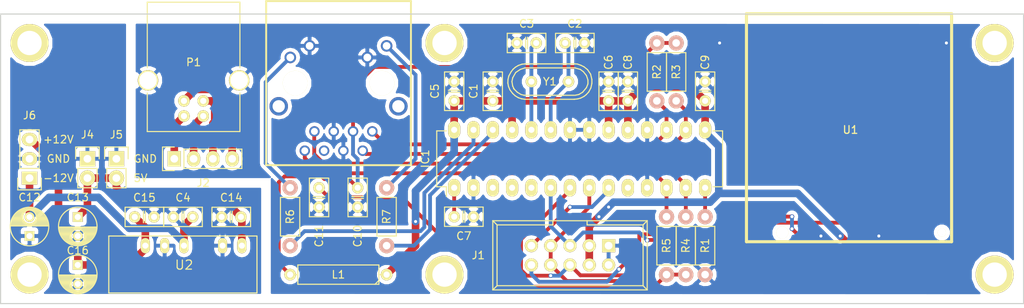
<source format=kicad_pcb>
(kicad_pcb (version 4) (host pcbnew 4.0.1-stable)

  (general
    (links 97)
    (no_connects 0)
    (area 75.970714 74.103979 210.895001 115.084)
    (thickness 1.6)
    (drawings 9)
    (tracks 237)
    (zones 0)
    (modules 41)
    (nets 41)
  )

  (page A4)
  (layers
    (0 F.Cu signal)
    (31 B.Cu signal)
    (32 B.Adhes user)
    (33 F.Adhes user)
    (34 B.Paste user)
    (35 F.Paste user)
    (36 B.SilkS user)
    (37 F.SilkS user)
    (38 B.Mask user)
    (39 F.Mask user)
    (40 Dwgs.User user)
    (41 Cmts.User user)
    (42 Eco1.User user)
    (43 Eco2.User user)
    (44 Edge.Cuts user)
    (45 Margin user)
    (46 B.CrtYd user)
    (47 F.CrtYd user)
    (48 B.Fab user)
    (49 F.Fab user)
  )

  (setup
    (last_trace_width 1)
    (user_trace_width 1)
    (trace_clearance 0.25)
    (zone_clearance 0.508)
    (zone_45_only no)
    (trace_min 0.006)
    (segment_width 0.2)
    (edge_width 0.15)
    (via_size 0.6)
    (via_drill 0.4)
    (via_min_size 0.013)
    (via_min_drill 0.3)
    (uvia_size 0.3)
    (uvia_drill 0.1)
    (uvias_allowed no)
    (uvia_min_size 0.013)
    (uvia_min_drill 0.1)
    (pcb_text_width 0.3)
    (pcb_text_size 1.5 1.5)
    (mod_edge_width 0.15)
    (mod_text_size 1 1)
    (mod_text_width 0.15)
    (pad_size 5 5)
    (pad_drill 3.2)
    (pad_to_mask_clearance 0.2)
    (aux_axis_origin 76.2 76.2)
    (visible_elements FFFEFF7F)
    (pcbplotparams
      (layerselection 0x010f0_80000001)
      (usegerberextensions false)
      (excludeedgelayer true)
      (linewidth 0.100000)
      (plotframeref false)
      (viasonmask false)
      (mode 1)
      (useauxorigin false)
      (hpglpennumber 1)
      (hpglpenspeed 20)
      (hpglpendiameter 15)
      (hpglpenoverlay 2)
      (psnegative false)
      (psa4output false)
      (plotreference true)
      (plotvalue true)
      (plotinvisibletext false)
      (padsonsilk false)
      (subtractmaskfromsilk false)
      (outputformat 1)
      (mirror false)
      (drillshape 0)
      (scaleselection 1)
      (outputdirectory gerber/))
  )

  (net 0 "")
  (net 1 GND)
  (net 2 "Net-(C2-Pad1)")
  (net 3 "Net-(C3-Pad1)")
  (net 4 "Net-(IC1-Pad14)")
  (net 5 +3.3V)
  (net 6 /SO)
  (net 7 /SI)
  (net 8 /SC)
  (net 9 /RC2)
  (net 10 /RC1)
  (net 11 /TPIN-)
  (net 12 /TPIN+)
  (net 13 /TPOUT-)
  (net 14 /TPOUT+)
  (net 15 /LEDB)
  (net 16 /LEDA)
  (net 17 "Net-(C7-Pad1)")
  (net 18 "Net-(C10-Pad1)")
  (net 19 "Net-(C11-Pad1)")
  (net 20 "Net-(J2-Pad1)")
  (net 21 "Net-(J2-Pad2)")
  (net 22 "Net-(J2-Pad3)")
  (net 23 "Net-(J2-Pad4)")
  (net 24 "Net-(IC1-Pad3)")
  (net 25 "Net-(IC1-Pad4)")
  (net 26 "Net-(IC1-Pad5)")
  (net 27 "Net-(IC1-Pad10)")
  (net 28 "Net-(U1-Pad8)")
  (net 29 "Net-(U1-Pad9)")
  (net 30 "Net-(U1-Pad10)")
  (net 31 "Net-(U1-Pad11)")
  (net 32 "Net-(C12-Pad1)")
  (net 33 "Net-(C12-Pad2)")
  (net 34 "Net-(C13-Pad1)")
  (net 35 "Net-(C15-Pad1)")
  (net 36 "Net-(U3-PadS1)")
  (net 37 "Net-(U3-PadS2)")
  (net 38 "Net-(R6-Pad1)")
  (net 39 "Net-(R7-Pad1)")
  (net 40 "Net-(U3-Pad6)")

  (net_class Default "This is the default net class."
    (clearance 0.25)
    (trace_width 0.5)
    (via_dia 0.6)
    (via_drill 0.4)
    (uvia_dia 0.3)
    (uvia_drill 0.1)
    (add_net +3.3V)
    (add_net /LEDA)
    (add_net /LEDB)
    (add_net /RC1)
    (add_net /RC2)
    (add_net /SC)
    (add_net /SI)
    (add_net /SO)
    (add_net /TPIN+)
    (add_net /TPIN-)
    (add_net /TPOUT+)
    (add_net /TPOUT-)
    (add_net GND)
    (add_net "Net-(C10-Pad1)")
    (add_net "Net-(C11-Pad1)")
    (add_net "Net-(C12-Pad1)")
    (add_net "Net-(C12-Pad2)")
    (add_net "Net-(C13-Pad1)")
    (add_net "Net-(C15-Pad1)")
    (add_net "Net-(C2-Pad1)")
    (add_net "Net-(C3-Pad1)")
    (add_net "Net-(C7-Pad1)")
    (add_net "Net-(IC1-Pad10)")
    (add_net "Net-(IC1-Pad14)")
    (add_net "Net-(IC1-Pad3)")
    (add_net "Net-(IC1-Pad4)")
    (add_net "Net-(IC1-Pad5)")
    (add_net "Net-(J2-Pad1)")
    (add_net "Net-(J2-Pad2)")
    (add_net "Net-(J2-Pad3)")
    (add_net "Net-(J2-Pad4)")
    (add_net "Net-(R6-Pad1)")
    (add_net "Net-(R7-Pad1)")
    (add_net "Net-(U1-Pad10)")
    (add_net "Net-(U1-Pad11)")
    (add_net "Net-(U1-Pad8)")
    (add_net "Net-(U1-Pad9)")
    (add_net "Net-(U3-Pad6)")
    (add_net "Net-(U3-PadS1)")
    (add_net "Net-(U3-PadS2)")
  )

  (module Connect:IDC_Header_Straight_10pins (layer F.Cu) (tedit 0) (tstamp 56B9C1A4)
    (at 156.21 106.68 180)
    (descr "10 pins through hole IDC header")
    (tags "IDC header socket VASCH")
    (path /56B9BF48)
    (fp_text reference J1 (at 17.145 -1.27 180) (layer F.SilkS)
      (effects (font (size 1 1) (thickness 0.15)))
    )
    (fp_text value HEADER_5x2 (at 5.08 5.223 180) (layer F.Fab)
      (effects (font (size 1 1) (thickness 0.15)))
    )
    (fp_line (start -5.08 -5.82) (end 15.24 -5.82) (layer F.SilkS) (width 0.15))
    (fp_line (start -4.54 -5.27) (end 14.68 -5.27) (layer F.SilkS) (width 0.15))
    (fp_line (start -5.08 3.28) (end 15.24 3.28) (layer F.SilkS) (width 0.15))
    (fp_line (start -4.54 2.73) (end 2.83 2.73) (layer F.SilkS) (width 0.15))
    (fp_line (start 7.33 2.73) (end 14.68 2.73) (layer F.SilkS) (width 0.15))
    (fp_line (start 2.83 2.73) (end 2.83 3.28) (layer F.SilkS) (width 0.15))
    (fp_line (start 7.33 2.73) (end 7.33 3.28) (layer F.SilkS) (width 0.15))
    (fp_line (start -5.08 -5.82) (end -5.08 3.28) (layer F.SilkS) (width 0.15))
    (fp_line (start -4.54 -5.27) (end -4.54 2.73) (layer F.SilkS) (width 0.15))
    (fp_line (start 15.24 -5.82) (end 15.24 3.28) (layer F.SilkS) (width 0.15))
    (fp_line (start 14.68 -5.27) (end 14.68 2.73) (layer F.SilkS) (width 0.15))
    (fp_line (start -5.08 -5.82) (end -4.54 -5.27) (layer F.SilkS) (width 0.15))
    (fp_line (start 15.24 -5.82) (end 14.68 -5.27) (layer F.SilkS) (width 0.15))
    (fp_line (start -5.08 3.28) (end -4.54 2.73) (layer F.SilkS) (width 0.15))
    (fp_line (start 15.24 3.28) (end 14.68 2.73) (layer F.SilkS) (width 0.15))
    (fp_line (start -5.35 -6.05) (end 15.5 -6.05) (layer F.CrtYd) (width 0.05))
    (fp_line (start 15.5 -6.05) (end 15.5 3.55) (layer F.CrtYd) (width 0.05))
    (fp_line (start 15.5 3.55) (end -5.35 3.55) (layer F.CrtYd) (width 0.05))
    (fp_line (start -5.35 3.55) (end -5.35 -6.05) (layer F.CrtYd) (width 0.05))
    (pad 1 thru_hole rect (at 0 0 180) (size 1.7272 1.7272) (drill 1.016) (layers *.Cu *.Mask F.SilkS)
      (net 1 GND))
    (pad 2 thru_hole oval (at 0 -2.54 180) (size 1.7272 1.7272) (drill 1.016) (layers *.Cu *.Mask F.SilkS)
      (net 1 GND))
    (pad 3 thru_hole oval (at 2.54 0 180) (size 1.7272 1.7272) (drill 1.016) (layers *.Cu *.Mask F.SilkS)
      (net 5 +3.3V))
    (pad 4 thru_hole oval (at 2.54 -2.54 180) (size 1.7272 1.7272) (drill 1.016) (layers *.Cu *.Mask F.SilkS)
      (net 5 +3.3V))
    (pad 5 thru_hole oval (at 5.08 0 180) (size 1.7272 1.7272) (drill 1.016) (layers *.Cu *.Mask F.SilkS)
      (net 6 /SO))
    (pad 6 thru_hole oval (at 5.08 -2.54 180) (size 1.7272 1.7272) (drill 1.016) (layers *.Cu *.Mask F.SilkS)
      (net 7 /SI))
    (pad 7 thru_hole oval (at 7.62 0 180) (size 1.7272 1.7272) (drill 1.016) (layers *.Cu *.Mask F.SilkS)
      (net 8 /SC))
    (pad 8 thru_hole oval (at 7.62 -2.54 180) (size 1.7272 1.7272) (drill 1.016) (layers *.Cu *.Mask F.SilkS)
      (net 8 /SC))
    (pad 9 thru_hole oval (at 10.16 0 180) (size 1.7272 1.7272) (drill 1.016) (layers *.Cu *.Mask F.SilkS)
      (net 9 /RC2))
    (pad 10 thru_hole oval (at 10.16 -2.54 180) (size 1.7272 1.7272) (drill 1.016) (layers *.Cu *.Mask F.SilkS)
      (net 10 /RC1))
  )

  (module Connect:1pin (layer F.Cu) (tedit 56BC8914) (tstamp 56BC9915)
    (at 207.01 110.49)
    (descr "module 1 pin (ou trou mecanique de percage)")
    (tags DEV)
    (fp_text reference REF** (at 0 -3.048) (layer F.SilkS) hide
      (effects (font (size 1 1) (thickness 0.15)))
    )
    (fp_text value 1pin (at 0 2.794) (layer F.Fab)
      (effects (font (size 1 1) (thickness 0.15)))
    )
    (fp_circle (center 0 0) (end 0 -2.286) (layer F.SilkS) (width 0.15))
    (pad 1 thru_hole circle (at 0 0) (size 5 5) (drill 3.2) (layers *.Cu *.Mask F.SilkS))
  )

  (module Connect:1pin (layer F.Cu) (tedit 56BC8914) (tstamp 56BC9910)
    (at 207.01 80.01)
    (descr "module 1 pin (ou trou mecanique de percage)")
    (tags DEV)
    (fp_text reference REF** (at 0 -3.048) (layer F.SilkS) hide
      (effects (font (size 1 1) (thickness 0.15)))
    )
    (fp_text value 1pin (at 0 2.794) (layer F.Fab)
      (effects (font (size 1 1) (thickness 0.15)))
    )
    (fp_circle (center 0 0) (end 0 -2.286) (layer F.SilkS) (width 0.15))
    (pad 1 thru_hole circle (at 0 0) (size 5 5) (drill 3.2) (layers *.Cu *.Mask F.SilkS))
  )

  (module Connect:1pin (layer F.Cu) (tedit 56BC8914) (tstamp 56BC983F)
    (at 134.62 110.49)
    (descr "module 1 pin (ou trou mecanique de percage)")
    (tags DEV)
    (fp_text reference REF** (at 0 -3.048) (layer F.SilkS) hide
      (effects (font (size 1 1) (thickness 0.15)))
    )
    (fp_text value 1pin (at 0 2.794) (layer F.Fab)
      (effects (font (size 1 1) (thickness 0.15)))
    )
    (fp_circle (center 0 0) (end 0 -2.286) (layer F.SilkS) (width 0.15))
    (pad 1 thru_hole circle (at 0 0) (size 5 5) (drill 3.2) (layers *.Cu *.Mask F.SilkS))
  )

  (module Connect:1pin (layer F.Cu) (tedit 56BC8914) (tstamp 56BC983A)
    (at 134.62 80.01)
    (descr "module 1 pin (ou trou mecanique de percage)")
    (tags DEV)
    (fp_text reference REF** (at 0 -3.048) (layer F.SilkS) hide
      (effects (font (size 1 1) (thickness 0.15)))
    )
    (fp_text value 1pin (at 0 2.794) (layer F.Fab)
      (effects (font (size 1 1) (thickness 0.15)))
    )
    (fp_circle (center 0 0) (end 0 -2.286) (layer F.SilkS) (width 0.15))
    (pad 1 thru_hole circle (at 0 0) (size 5 5) (drill 3.2) (layers *.Cu *.Mask F.SilkS))
  )

  (module Connect:1pin (layer F.Cu) (tedit 56BC8914) (tstamp 56BC8951)
    (at 80.01 110.49)
    (descr "module 1 pin (ou trou mecanique de percage)")
    (tags DEV)
    (fp_text reference REF** (at 0 -3.048) (layer F.SilkS) hide
      (effects (font (size 1 1) (thickness 0.15)))
    )
    (fp_text value 1pin (at 0 2.794) (layer F.Fab)
      (effects (font (size 1 1) (thickness 0.15)))
    )
    (fp_circle (center 0 0) (end 0 -2.286) (layer F.SilkS) (width 0.15))
    (pad 1 thru_hole circle (at 0 0) (size 5 5) (drill 3.2) (layers *.Cu *.Mask F.SilkS))
  )

  (module Resistors_ThroughHole:Resistor_Horizontal_RM7mm (layer F.Cu) (tedit 569FCF07) (tstamp 56B899C9)
    (at 168.91 110.49 90)
    (descr "Resistor, Axial,  RM 7.62mm, 1/3W,")
    (tags "Resistor Axial RM 7.62mm 1/3W R3")
    (path /56B890A4)
    (fp_text reference R1 (at 3.81 0 90) (layer F.SilkS)
      (effects (font (size 1 1) (thickness 0.15)))
    )
    (fp_text value 2.32K (at 3.81 3.81 90) (layer F.Fab)
      (effects (font (size 1 1) (thickness 0.15)))
    )
    (fp_line (start -1.25 -1.5) (end 8.85 -1.5) (layer F.CrtYd) (width 0.05))
    (fp_line (start -1.25 1.5) (end -1.25 -1.5) (layer F.CrtYd) (width 0.05))
    (fp_line (start 8.85 -1.5) (end 8.85 1.5) (layer F.CrtYd) (width 0.05))
    (fp_line (start -1.25 1.5) (end 8.85 1.5) (layer F.CrtYd) (width 0.05))
    (fp_line (start 1.27 -1.27) (end 6.35 -1.27) (layer F.SilkS) (width 0.15))
    (fp_line (start 6.35 -1.27) (end 6.35 1.27) (layer F.SilkS) (width 0.15))
    (fp_line (start 6.35 1.27) (end 1.27 1.27) (layer F.SilkS) (width 0.15))
    (fp_line (start 1.27 1.27) (end 1.27 -1.27) (layer F.SilkS) (width 0.15))
    (pad 1 thru_hole circle (at 0 0 90) (size 1.99898 1.99898) (drill 1.00076) (layers *.Cu *.SilkS *.Mask)
      (net 1 GND))
    (pad 2 thru_hole circle (at 7.62 0 90) (size 1.99898 1.99898) (drill 1.00076) (layers *.Cu *.SilkS *.Mask)
      (net 4 "Net-(IC1-Pad14)"))
  )

  (module Resistors_ThroughHole:Resistor_Horizontal_RM7mm (layer F.Cu) (tedit 569FCF07) (tstamp 56B899D7)
    (at 162.56 80.01 270)
    (descr "Resistor, Axial,  RM 7.62mm, 1/3W,")
    (tags "Resistor Axial RM 7.62mm 1/3W R3")
    (path /56BA0B9B)
    (fp_text reference R2 (at 3.81 0 270) (layer F.SilkS)
      (effects (font (size 1 1) (thickness 0.15)))
    )
    (fp_text value 49.9 (at 3.81 3.81 270) (layer F.Fab)
      (effects (font (size 1 1) (thickness 0.15)))
    )
    (fp_line (start -1.25 -1.5) (end 8.85 -1.5) (layer F.CrtYd) (width 0.05))
    (fp_line (start -1.25 1.5) (end -1.25 -1.5) (layer F.CrtYd) (width 0.05))
    (fp_line (start 8.85 -1.5) (end 8.85 1.5) (layer F.CrtYd) (width 0.05))
    (fp_line (start -1.25 1.5) (end 8.85 1.5) (layer F.CrtYd) (width 0.05))
    (fp_line (start 1.27 -1.27) (end 6.35 -1.27) (layer F.SilkS) (width 0.15))
    (fp_line (start 6.35 -1.27) (end 6.35 1.27) (layer F.SilkS) (width 0.15))
    (fp_line (start 6.35 1.27) (end 1.27 1.27) (layer F.SilkS) (width 0.15))
    (fp_line (start 1.27 1.27) (end 1.27 -1.27) (layer F.SilkS) (width 0.15))
    (pad 1 thru_hole circle (at 0 0 270) (size 1.99898 1.99898) (drill 1.00076) (layers *.Cu *.SilkS *.Mask)
      (net 18 "Net-(C10-Pad1)"))
    (pad 2 thru_hole circle (at 7.62 0 270) (size 1.99898 1.99898) (drill 1.00076) (layers *.Cu *.SilkS *.Mask)
      (net 14 /TPOUT+))
  )

  (module Resistors_ThroughHole:Resistor_Horizontal_RM7mm (layer F.Cu) (tedit 569FCF07) (tstamp 56B899E5)
    (at 165.1 87.63 90)
    (descr "Resistor, Axial,  RM 7.62mm, 1/3W,")
    (tags "Resistor Axial RM 7.62mm 1/3W R3")
    (path /56BA0C0B)
    (fp_text reference R3 (at 3.81 0 90) (layer F.SilkS)
      (effects (font (size 1 1) (thickness 0.15)))
    )
    (fp_text value 49.9 (at 3.81 3.81 90) (layer F.Fab)
      (effects (font (size 1 1) (thickness 0.15)))
    )
    (fp_line (start -1.25 -1.5) (end 8.85 -1.5) (layer F.CrtYd) (width 0.05))
    (fp_line (start -1.25 1.5) (end -1.25 -1.5) (layer F.CrtYd) (width 0.05))
    (fp_line (start 8.85 -1.5) (end 8.85 1.5) (layer F.CrtYd) (width 0.05))
    (fp_line (start -1.25 1.5) (end 8.85 1.5) (layer F.CrtYd) (width 0.05))
    (fp_line (start 1.27 -1.27) (end 6.35 -1.27) (layer F.SilkS) (width 0.15))
    (fp_line (start 6.35 -1.27) (end 6.35 1.27) (layer F.SilkS) (width 0.15))
    (fp_line (start 6.35 1.27) (end 1.27 1.27) (layer F.SilkS) (width 0.15))
    (fp_line (start 1.27 1.27) (end 1.27 -1.27) (layer F.SilkS) (width 0.15))
    (pad 1 thru_hole circle (at 0 0 90) (size 1.99898 1.99898) (drill 1.00076) (layers *.Cu *.SilkS *.Mask)
      (net 13 /TPOUT-))
    (pad 2 thru_hole circle (at 7.62 0 90) (size 1.99898 1.99898) (drill 1.00076) (layers *.Cu *.SilkS *.Mask)
      (net 18 "Net-(C10-Pad1)"))
  )

  (module Resistors_ThroughHole:Resistor_Horizontal_RM7mm (layer F.Cu) (tedit 56B9C29B) (tstamp 56B899F3)
    (at 166.37 110.49 90)
    (descr "Resistor, Axial,  RM 7.62mm, 1/3W,")
    (tags "Resistor Axial RM 7.62mm 1/3W R3")
    (path /56BA0CEE)
    (fp_text reference R4 (at 3.81 0 90) (layer F.SilkS)
      (effects (font (size 1 1) (thickness 0.15)))
    )
    (fp_text value 49.9 (at 3.81 3.81 90) (layer F.Fab)
      (effects (font (size 1 1) (thickness 0.15)))
    )
    (fp_line (start -1.25 -1.5) (end 8.85 -1.5) (layer F.CrtYd) (width 0.05))
    (fp_line (start -1.25 1.5) (end -1.25 -1.5) (layer F.CrtYd) (width 0.05))
    (fp_line (start 8.85 -1.5) (end 8.85 1.5) (layer F.CrtYd) (width 0.05))
    (fp_line (start -1.25 1.5) (end 8.85 1.5) (layer F.CrtYd) (width 0.05))
    (fp_line (start 1.27 -1.27) (end 6.35 -1.27) (layer F.SilkS) (width 0.15))
    (fp_line (start 6.35 -1.27) (end 6.35 1.27) (layer F.SilkS) (width 0.15))
    (fp_line (start 6.35 1.27) (end 1.27 1.27) (layer F.SilkS) (width 0.15))
    (fp_line (start 1.27 1.27) (end 1.27 -1.27) (layer F.SilkS) (width 0.15))
    (pad 1 thru_hole circle (at 0 0 90) (size 1.99898 1.99898) (drill 1.00076) (layers *.Cu *.SilkS *.Mask)
      (net 19 "Net-(C11-Pad1)"))
    (pad 2 thru_hole circle (at 7.62 0 90) (size 1.99898 1.99898) (drill 1.00076) (layers *.Cu *.SilkS *.Mask)
      (net 12 /TPIN+))
  )

  (module Resistors_ThroughHole:Resistor_Horizontal_RM7mm (layer F.Cu) (tedit 56B9C296) (tstamp 56B89A01)
    (at 163.83 102.87 270)
    (descr "Resistor, Axial,  RM 7.62mm, 1/3W,")
    (tags "Resistor Axial RM 7.62mm 1/3W R3")
    (path /56BA0C7B)
    (fp_text reference R5 (at 3.81 0 270) (layer F.SilkS)
      (effects (font (size 1 1) (thickness 0.15)))
    )
    (fp_text value 49.9 (at 3.81 3.81 270) (layer F.Fab)
      (effects (font (size 1 1) (thickness 0.15)))
    )
    (fp_line (start -1.25 -1.5) (end 8.85 -1.5) (layer F.CrtYd) (width 0.05))
    (fp_line (start -1.25 1.5) (end -1.25 -1.5) (layer F.CrtYd) (width 0.05))
    (fp_line (start 8.85 -1.5) (end 8.85 1.5) (layer F.CrtYd) (width 0.05))
    (fp_line (start -1.25 1.5) (end 8.85 1.5) (layer F.CrtYd) (width 0.05))
    (fp_line (start 1.27 -1.27) (end 6.35 -1.27) (layer F.SilkS) (width 0.15))
    (fp_line (start 6.35 -1.27) (end 6.35 1.27) (layer F.SilkS) (width 0.15))
    (fp_line (start 6.35 1.27) (end 1.27 1.27) (layer F.SilkS) (width 0.15))
    (fp_line (start 1.27 1.27) (end 1.27 -1.27) (layer F.SilkS) (width 0.15))
    (pad 1 thru_hole circle (at 0 0 270) (size 1.99898 1.99898) (drill 1.00076) (layers *.Cu *.SilkS *.Mask)
      (net 11 /TPIN-))
    (pad 2 thru_hole circle (at 7.62 0 270) (size 1.99898 1.99898) (drill 1.00076) (layers *.Cu *.SilkS *.Mask)
      (net 19 "Net-(C11-Pad1)"))
  )

  (module Resistors_ThroughHole:Resistor_Horizontal_RM7mm (layer F.Cu) (tedit 56B9C2A1) (tstamp 56B89A0F)
    (at 114.3 99.06 270)
    (descr "Resistor, Axial,  RM 7.62mm, 1/3W,")
    (tags "Resistor Axial RM 7.62mm 1/3W R3")
    (path /56BA07C1)
    (fp_text reference R6 (at 3.81 0 270) (layer F.SilkS)
      (effects (font (size 1 1) (thickness 0.15)))
    )
    (fp_text value 220 (at 3.81 3.81 270) (layer F.Fab)
      (effects (font (size 1 1) (thickness 0.15)))
    )
    (fp_line (start -1.25 -1.5) (end 8.85 -1.5) (layer F.CrtYd) (width 0.05))
    (fp_line (start -1.25 1.5) (end -1.25 -1.5) (layer F.CrtYd) (width 0.05))
    (fp_line (start 8.85 -1.5) (end 8.85 1.5) (layer F.CrtYd) (width 0.05))
    (fp_line (start -1.25 1.5) (end 8.85 1.5) (layer F.CrtYd) (width 0.05))
    (fp_line (start 1.27 -1.27) (end 6.35 -1.27) (layer F.SilkS) (width 0.15))
    (fp_line (start 6.35 -1.27) (end 6.35 1.27) (layer F.SilkS) (width 0.15))
    (fp_line (start 6.35 1.27) (end 1.27 1.27) (layer F.SilkS) (width 0.15))
    (fp_line (start 1.27 1.27) (end 1.27 -1.27) (layer F.SilkS) (width 0.15))
    (pad 1 thru_hole circle (at 0 0 270) (size 1.99898 1.99898) (drill 1.00076) (layers *.Cu *.SilkS *.Mask)
      (net 38 "Net-(R6-Pad1)"))
    (pad 2 thru_hole circle (at 7.62 0 270) (size 1.99898 1.99898) (drill 1.00076) (layers *.Cu *.SilkS *.Mask)
      (net 16 /LEDA))
  )

  (module Resistors_ThroughHole:Resistor_Horizontal_RM7mm (layer F.Cu) (tedit 56B9C29F) (tstamp 56B89A1D)
    (at 127 99.06 270)
    (descr "Resistor, Axial,  RM 7.62mm, 1/3W,")
    (tags "Resistor Axial RM 7.62mm 1/3W R3")
    (path /56BA0830)
    (fp_text reference R7 (at 3.81 0 270) (layer F.SilkS)
      (effects (font (size 1 1) (thickness 0.15)))
    )
    (fp_text value 220 (at 3.81 3.81 270) (layer F.Fab)
      (effects (font (size 1 1) (thickness 0.15)))
    )
    (fp_line (start -1.25 -1.5) (end 8.85 -1.5) (layer F.CrtYd) (width 0.05))
    (fp_line (start -1.25 1.5) (end -1.25 -1.5) (layer F.CrtYd) (width 0.05))
    (fp_line (start 8.85 -1.5) (end 8.85 1.5) (layer F.CrtYd) (width 0.05))
    (fp_line (start -1.25 1.5) (end 8.85 1.5) (layer F.CrtYd) (width 0.05))
    (fp_line (start 1.27 -1.27) (end 6.35 -1.27) (layer F.SilkS) (width 0.15))
    (fp_line (start 6.35 -1.27) (end 6.35 1.27) (layer F.SilkS) (width 0.15))
    (fp_line (start 6.35 1.27) (end 1.27 1.27) (layer F.SilkS) (width 0.15))
    (fp_line (start 1.27 1.27) (end 1.27 -1.27) (layer F.SilkS) (width 0.15))
    (pad 1 thru_hole circle (at 0 0 270) (size 1.99898 1.99898) (drill 1.00076) (layers *.Cu *.SilkS *.Mask)
      (net 39 "Net-(R7-Pad1)"))
    (pad 2 thru_hole circle (at 7.62 0 270) (size 1.99898 1.99898) (drill 1.00076) (layers *.Cu *.SilkS *.Mask)
      (net 15 /LEDB))
  )

  (module Connect:USB_B (layer F.Cu) (tedit 55B36073) (tstamp 56B9CA21)
    (at 100.33 89.62898 90)
    (descr "USB B connector")
    (tags "USB_B USB_DEV")
    (path /56B9C87A)
    (fp_text reference P1 (at 7.07898 1.27 180) (layer F.SilkS)
      (effects (font (size 1 1) (thickness 0.15)))
    )
    (fp_text value USB_B (at 4.699 1.27 180) (layer F.Fab)
      (effects (font (size 1 1) (thickness 0.15)))
    )
    (fp_line (start 15.25 8.9) (end -2.3 8.9) (layer F.CrtYd) (width 0.05))
    (fp_line (start -2.3 8.9) (end -2.3 -6.35) (layer F.CrtYd) (width 0.05))
    (fp_line (start -2.3 -6.35) (end 15.25 -6.35) (layer F.CrtYd) (width 0.05))
    (fp_line (start 15.25 -6.35) (end 15.25 8.9) (layer F.CrtYd) (width 0.05))
    (fp_line (start 6.35 7.366) (end 14.986 7.366) (layer F.SilkS) (width 0.15))
    (fp_line (start -2.032 7.366) (end 3.048 7.366) (layer F.SilkS) (width 0.15))
    (fp_line (start 6.35 -4.826) (end 14.986 -4.826) (layer F.SilkS) (width 0.15))
    (fp_line (start -2.032 -4.826) (end 3.048 -4.826) (layer F.SilkS) (width 0.15))
    (fp_line (start 14.986 -4.826) (end 14.986 7.366) (layer F.SilkS) (width 0.15))
    (fp_line (start -2.032 7.366) (end -2.032 -4.826) (layer F.SilkS) (width 0.15))
    (pad 2 thru_hole circle (at 0 2.54) (size 1.524 1.524) (drill 0.8128) (layers *.Cu *.Mask F.SilkS)
      (net 21 "Net-(J2-Pad2)"))
    (pad 1 thru_hole circle (at 0 0) (size 1.524 1.524) (drill 0.8128) (layers *.Cu *.Mask F.SilkS)
      (net 20 "Net-(J2-Pad1)"))
    (pad 4 thru_hole circle (at 1.99898 0) (size 1.524 1.524) (drill 0.8128) (layers *.Cu *.Mask F.SilkS)
      (net 23 "Net-(J2-Pad4)"))
    (pad 3 thru_hole circle (at 1.99898 2.54) (size 1.524 1.524) (drill 0.8128) (layers *.Cu *.Mask F.SilkS)
      (net 22 "Net-(J2-Pad3)"))
    (pad 5 thru_hole circle (at 4.699 7.26948) (size 2.70002 2.70002) (drill 2.30124) (layers *.Cu *.Mask F.SilkS)
      (net 1 GND))
    (pad 5 thru_hole circle (at 4.699 -4.72948) (size 2.70002 2.70002) (drill 2.30124) (layers *.Cu *.Mask F.SilkS)
      (net 1 GND))
    (model Connect.3dshapes/USB_B.wrl
      (at (xyz 0.185 -0.05 0.001))
      (scale (xyz 0.3937 0.3937 0.3937))
      (rotate (xyz 0 0 -90))
    )
  )

  (module Housings_DIP:DIP-28_W7.62mm_LongPads (layer F.Cu) (tedit 54130A77) (tstamp 56BA142B)
    (at 135.89 99.06 90)
    (descr "28-lead dip package, row spacing 7.62 mm (300 mils), longer pads")
    (tags "dil dip 2.54 300")
    (path /56B863C7)
    (fp_text reference IC1 (at 3.81 -3.81 90) (layer F.SilkS)
      (effects (font (size 1 1) (thickness 0.15)))
    )
    (fp_text value ENC28J60-I/SP (at 0 -3.72 90) (layer F.Fab)
      (effects (font (size 1 1) (thickness 0.15)))
    )
    (fp_line (start -1.4 -2.45) (end -1.4 35.5) (layer F.CrtYd) (width 0.05))
    (fp_line (start 9 -2.45) (end 9 35.5) (layer F.CrtYd) (width 0.05))
    (fp_line (start -1.4 -2.45) (end 9 -2.45) (layer F.CrtYd) (width 0.05))
    (fp_line (start -1.4 35.5) (end 9 35.5) (layer F.CrtYd) (width 0.05))
    (fp_line (start 0.135 -2.295) (end 0.135 -1.025) (layer F.SilkS) (width 0.15))
    (fp_line (start 7.485 -2.295) (end 7.485 -1.025) (layer F.SilkS) (width 0.15))
    (fp_line (start 7.485 35.315) (end 7.485 34.045) (layer F.SilkS) (width 0.15))
    (fp_line (start 0.135 35.315) (end 0.135 34.045) (layer F.SilkS) (width 0.15))
    (fp_line (start 0.135 -2.295) (end 7.485 -2.295) (layer F.SilkS) (width 0.15))
    (fp_line (start 0.135 35.315) (end 7.485 35.315) (layer F.SilkS) (width 0.15))
    (fp_line (start 0.135 -1.025) (end -1.15 -1.025) (layer F.SilkS) (width 0.15))
    (pad 1 thru_hole oval (at 0 0 90) (size 2.3 1.6) (drill 0.8) (layers *.Cu *.Mask F.SilkS)
      (net 17 "Net-(C7-Pad1)"))
    (pad 2 thru_hole oval (at 0 2.54 90) (size 2.3 1.6) (drill 0.8) (layers *.Cu *.Mask F.SilkS)
      (net 1 GND))
    (pad 3 thru_hole oval (at 0 5.08 90) (size 2.3 1.6) (drill 0.8) (layers *.Cu *.Mask F.SilkS)
      (net 24 "Net-(IC1-Pad3)"))
    (pad 4 thru_hole oval (at 0 7.62 90) (size 2.3 1.6) (drill 0.8) (layers *.Cu *.Mask F.SilkS)
      (net 25 "Net-(IC1-Pad4)"))
    (pad 5 thru_hole oval (at 0 10.16 90) (size 2.3 1.6) (drill 0.8) (layers *.Cu *.Mask F.SilkS)
      (net 26 "Net-(IC1-Pad5)"))
    (pad 6 thru_hole oval (at 0 12.7 90) (size 2.3 1.6) (drill 0.8) (layers *.Cu *.Mask F.SilkS)
      (net 6 /SO))
    (pad 7 thru_hole oval (at 0 15.24 90) (size 2.3 1.6) (drill 0.8) (layers *.Cu *.Mask F.SilkS)
      (net 7 /SI))
    (pad 8 thru_hole oval (at 0 17.78 90) (size 2.3 1.6) (drill 0.8) (layers *.Cu *.Mask F.SilkS)
      (net 8 /SC))
    (pad 9 thru_hole oval (at 0 20.32 90) (size 2.3 1.6) (drill 0.8) (layers *.Cu *.Mask F.SilkS)
      (net 9 /RC2))
    (pad 10 thru_hole oval (at 0 22.86 90) (size 2.3 1.6) (drill 0.8) (layers *.Cu *.Mask F.SilkS)
      (net 27 "Net-(IC1-Pad10)"))
    (pad 11 thru_hole oval (at 0 25.4 90) (size 2.3 1.6) (drill 0.8) (layers *.Cu *.Mask F.SilkS)
      (net 1 GND))
    (pad 12 thru_hole oval (at 0 27.94 90) (size 2.3 1.6) (drill 0.8) (layers *.Cu *.Mask F.SilkS)
      (net 11 /TPIN-))
    (pad 13 thru_hole oval (at 0 30.48 90) (size 2.3 1.6) (drill 0.8) (layers *.Cu *.Mask F.SilkS)
      (net 12 /TPIN+))
    (pad 14 thru_hole oval (at 0 33.02 90) (size 2.3 1.6) (drill 0.8) (layers *.Cu *.Mask F.SilkS)
      (net 4 "Net-(IC1-Pad14)"))
    (pad 15 thru_hole oval (at 7.62 33.02 90) (size 2.3 1.6) (drill 0.8) (layers *.Cu *.Mask F.SilkS)
      (net 5 +3.3V))
    (pad 16 thru_hole oval (at 7.62 30.48 90) (size 2.3 1.6) (drill 0.8) (layers *.Cu *.Mask F.SilkS)
      (net 13 /TPOUT-))
    (pad 17 thru_hole oval (at 7.62 27.94 90) (size 2.3 1.6) (drill 0.8) (layers *.Cu *.Mask F.SilkS)
      (net 14 /TPOUT+))
    (pad 18 thru_hole oval (at 7.62 25.4 90) (size 2.3 1.6) (drill 0.8) (layers *.Cu *.Mask F.SilkS)
      (net 1 GND))
    (pad 19 thru_hole oval (at 7.62 22.86 90) (size 2.3 1.6) (drill 0.8) (layers *.Cu *.Mask F.SilkS)
      (net 5 +3.3V))
    (pad 20 thru_hole oval (at 7.62 20.32 90) (size 2.3 1.6) (drill 0.8) (layers *.Cu *.Mask F.SilkS)
      (net 5 +3.3V))
    (pad 21 thru_hole oval (at 7.62 17.78 90) (size 2.3 1.6) (drill 0.8) (layers *.Cu *.Mask F.SilkS)
      (net 1 GND))
    (pad 22 thru_hole oval (at 7.62 15.24 90) (size 2.3 1.6) (drill 0.8) (layers *.Cu *.Mask F.SilkS)
      (net 1 GND))
    (pad 23 thru_hole oval (at 7.62 12.7 90) (size 2.3 1.6) (drill 0.8) (layers *.Cu *.Mask F.SilkS)
      (net 2 "Net-(C2-Pad1)"))
    (pad 24 thru_hole oval (at 7.62 10.16 90) (size 2.3 1.6) (drill 0.8) (layers *.Cu *.Mask F.SilkS)
      (net 3 "Net-(C3-Pad1)"))
    (pad 25 thru_hole oval (at 7.62 7.62 90) (size 2.3 1.6) (drill 0.8) (layers *.Cu *.Mask F.SilkS)
      (net 5 +3.3V))
    (pad 26 thru_hole oval (at 7.62 5.08 90) (size 2.3 1.6) (drill 0.8) (layers *.Cu *.Mask F.SilkS)
      (net 15 /LEDB))
    (pad 27 thru_hole oval (at 7.62 2.54 90) (size 2.3 1.6) (drill 0.8) (layers *.Cu *.Mask F.SilkS)
      (net 16 /LEDA))
    (pad 28 thru_hole oval (at 7.62 0 90) (size 2.3 1.6) (drill 0.8) (layers *.Cu *.Mask F.SilkS)
      (net 5 +3.3V))
    (model Housings_DIP.3dshapes/DIP-28_W7.62mm_LongPads.wrl
      (at (xyz 0 0 0))
      (scale (xyz 1 1 1))
      (rotate (xyz 0 0 0))
    )
  )

  (module Discret:R5 (layer F.Cu) (tedit 0) (tstamp 56BA144A)
    (at 120.65 110.49 180)
    (descr "Resistance 5 pas")
    (tags R)
    (path /56BA4072)
    (fp_text reference L1 (at 0 0 180) (layer F.SilkS)
      (effects (font (size 1 1) (thickness 0.15)))
    )
    (fp_text value INDUCTOR (at 0 0 180) (layer F.Fab)
      (effects (font (size 1 1) (thickness 0.15)))
    )
    (fp_line (start -6.35 0) (end -5.334 0) (layer F.SilkS) (width 0.15))
    (fp_line (start 6.35 0) (end 5.334 0) (layer F.SilkS) (width 0.15))
    (fp_line (start 5.334 -1.27) (end 5.334 1.27) (layer F.SilkS) (width 0.15))
    (fp_line (start 5.334 1.27) (end -5.334 1.27) (layer F.SilkS) (width 0.15))
    (fp_line (start -5.334 1.27) (end -5.334 -1.27) (layer F.SilkS) (width 0.15))
    (fp_line (start -5.334 -1.27) (end 5.334 -1.27) (layer F.SilkS) (width 0.15))
    (fp_line (start -5.334 -0.762) (end -4.826 -1.27) (layer F.SilkS) (width 0.15))
    (pad 1 thru_hole circle (at -6.35 0 180) (size 1.524 1.524) (drill 0.8128) (layers *.Cu *.Mask F.SilkS)
      (net 5 +3.3V))
    (pad 2 thru_hole circle (at 6.35 0 180) (size 1.524 1.524) (drill 0.8128) (layers *.Cu *.Mask F.SilkS)
      (net 18 "Net-(C10-Pad1)"))
    (model Discret.3dshapes/R5.wrl
      (at (xyz 0 0 0))
      (scale (xyz 0.5 0.5 0.5))
      (rotate (xyz 0 0 0))
    )
  )

  (module sd-socket:SD-SOCKET-3M (layer F.Cu) (tedit 56C2323A) (tstamp 56BB42BF)
    (at 187.84824 91.40952 180)
    (descr "<b>SD Socket</b>")
    (path /56BB42F8)
    (fp_text reference U1 (at -0.1905 -0.03048 180) (layer F.SilkS)
      (effects (font (size 1.016 1.016) (thickness 0.16256)))
    )
    (fp_text value SD-SOCKET-3M_SD-SOCKET-3M (at 9.525 -11.684 180) (layer Eco1.User)
      (effects (font (size 1.016 1.016) (thickness 0.16256)))
    )
    (fp_line (start -13.49756 -14.74978) (end 13.49756 -14.74978) (layer F.SilkS) (width 0.4064))
    (fp_line (start 13.49756 -14.74978) (end 13.49756 15.24762) (layer F.SilkS) (width 0.4064))
    (fp_line (start 13.49756 15.24762) (end -13.49756 15.24762) (layer F.SilkS) (width 0.4064))
    (fp_line (start -13.49756 15.24762) (end -13.49756 -14.74978) (layer F.SilkS) (width 0.4064))
    (pad Hole np_thru_hole circle (at -12.21994 -13.54836 180) (size 1.09982 1.09982) (drill 1.09982) (layers *.Cu *.Mask F.SilkS))
    (pad Hole np_thru_hole circle (at 8.77824 -13.54836 180) (size 1.59766 1.59766) (drill 1.59766) (layers *.Cu *.Mask F.SilkS))
    (pad 1 smd rect (at 6.35 -16.34998 180) (size 0.99822 1.4986) (layers F.Cu F.Paste F.Mask)
      (net 10 /RC1))
    (pad 2 smd rect (at 3.8481 -16.34998 180) (size 0.99822 1.4986) (layers F.Cu F.Paste F.Mask)
      (net 7 /SI))
    (pad 3 smd rect (at 1.34874 -16.34998 180) (size 0.99822 1.4986) (layers F.Cu F.Paste F.Mask)
      (net 1 GND))
    (pad 4 smd rect (at -1.14808 -16.34998 180) (size 0.99822 1.4986) (layers F.Cu F.Paste F.Mask)
      (net 5 +3.3V))
    (pad 5 smd rect (at -3.64998 -16.34998 180) (size 0.99822 1.4986) (layers F.Cu F.Paste F.Mask)
      (net 8 /SC))
    (pad 6 smd rect (at -6.14934 -16.34998 180) (size 0.99822 1.4986) (layers F.Cu F.Paste F.Mask)
      (net 1 GND))
    (pad 7 smd rect (at -8.57758 -16.34998 180) (size 0.99822 1.4986) (layers F.Cu F.Paste F.Mask)
      (net 6 /SO))
    (pad 8 smd rect (at -10.27938 -16.34998 180) (size 0.99822 1.4986) (layers F.Cu F.Paste F.Mask)
      (net 28 "Net-(U1-Pad8)"))
    (pad 9 smd rect (at 8.84936 -16.34998 180) (size 0.99822 1.4986) (layers F.Cu F.Paste F.Mask)
      (net 29 "Net-(U1-Pad9)"))
    (pad 10 smd rect (at -11.57986 -16.34998 180) (size 0.6985 1.4986) (layers F.Cu F.Paste F.Mask)
      (net 30 "Net-(U1-Pad10)"))
    (pad 11 smd rect (at -12.77874 -16.34998 180) (size 0.6985 1.4986) (layers F.Cu F.Paste F.Mask)
      (net 31 "Net-(U1-Pad11)"))
    (pad GND@ smd rect (at -15.0495 11.39952 180) (size 1.99898 2.99974) (layers F.Cu F.Paste F.Mask)
      (net 1 GND))
    (pad GND@ smd rect (at 15.0495 11.39952 180) (size 1.99898 2.99974) (layers F.Cu F.Paste F.Mask)
      (net 1 GND))
  )

  (module Pin_Headers:Pin_Header_Straight_1x04 (layer F.Cu) (tedit 0) (tstamp 56BB868B)
    (at 99.06 95.25 90)
    (descr "Through hole pin header")
    (tags "pin header")
    (path /56B9CA01)
    (fp_text reference J2 (at -3.175 3.81 180) (layer F.SilkS)
      (effects (font (size 1 1) (thickness 0.15)))
    )
    (fp_text value HEADER_4 (at 0 -3.1 90) (layer F.Fab)
      (effects (font (size 1 1) (thickness 0.15)))
    )
    (fp_line (start -1.75 -1.75) (end -1.75 9.4) (layer F.CrtYd) (width 0.05))
    (fp_line (start 1.75 -1.75) (end 1.75 9.4) (layer F.CrtYd) (width 0.05))
    (fp_line (start -1.75 -1.75) (end 1.75 -1.75) (layer F.CrtYd) (width 0.05))
    (fp_line (start -1.75 9.4) (end 1.75 9.4) (layer F.CrtYd) (width 0.05))
    (fp_line (start -1.27 1.27) (end -1.27 8.89) (layer F.SilkS) (width 0.15))
    (fp_line (start 1.27 1.27) (end 1.27 8.89) (layer F.SilkS) (width 0.15))
    (fp_line (start 1.55 -1.55) (end 1.55 0) (layer F.SilkS) (width 0.15))
    (fp_line (start -1.27 8.89) (end 1.27 8.89) (layer F.SilkS) (width 0.15))
    (fp_line (start 1.27 1.27) (end -1.27 1.27) (layer F.SilkS) (width 0.15))
    (fp_line (start -1.55 0) (end -1.55 -1.55) (layer F.SilkS) (width 0.15))
    (fp_line (start -1.55 -1.55) (end 1.55 -1.55) (layer F.SilkS) (width 0.15))
    (pad 1 thru_hole rect (at 0 0 90) (size 2.032 1.7272) (drill 1.016) (layers *.Cu *.Mask F.SilkS)
      (net 20 "Net-(J2-Pad1)"))
    (pad 2 thru_hole oval (at 0 2.54 90) (size 2.032 1.7272) (drill 1.016) (layers *.Cu *.Mask F.SilkS)
      (net 21 "Net-(J2-Pad2)"))
    (pad 3 thru_hole oval (at 0 5.08 90) (size 2.032 1.7272) (drill 1.016) (layers *.Cu *.Mask F.SilkS)
      (net 22 "Net-(J2-Pad3)"))
    (pad 4 thru_hole oval (at 0 7.62 90) (size 2.032 1.7272) (drill 1.016) (layers *.Cu *.Mask F.SilkS)
      (net 23 "Net-(J2-Pad4)"))
    (model Pin_Headers.3dshapes/Pin_Header_Straight_1x04.wrl
      (at (xyz 0 -0.15 0))
      (scale (xyz 1 1 1))
      (rotate (xyz 0 0 90))
    )
  )

  (module Crystals:Crystal_HC49-U_Vertical (layer F.Cu) (tedit 0) (tstamp 56BC8688)
    (at 148.49094 85.09 180)
    (descr "Crystal, Quarz, HC49/U, vertical, stehend,")
    (tags "Crystal, Quarz, HC49/U, vertical, stehend,")
    (path /56B88AF1)
    (fp_text reference Y1 (at 0 0 180) (layer F.SilkS)
      (effects (font (size 1 1) (thickness 0.15)))
    )
    (fp_text value 25MHz (at 0 3.81 180) (layer F.Fab)
      (effects (font (size 1 1) (thickness 0.15)))
    )
    (fp_line (start 4.699 -1.00076) (end 4.89966 -0.59944) (layer F.SilkS) (width 0.15))
    (fp_line (start 4.89966 -0.59944) (end 5.00126 0) (layer F.SilkS) (width 0.15))
    (fp_line (start 5.00126 0) (end 4.89966 0.50038) (layer F.SilkS) (width 0.15))
    (fp_line (start 4.89966 0.50038) (end 4.50088 1.19888) (layer F.SilkS) (width 0.15))
    (fp_line (start 4.50088 1.19888) (end 3.8989 1.6002) (layer F.SilkS) (width 0.15))
    (fp_line (start 3.8989 1.6002) (end 3.29946 1.80086) (layer F.SilkS) (width 0.15))
    (fp_line (start 3.29946 1.80086) (end -3.29946 1.80086) (layer F.SilkS) (width 0.15))
    (fp_line (start -3.29946 1.80086) (end -4.0005 1.6002) (layer F.SilkS) (width 0.15))
    (fp_line (start -4.0005 1.6002) (end -4.39928 1.30048) (layer F.SilkS) (width 0.15))
    (fp_line (start -4.39928 1.30048) (end -4.8006 0.8001) (layer F.SilkS) (width 0.15))
    (fp_line (start -4.8006 0.8001) (end -5.00126 0.20066) (layer F.SilkS) (width 0.15))
    (fp_line (start -5.00126 0.20066) (end -5.00126 -0.29972) (layer F.SilkS) (width 0.15))
    (fp_line (start -5.00126 -0.29972) (end -4.8006 -0.8001) (layer F.SilkS) (width 0.15))
    (fp_line (start -4.8006 -0.8001) (end -4.30022 -1.39954) (layer F.SilkS) (width 0.15))
    (fp_line (start -4.30022 -1.39954) (end -3.79984 -1.69926) (layer F.SilkS) (width 0.15))
    (fp_line (start -3.79984 -1.69926) (end -3.29946 -1.80086) (layer F.SilkS) (width 0.15))
    (fp_line (start -3.2004 -1.80086) (end 3.40106 -1.80086) (layer F.SilkS) (width 0.15))
    (fp_line (start 3.40106 -1.80086) (end 3.79984 -1.69926) (layer F.SilkS) (width 0.15))
    (fp_line (start 3.79984 -1.69926) (end 4.30022 -1.39954) (layer F.SilkS) (width 0.15))
    (fp_line (start 4.30022 -1.39954) (end 4.8006 -0.89916) (layer F.SilkS) (width 0.15))
    (fp_line (start -3.19024 -2.32918) (end -3.64998 -2.28092) (layer F.SilkS) (width 0.15))
    (fp_line (start -3.64998 -2.28092) (end -4.04876 -2.16916) (layer F.SilkS) (width 0.15))
    (fp_line (start -4.04876 -2.16916) (end -4.48056 -1.95072) (layer F.SilkS) (width 0.15))
    (fp_line (start -4.48056 -1.95072) (end -4.77012 -1.71958) (layer F.SilkS) (width 0.15))
    (fp_line (start -4.77012 -1.71958) (end -5.10032 -1.36906) (layer F.SilkS) (width 0.15))
    (fp_line (start -5.10032 -1.36906) (end -5.38988 -0.83058) (layer F.SilkS) (width 0.15))
    (fp_line (start -5.38988 -0.83058) (end -5.51942 -0.23114) (layer F.SilkS) (width 0.15))
    (fp_line (start -5.51942 -0.23114) (end -5.51942 0.2794) (layer F.SilkS) (width 0.15))
    (fp_line (start -5.51942 0.2794) (end -5.34924 0.98044) (layer F.SilkS) (width 0.15))
    (fp_line (start -5.34924 0.98044) (end -4.95046 1.56972) (layer F.SilkS) (width 0.15))
    (fp_line (start -4.95046 1.56972) (end -4.49072 1.94056) (layer F.SilkS) (width 0.15))
    (fp_line (start -4.49072 1.94056) (end -4.06908 2.14884) (layer F.SilkS) (width 0.15))
    (fp_line (start -4.06908 2.14884) (end -3.6195 2.30886) (layer F.SilkS) (width 0.15))
    (fp_line (start -3.6195 2.30886) (end -3.18008 2.33934) (layer F.SilkS) (width 0.15))
    (fp_line (start 4.16052 2.1209) (end 4.53898 1.89992) (layer F.SilkS) (width 0.15))
    (fp_line (start 4.53898 1.89992) (end 4.85902 1.62052) (layer F.SilkS) (width 0.15))
    (fp_line (start 4.85902 1.62052) (end 5.11048 1.29032) (layer F.SilkS) (width 0.15))
    (fp_line (start 5.11048 1.29032) (end 5.4102 0.73914) (layer F.SilkS) (width 0.15))
    (fp_line (start 5.4102 0.73914) (end 5.51942 0.26924) (layer F.SilkS) (width 0.15))
    (fp_line (start 5.51942 0.26924) (end 5.53974 -0.1905) (layer F.SilkS) (width 0.15))
    (fp_line (start 5.53974 -0.1905) (end 5.45084 -0.65024) (layer F.SilkS) (width 0.15))
    (fp_line (start 5.45084 -0.65024) (end 5.26034 -1.09982) (layer F.SilkS) (width 0.15))
    (fp_line (start 5.26034 -1.09982) (end 4.89966 -1.56972) (layer F.SilkS) (width 0.15))
    (fp_line (start 4.89966 -1.56972) (end 4.54914 -1.88976) (layer F.SilkS) (width 0.15))
    (fp_line (start 4.54914 -1.88976) (end 4.16052 -2.1209) (layer F.SilkS) (width 0.15))
    (fp_line (start 4.16052 -2.1209) (end 3.73126 -2.2606) (layer F.SilkS) (width 0.15))
    (fp_line (start 3.73126 -2.2606) (end 3.2893 -2.32918) (layer F.SilkS) (width 0.15))
    (fp_line (start -3.2004 2.32918) (end 3.2512 2.32918) (layer F.SilkS) (width 0.15))
    (fp_line (start 3.2512 2.32918) (end 3.6703 2.29108) (layer F.SilkS) (width 0.15))
    (fp_line (start 3.6703 2.29108) (end 4.16052 2.1209) (layer F.SilkS) (width 0.15))
    (fp_line (start -3.2004 -2.32918) (end 3.2512 -2.32918) (layer F.SilkS) (width 0.15))
    (pad 1 thru_hole circle (at -2.44094 0 180) (size 1.50114 1.50114) (drill 0.8001) (layers *.Cu *.Mask F.SilkS)
      (net 2 "Net-(C2-Pad1)"))
    (pad 2 thru_hole circle (at 2.44094 0 180) (size 1.50114 1.50114) (drill 0.8001) (layers *.Cu *.Mask F.SilkS)
      (net 3 "Net-(C3-Pad1)"))
  )

  (module Connect:1pin (layer F.Cu) (tedit 56BC8914) (tstamp 56BC88F4)
    (at 80.01 80.01)
    (descr "module 1 pin (ou trou mecanique de percage)")
    (tags DEV)
    (fp_text reference REF** (at 0 -3.048) (layer F.SilkS) hide
      (effects (font (size 1 1) (thickness 0.15)))
    )
    (fp_text value 1pin (at 0 2.794) (layer F.Fab)
      (effects (font (size 1 1) (thickness 0.15)))
    )
    (fp_circle (center 0 0) (end 0 -2.286) (layer F.SilkS) (width 0.15))
    (pad 1 thru_hole circle (at 0 0) (size 5 5) (drill 3.2) (layers *.Cu *.Mask F.SilkS))
  )

  (module w_capacitors:cnp_3mm_disc (layer F.Cu) (tedit 56BC94B6) (tstamp 56BB8684)
    (at 123.19 100.33 270)
    (descr "Small ceramic capacitor")
    (tags C)
    (path /56BA39DA)
    (fp_text reference C10 (at 5.08 0 270) (layer F.SilkS)
      (effects (font (size 1.016 1.016) (thickness 0.15)))
    )
    (fp_text value 100nF (at 0 -2.286 270) (layer F.SilkS) hide
      (effects (font (size 1.016 1.016) (thickness 0.15)))
    )
    (fp_line (start 0.127 0.762) (end 0.127 -0.762) (layer F.SilkS) (width 0.15))
    (fp_line (start -0.127 -0.762) (end -0.127 0.762) (layer F.SilkS) (width 0.15))
    (fp_line (start -2.4892 -1.27) (end 2.54 -1.27) (layer F.SilkS) (width 0.15))
    (fp_line (start 2.54 -1.27) (end 2.54 1.27) (layer F.SilkS) (width 0.15))
    (fp_line (start 2.54 1.27) (end -2.54 1.27) (layer F.SilkS) (width 0.15))
    (fp_line (start -2.54 1.27) (end -2.54 -1.27) (layer F.SilkS) (width 0.15))
    (pad 1 thru_hole circle (at -1.27 0 270) (size 1.50114 1.50114) (drill 0.8001) (layers *.Cu *.Mask F.SilkS)
      (net 18 "Net-(C10-Pad1)"))
    (pad 2 thru_hole circle (at 1.27 0 270) (size 1.50114 1.50114) (drill 0.8001) (layers *.Cu *.Mask F.SilkS)
      (net 1 GND))
    (model walter/capacitors/cnp_3mm_disc.wrl
      (at (xyz 0 0 0))
      (scale (xyz 1 1 1))
      (rotate (xyz 0 0 0))
    )
  )

  (module w_capacitors:cnp_3mm_disc (layer F.Cu) (tedit 56BC94B6) (tstamp 56BB868A)
    (at 118.11 100.33 270)
    (descr "Small ceramic capacitor")
    (tags C)
    (path /56BA3A4C)
    (fp_text reference C11 (at 5.08 0 270) (layer F.SilkS)
      (effects (font (size 1.016 1.016) (thickness 0.15)))
    )
    (fp_text value 100nF (at 0 -2.286 270) (layer F.SilkS) hide
      (effects (font (size 1.016 1.016) (thickness 0.15)))
    )
    (fp_line (start 0.127 0.762) (end 0.127 -0.762) (layer F.SilkS) (width 0.15))
    (fp_line (start -0.127 -0.762) (end -0.127 0.762) (layer F.SilkS) (width 0.15))
    (fp_line (start -2.4892 -1.27) (end 2.54 -1.27) (layer F.SilkS) (width 0.15))
    (fp_line (start 2.54 -1.27) (end 2.54 1.27) (layer F.SilkS) (width 0.15))
    (fp_line (start 2.54 1.27) (end -2.54 1.27) (layer F.SilkS) (width 0.15))
    (fp_line (start -2.54 1.27) (end -2.54 -1.27) (layer F.SilkS) (width 0.15))
    (pad 1 thru_hole circle (at -1.27 0 270) (size 1.50114 1.50114) (drill 0.8001) (layers *.Cu *.Mask F.SilkS)
      (net 19 "Net-(C11-Pad1)"))
    (pad 2 thru_hole circle (at 1.27 0 270) (size 1.50114 1.50114) (drill 0.8001) (layers *.Cu *.Mask F.SilkS)
      (net 1 GND))
    (model walter/capacitors/cnp_3mm_disc.wrl
      (at (xyz 0 0 0))
      (scale (xyz 1 1 1))
      (rotate (xyz 0 0 0))
    )
  )

  (module w_capacitors:cnp_3mm_disc (layer F.Cu) (tedit 56BC94B6) (tstamp 56BB865B)
    (at 145.415 80.01 180)
    (descr "Small ceramic capacitor")
    (tags C)
    (path /56B88BD6)
    (fp_text reference C3 (at 0 2.54 180) (layer F.SilkS)
      (effects (font (size 1.016 1.016) (thickness 0.15)))
    )
    (fp_text value 18pF (at 0 -2.286 180) (layer F.SilkS) hide
      (effects (font (size 1.016 1.016) (thickness 0.15)))
    )
    (fp_line (start 0.127 0.762) (end 0.127 -0.762) (layer F.SilkS) (width 0.15))
    (fp_line (start -0.127 -0.762) (end -0.127 0.762) (layer F.SilkS) (width 0.15))
    (fp_line (start -2.4892 -1.27) (end 2.54 -1.27) (layer F.SilkS) (width 0.15))
    (fp_line (start 2.54 -1.27) (end 2.54 1.27) (layer F.SilkS) (width 0.15))
    (fp_line (start 2.54 1.27) (end -2.54 1.27) (layer F.SilkS) (width 0.15))
    (fp_line (start -2.54 1.27) (end -2.54 -1.27) (layer F.SilkS) (width 0.15))
    (pad 1 thru_hole circle (at -1.27 0 180) (size 1.50114 1.50114) (drill 0.8001) (layers *.Cu *.Mask F.SilkS)
      (net 3 "Net-(C3-Pad1)"))
    (pad 2 thru_hole circle (at 1.27 0 180) (size 1.50114 1.50114) (drill 0.8001) (layers *.Cu *.Mask F.SilkS)
      (net 1 GND))
    (model walter/capacitors/cnp_3mm_disc.wrl
      (at (xyz 0 0 0))
      (scale (xyz 1 1 1))
      (rotate (xyz 0 0 0))
    )
  )

  (module w_capacitors:cnp_3mm_disc (layer F.Cu) (tedit 56BC94B6) (tstamp 56BB8656)
    (at 151.765 80.01)
    (descr "Small ceramic capacitor")
    (tags C)
    (path /56B88B8D)
    (fp_text reference C2 (at 0 -2.54) (layer F.SilkS)
      (effects (font (size 1.016 1.016) (thickness 0.15)))
    )
    (fp_text value 18pF (at 0 -2.286) (layer F.SilkS) hide
      (effects (font (size 1.016 1.016) (thickness 0.15)))
    )
    (fp_line (start 0.127 0.762) (end 0.127 -0.762) (layer F.SilkS) (width 0.15))
    (fp_line (start -0.127 -0.762) (end -0.127 0.762) (layer F.SilkS) (width 0.15))
    (fp_line (start -2.4892 -1.27) (end 2.54 -1.27) (layer F.SilkS) (width 0.15))
    (fp_line (start 2.54 -1.27) (end 2.54 1.27) (layer F.SilkS) (width 0.15))
    (fp_line (start 2.54 1.27) (end -2.54 1.27) (layer F.SilkS) (width 0.15))
    (fp_line (start -2.54 1.27) (end -2.54 -1.27) (layer F.SilkS) (width 0.15))
    (pad 1 thru_hole circle (at -1.27 0) (size 1.50114 1.50114) (drill 0.8001) (layers *.Cu *.Mask F.SilkS)
      (net 2 "Net-(C2-Pad1)"))
    (pad 2 thru_hole circle (at 1.27 0) (size 1.50114 1.50114) (drill 0.8001) (layers *.Cu *.Mask F.SilkS)
      (net 1 GND))
    (model walter/capacitors/cnp_3mm_disc.wrl
      (at (xyz 0 0 0))
      (scale (xyz 1 1 1))
      (rotate (xyz 0 0 0))
    )
  )

  (module w_capacitors:cnp_3mm_disc (layer F.Cu) (tedit 56BC94B6) (tstamp 56BB8665)
    (at 135.89 86.36 90)
    (descr "Small ceramic capacitor")
    (tags C)
    (path /56BB977C)
    (fp_text reference C5 (at 0 -2.54 90) (layer F.SilkS)
      (effects (font (size 1.016 1.016) (thickness 0.15)))
    )
    (fp_text value 100nF (at 0 -2.286 90) (layer F.SilkS) hide
      (effects (font (size 1.016 1.016) (thickness 0.15)))
    )
    (fp_line (start 0.127 0.762) (end 0.127 -0.762) (layer F.SilkS) (width 0.15))
    (fp_line (start -0.127 -0.762) (end -0.127 0.762) (layer F.SilkS) (width 0.15))
    (fp_line (start -2.4892 -1.27) (end 2.54 -1.27) (layer F.SilkS) (width 0.15))
    (fp_line (start 2.54 -1.27) (end 2.54 1.27) (layer F.SilkS) (width 0.15))
    (fp_line (start 2.54 1.27) (end -2.54 1.27) (layer F.SilkS) (width 0.15))
    (fp_line (start -2.54 1.27) (end -2.54 -1.27) (layer F.SilkS) (width 0.15))
    (pad 1 thru_hole circle (at -1.27 0 90) (size 1.50114 1.50114) (drill 0.8001) (layers *.Cu *.Mask F.SilkS)
      (net 5 +3.3V))
    (pad 2 thru_hole circle (at 1.27 0 90) (size 1.50114 1.50114) (drill 0.8001) (layers *.Cu *.Mask F.SilkS)
      (net 1 GND))
    (model walter/capacitors/cnp_3mm_disc.wrl
      (at (xyz 0 0 0))
      (scale (xyz 1 1 1))
      (rotate (xyz 0 0 0))
    )
  )

  (module w_capacitors:cnp_3mm_disc (layer F.Cu) (tedit 56BC94B6) (tstamp 56BB8651)
    (at 140.97 86.36 270)
    (descr "Small ceramic capacitor")
    (tags C)
    (path /56BB9D4D)
    (fp_text reference C1 (at 0 2.54 270) (layer F.SilkS)
      (effects (font (size 1.016 1.016) (thickness 0.15)))
    )
    (fp_text value 100nF (at 0 -2.286 270) (layer F.SilkS) hide
      (effects (font (size 1.016 1.016) (thickness 0.15)))
    )
    (fp_line (start 0.127 0.762) (end 0.127 -0.762) (layer F.SilkS) (width 0.15))
    (fp_line (start -0.127 -0.762) (end -0.127 0.762) (layer F.SilkS) (width 0.15))
    (fp_line (start -2.4892 -1.27) (end 2.54 -1.27) (layer F.SilkS) (width 0.15))
    (fp_line (start 2.54 -1.27) (end 2.54 1.27) (layer F.SilkS) (width 0.15))
    (fp_line (start 2.54 1.27) (end -2.54 1.27) (layer F.SilkS) (width 0.15))
    (fp_line (start -2.54 1.27) (end -2.54 -1.27) (layer F.SilkS) (width 0.15))
    (pad 1 thru_hole circle (at -1.27 0 270) (size 1.50114 1.50114) (drill 0.8001) (layers *.Cu *.Mask F.SilkS)
      (net 1 GND))
    (pad 2 thru_hole circle (at 1.27 0 270) (size 1.50114 1.50114) (drill 0.8001) (layers *.Cu *.Mask F.SilkS)
      (net 5 +3.3V))
    (model walter/capacitors/cnp_3mm_disc.wrl
      (at (xyz 0 0 0))
      (scale (xyz 1 1 1))
      (rotate (xyz 0 0 0))
    )
  )

  (module w_capacitors:cnp_3mm_disc (layer F.Cu) (tedit 56BC94B6) (tstamp 56BB866A)
    (at 156.21 86.36 270)
    (descr "Small ceramic capacitor")
    (tags C)
    (path /56BB9718)
    (fp_text reference C6 (at -3.81 0 270) (layer F.SilkS)
      (effects (font (size 1.016 1.016) (thickness 0.15)))
    )
    (fp_text value 100nF (at 0 -2.286 270) (layer F.SilkS) hide
      (effects (font (size 1.016 1.016) (thickness 0.15)))
    )
    (fp_line (start 0.127 0.762) (end 0.127 -0.762) (layer F.SilkS) (width 0.15))
    (fp_line (start -0.127 -0.762) (end -0.127 0.762) (layer F.SilkS) (width 0.15))
    (fp_line (start -2.4892 -1.27) (end 2.54 -1.27) (layer F.SilkS) (width 0.15))
    (fp_line (start 2.54 -1.27) (end 2.54 1.27) (layer F.SilkS) (width 0.15))
    (fp_line (start 2.54 1.27) (end -2.54 1.27) (layer F.SilkS) (width 0.15))
    (fp_line (start -2.54 1.27) (end -2.54 -1.27) (layer F.SilkS) (width 0.15))
    (pad 1 thru_hole circle (at -1.27 0 270) (size 1.50114 1.50114) (drill 0.8001) (layers *.Cu *.Mask F.SilkS)
      (net 1 GND))
    (pad 2 thru_hole circle (at 1.27 0 270) (size 1.50114 1.50114) (drill 0.8001) (layers *.Cu *.Mask F.SilkS)
      (net 5 +3.3V))
    (model walter/capacitors/cnp_3mm_disc.wrl
      (at (xyz 0 0 0))
      (scale (xyz 1 1 1))
      (rotate (xyz 0 0 0))
    )
  )

  (module w_capacitors:cnp_3mm_disc (layer F.Cu) (tedit 56BC94B6) (tstamp 56BB8674)
    (at 158.75 86.36 270)
    (descr "Small ceramic capacitor")
    (tags C)
    (path /56BB87AE)
    (fp_text reference C8 (at -3.81 0 270) (layer F.SilkS)
      (effects (font (size 1.016 1.016) (thickness 0.15)))
    )
    (fp_text value 100nF (at 0 -2.286 270) (layer F.SilkS) hide
      (effects (font (size 1.016 1.016) (thickness 0.15)))
    )
    (fp_line (start 0.127 0.762) (end 0.127 -0.762) (layer F.SilkS) (width 0.15))
    (fp_line (start -0.127 -0.762) (end -0.127 0.762) (layer F.SilkS) (width 0.15))
    (fp_line (start -2.4892 -1.27) (end 2.54 -1.27) (layer F.SilkS) (width 0.15))
    (fp_line (start 2.54 -1.27) (end 2.54 1.27) (layer F.SilkS) (width 0.15))
    (fp_line (start 2.54 1.27) (end -2.54 1.27) (layer F.SilkS) (width 0.15))
    (fp_line (start -2.54 1.27) (end -2.54 -1.27) (layer F.SilkS) (width 0.15))
    (pad 1 thru_hole circle (at -1.27 0 270) (size 1.50114 1.50114) (drill 0.8001) (layers *.Cu *.Mask F.SilkS)
      (net 1 GND))
    (pad 2 thru_hole circle (at 1.27 0 270) (size 1.50114 1.50114) (drill 0.8001) (layers *.Cu *.Mask F.SilkS)
      (net 5 +3.3V))
    (model walter/capacitors/cnp_3mm_disc.wrl
      (at (xyz 0 0 0))
      (scale (xyz 1 1 1))
      (rotate (xyz 0 0 0))
    )
  )

  (module w_capacitors:cnp_3mm_disc (layer F.Cu) (tedit 56BC94B6) (tstamp 56BB867E)
    (at 168.91 86.36 270)
    (descr "Small ceramic capacitor")
    (tags C)
    (path /56B89FA3)
    (fp_text reference C9 (at -3.81 0 270) (layer F.SilkS)
      (effects (font (size 1.016 1.016) (thickness 0.15)))
    )
    (fp_text value 100nF (at 0 -2.286 270) (layer F.SilkS) hide
      (effects (font (size 1.016 1.016) (thickness 0.15)))
    )
    (fp_line (start 0.127 0.762) (end 0.127 -0.762) (layer F.SilkS) (width 0.15))
    (fp_line (start -0.127 -0.762) (end -0.127 0.762) (layer F.SilkS) (width 0.15))
    (fp_line (start -2.4892 -1.27) (end 2.54 -1.27) (layer F.SilkS) (width 0.15))
    (fp_line (start 2.54 -1.27) (end 2.54 1.27) (layer F.SilkS) (width 0.15))
    (fp_line (start 2.54 1.27) (end -2.54 1.27) (layer F.SilkS) (width 0.15))
    (fp_line (start -2.54 1.27) (end -2.54 -1.27) (layer F.SilkS) (width 0.15))
    (pad 1 thru_hole circle (at -1.27 0 270) (size 1.50114 1.50114) (drill 0.8001) (layers *.Cu *.Mask F.SilkS)
      (net 1 GND))
    (pad 2 thru_hole circle (at 1.27 0 270) (size 1.50114 1.50114) (drill 0.8001) (layers *.Cu *.Mask F.SilkS)
      (net 5 +3.3V))
    (model walter/capacitors/cnp_3mm_disc.wrl
      (at (xyz 0 0 0))
      (scale (xyz 1 1 1))
      (rotate (xyz 0 0 0))
    )
  )

  (module w_capacitors:cnp_3mm_disc (layer F.Cu) (tedit 56BC94B6) (tstamp 56BB866F)
    (at 137.16 102.87)
    (descr "Small ceramic capacitor")
    (tags C)
    (path /56B8641C)
    (fp_text reference C7 (at 0 2.54) (layer F.SilkS)
      (effects (font (size 1.016 1.016) (thickness 0.15)))
    )
    (fp_text value "10uF Tantal" (at 0 -2.286) (layer F.SilkS) hide
      (effects (font (size 1.016 1.016) (thickness 0.15)))
    )
    (fp_line (start 0.127 0.762) (end 0.127 -0.762) (layer F.SilkS) (width 0.15))
    (fp_line (start -0.127 -0.762) (end -0.127 0.762) (layer F.SilkS) (width 0.15))
    (fp_line (start -2.4892 -1.27) (end 2.54 -1.27) (layer F.SilkS) (width 0.15))
    (fp_line (start 2.54 -1.27) (end 2.54 1.27) (layer F.SilkS) (width 0.15))
    (fp_line (start 2.54 1.27) (end -2.54 1.27) (layer F.SilkS) (width 0.15))
    (fp_line (start -2.54 1.27) (end -2.54 -1.27) (layer F.SilkS) (width 0.15))
    (pad 1 thru_hole circle (at -1.27 0) (size 1.50114 1.50114) (drill 0.8001) (layers *.Cu *.Mask F.SilkS)
      (net 17 "Net-(C7-Pad1)"))
    (pad 2 thru_hole circle (at 1.27 0) (size 1.50114 1.50114) (drill 0.8001) (layers *.Cu *.Mask F.SilkS)
      (net 1 GND))
    (model walter/capacitors/cnp_3mm_disc.wrl
      (at (xyz 0 0 0))
      (scale (xyz 1 1 1))
      (rotate (xyz 0 0 0))
    )
  )

  (module custom:NMH0512SC (layer F.Cu) (tedit 56BD0AEA) (tstamp 56BD11BD)
    (at 100.35 106.68 180)
    (path /56BD09BB)
    (fp_text reference U2 (at 0 -2.54 180) (layer F.SilkS)
      (effects (font (size 1.2 1.2) (thickness 0.15)))
    )
    (fp_text value NMH0512SC (at 0 -7.239 180) (layer F.Fab)
      (effects (font (size 1.2 1.2) (thickness 0.15)))
    )
    (fp_line (start 9.91 1.27) (end -9.59 1.27) (layer F.SilkS) (width 0.15))
    (fp_line (start 9.91 -6.23) (end 9.91 1.27) (layer F.SilkS) (width 0.15))
    (fp_line (start -9.59 -6.23) (end 9.91 -6.23) (layer F.SilkS) (width 0.15))
    (fp_line (start -9.59 1.27) (end -9.59 -6.23) (layer F.SilkS) (width 0.15))
    (pad 1 thru_hole oval (at -7.6 0 180) (size 1.2 2) (drill 0.8) (layers *.Cu *.Mask F.SilkS)
      (net 34 "Net-(C13-Pad1)"))
    (pad 2 thru_hole oval (at -5.06 0 180) (size 1.2 2) (drill 0.8) (layers *.Cu *.Mask F.SilkS)
      (net 32 "Net-(C12-Pad1)"))
    (pad 4 thru_hole oval (at 0.02 0 180) (size 1.2 2) (drill 0.8) (layers *.Cu *.Mask F.SilkS)
      (net 33 "Net-(C12-Pad2)"))
    (pad 5 thru_hole oval (at 2.56 0 180) (size 1.2 2) (drill 0.8) (layers *.Cu *.Mask F.SilkS)
      (net 32 "Net-(C12-Pad1)"))
    (pad 6 thru_hole oval (at 5.1 0 180) (size 1.2 2) (drill 0.8) (layers *.Cu *.Mask F.SilkS)
      (net 35 "Net-(C15-Pad1)"))
  )

  (module w_capacitors:cnp_3mm_disc (layer F.Cu) (tedit 56BC94B6) (tstamp 56BD1875)
    (at 100.206265 102.898491)
    (descr "Small ceramic capacitor")
    (tags C)
    (path /56BD1D87)
    (fp_text reference C4 (at 0 -2.54) (layer F.SilkS)
      (effects (font (size 1.016 1.016) (thickness 0.15)))
    )
    (fp_text value 100nF (at 0 -2.286) (layer F.SilkS) hide
      (effects (font (size 1.016 1.016) (thickness 0.15)))
    )
    (fp_line (start 0.127 0.762) (end 0.127 -0.762) (layer F.SilkS) (width 0.15))
    (fp_line (start -0.127 -0.762) (end -0.127 0.762) (layer F.SilkS) (width 0.15))
    (fp_line (start -2.4892 -1.27) (end 2.54 -1.27) (layer F.SilkS) (width 0.15))
    (fp_line (start 2.54 -1.27) (end 2.54 1.27) (layer F.SilkS) (width 0.15))
    (fp_line (start 2.54 1.27) (end -2.54 1.27) (layer F.SilkS) (width 0.15))
    (fp_line (start -2.54 1.27) (end -2.54 -1.27) (layer F.SilkS) (width 0.15))
    (pad 1 thru_hole circle (at -1.27 0) (size 1.50114 1.50114) (drill 0.8001) (layers *.Cu *.Mask F.SilkS)
      (net 32 "Net-(C12-Pad1)"))
    (pad 2 thru_hole circle (at 1.27 0) (size 1.50114 1.50114) (drill 0.8001) (layers *.Cu *.Mask F.SilkS)
      (net 33 "Net-(C12-Pad2)"))
    (model walter/capacitors/cnp_3mm_disc.wrl
      (at (xyz 0 0 0))
      (scale (xyz 1 1 1))
      (rotate (xyz 0 0 0))
    )
  )

  (module Capacitors_ThroughHole:C_Radial_D5_L6_P2.5 (layer F.Cu) (tedit 0) (tstamp 56BD187B)
    (at 80.01 105.41 90)
    (descr "Radial Electrolytic Capacitor Diameter 5mm x Length 6mm, Pitch 2.5mm")
    (tags "Electrolytic Capacitor")
    (path /56BD2CDB)
    (fp_text reference C12 (at 5.08 0 180) (layer F.SilkS)
      (effects (font (size 1 1) (thickness 0.15)))
    )
    (fp_text value 47uF (at 1.25 3.8 90) (layer F.Fab)
      (effects (font (size 1 1) (thickness 0.15)))
    )
    (fp_line (start 1.325 -2.499) (end 1.325 2.499) (layer F.SilkS) (width 0.15))
    (fp_line (start 1.465 -2.491) (end 1.465 2.491) (layer F.SilkS) (width 0.15))
    (fp_line (start 1.605 -2.475) (end 1.605 -0.095) (layer F.SilkS) (width 0.15))
    (fp_line (start 1.605 0.095) (end 1.605 2.475) (layer F.SilkS) (width 0.15))
    (fp_line (start 1.745 -2.451) (end 1.745 -0.49) (layer F.SilkS) (width 0.15))
    (fp_line (start 1.745 0.49) (end 1.745 2.451) (layer F.SilkS) (width 0.15))
    (fp_line (start 1.885 -2.418) (end 1.885 -0.657) (layer F.SilkS) (width 0.15))
    (fp_line (start 1.885 0.657) (end 1.885 2.418) (layer F.SilkS) (width 0.15))
    (fp_line (start 2.025 -2.377) (end 2.025 -0.764) (layer F.SilkS) (width 0.15))
    (fp_line (start 2.025 0.764) (end 2.025 2.377) (layer F.SilkS) (width 0.15))
    (fp_line (start 2.165 -2.327) (end 2.165 -0.835) (layer F.SilkS) (width 0.15))
    (fp_line (start 2.165 0.835) (end 2.165 2.327) (layer F.SilkS) (width 0.15))
    (fp_line (start 2.305 -2.266) (end 2.305 -0.879) (layer F.SilkS) (width 0.15))
    (fp_line (start 2.305 0.879) (end 2.305 2.266) (layer F.SilkS) (width 0.15))
    (fp_line (start 2.445 -2.196) (end 2.445 -0.898) (layer F.SilkS) (width 0.15))
    (fp_line (start 2.445 0.898) (end 2.445 2.196) (layer F.SilkS) (width 0.15))
    (fp_line (start 2.585 -2.114) (end 2.585 -0.896) (layer F.SilkS) (width 0.15))
    (fp_line (start 2.585 0.896) (end 2.585 2.114) (layer F.SilkS) (width 0.15))
    (fp_line (start 2.725 -2.019) (end 2.725 -0.871) (layer F.SilkS) (width 0.15))
    (fp_line (start 2.725 0.871) (end 2.725 2.019) (layer F.SilkS) (width 0.15))
    (fp_line (start 2.865 -1.908) (end 2.865 -0.823) (layer F.SilkS) (width 0.15))
    (fp_line (start 2.865 0.823) (end 2.865 1.908) (layer F.SilkS) (width 0.15))
    (fp_line (start 3.005 -1.78) (end 3.005 -0.745) (layer F.SilkS) (width 0.15))
    (fp_line (start 3.005 0.745) (end 3.005 1.78) (layer F.SilkS) (width 0.15))
    (fp_line (start 3.145 -1.631) (end 3.145 -0.628) (layer F.SilkS) (width 0.15))
    (fp_line (start 3.145 0.628) (end 3.145 1.631) (layer F.SilkS) (width 0.15))
    (fp_line (start 3.285 -1.452) (end 3.285 -0.44) (layer F.SilkS) (width 0.15))
    (fp_line (start 3.285 0.44) (end 3.285 1.452) (layer F.SilkS) (width 0.15))
    (fp_line (start 3.425 -1.233) (end 3.425 1.233) (layer F.SilkS) (width 0.15))
    (fp_line (start 3.565 -0.944) (end 3.565 0.944) (layer F.SilkS) (width 0.15))
    (fp_line (start 3.705 -0.472) (end 3.705 0.472) (layer F.SilkS) (width 0.15))
    (fp_circle (center 2.5 0) (end 2.5 -0.9) (layer F.SilkS) (width 0.15))
    (fp_circle (center 1.25 0) (end 1.25 -2.5375) (layer F.SilkS) (width 0.15))
    (fp_circle (center 1.25 0) (end 1.25 -2.8) (layer F.CrtYd) (width 0.05))
    (pad 1 thru_hole rect (at 0 0 90) (size 1.3 1.3) (drill 0.8) (layers *.Cu *.Mask F.SilkS)
      (net 32 "Net-(C12-Pad1)"))
    (pad 2 thru_hole circle (at 2.5 0 90) (size 1.3 1.3) (drill 0.8) (layers *.Cu *.Mask F.SilkS)
      (net 33 "Net-(C12-Pad2)"))
    (model Capacitors_ThroughHole.3dshapes/C_Radial_D5_L6_P2.5.wrl
      (at (xyz 0.0492126 0 0))
      (scale (xyz 1 1 1))
      (rotate (xyz 0 0 90))
    )
  )

  (module Capacitors_ThroughHole:C_Radial_D5_L6_P2.5 (layer F.Cu) (tedit 0) (tstamp 56BD1881)
    (at 86.36 102.91 270)
    (descr "Radial Electrolytic Capacitor Diameter 5mm x Length 6mm, Pitch 2.5mm")
    (tags "Electrolytic Capacitor")
    (path /56BD3708)
    (fp_text reference C13 (at -2.58 0 360) (layer F.SilkS)
      (effects (font (size 1 1) (thickness 0.15)))
    )
    (fp_text value 100uF (at 1.25 3.8 270) (layer F.Fab)
      (effects (font (size 1 1) (thickness 0.15)))
    )
    (fp_line (start 1.325 -2.499) (end 1.325 2.499) (layer F.SilkS) (width 0.15))
    (fp_line (start 1.465 -2.491) (end 1.465 2.491) (layer F.SilkS) (width 0.15))
    (fp_line (start 1.605 -2.475) (end 1.605 -0.095) (layer F.SilkS) (width 0.15))
    (fp_line (start 1.605 0.095) (end 1.605 2.475) (layer F.SilkS) (width 0.15))
    (fp_line (start 1.745 -2.451) (end 1.745 -0.49) (layer F.SilkS) (width 0.15))
    (fp_line (start 1.745 0.49) (end 1.745 2.451) (layer F.SilkS) (width 0.15))
    (fp_line (start 1.885 -2.418) (end 1.885 -0.657) (layer F.SilkS) (width 0.15))
    (fp_line (start 1.885 0.657) (end 1.885 2.418) (layer F.SilkS) (width 0.15))
    (fp_line (start 2.025 -2.377) (end 2.025 -0.764) (layer F.SilkS) (width 0.15))
    (fp_line (start 2.025 0.764) (end 2.025 2.377) (layer F.SilkS) (width 0.15))
    (fp_line (start 2.165 -2.327) (end 2.165 -0.835) (layer F.SilkS) (width 0.15))
    (fp_line (start 2.165 0.835) (end 2.165 2.327) (layer F.SilkS) (width 0.15))
    (fp_line (start 2.305 -2.266) (end 2.305 -0.879) (layer F.SilkS) (width 0.15))
    (fp_line (start 2.305 0.879) (end 2.305 2.266) (layer F.SilkS) (width 0.15))
    (fp_line (start 2.445 -2.196) (end 2.445 -0.898) (layer F.SilkS) (width 0.15))
    (fp_line (start 2.445 0.898) (end 2.445 2.196) (layer F.SilkS) (width 0.15))
    (fp_line (start 2.585 -2.114) (end 2.585 -0.896) (layer F.SilkS) (width 0.15))
    (fp_line (start 2.585 0.896) (end 2.585 2.114) (layer F.SilkS) (width 0.15))
    (fp_line (start 2.725 -2.019) (end 2.725 -0.871) (layer F.SilkS) (width 0.15))
    (fp_line (start 2.725 0.871) (end 2.725 2.019) (layer F.SilkS) (width 0.15))
    (fp_line (start 2.865 -1.908) (end 2.865 -0.823) (layer F.SilkS) (width 0.15))
    (fp_line (start 2.865 0.823) (end 2.865 1.908) (layer F.SilkS) (width 0.15))
    (fp_line (start 3.005 -1.78) (end 3.005 -0.745) (layer F.SilkS) (width 0.15))
    (fp_line (start 3.005 0.745) (end 3.005 1.78) (layer F.SilkS) (width 0.15))
    (fp_line (start 3.145 -1.631) (end 3.145 -0.628) (layer F.SilkS) (width 0.15))
    (fp_line (start 3.145 0.628) (end 3.145 1.631) (layer F.SilkS) (width 0.15))
    (fp_line (start 3.285 -1.452) (end 3.285 -0.44) (layer F.SilkS) (width 0.15))
    (fp_line (start 3.285 0.44) (end 3.285 1.452) (layer F.SilkS) (width 0.15))
    (fp_line (start 3.425 -1.233) (end 3.425 1.233) (layer F.SilkS) (width 0.15))
    (fp_line (start 3.565 -0.944) (end 3.565 0.944) (layer F.SilkS) (width 0.15))
    (fp_line (start 3.705 -0.472) (end 3.705 0.472) (layer F.SilkS) (width 0.15))
    (fp_circle (center 2.5 0) (end 2.5 -0.9) (layer F.SilkS) (width 0.15))
    (fp_circle (center 1.25 0) (end 1.25 -2.5375) (layer F.SilkS) (width 0.15))
    (fp_circle (center 1.25 0) (end 1.25 -2.8) (layer F.CrtYd) (width 0.05))
    (pad 1 thru_hole rect (at 0 0 270) (size 1.3 1.3) (drill 0.8) (layers *.Cu *.Mask F.SilkS)
      (net 34 "Net-(C13-Pad1)"))
    (pad 2 thru_hole circle (at 2.5 0 270) (size 1.3 1.3) (drill 0.8) (layers *.Cu *.Mask F.SilkS)
      (net 32 "Net-(C12-Pad1)"))
    (model Capacitors_ThroughHole.3dshapes/C_Radial_D5_L6_P2.5.wrl
      (at (xyz 0.0492126 0 0))
      (scale (xyz 1 1 1))
      (rotate (xyz 0 0 90))
    )
  )

  (module w_capacitors:cnp_3mm_disc (layer F.Cu) (tedit 56BC94B6) (tstamp 56BD188D)
    (at 106.556265 102.898491)
    (descr "Small ceramic capacitor")
    (tags C)
    (path /56BD3690)
    (fp_text reference C14 (at 0 -2.54) (layer F.SilkS)
      (effects (font (size 1.016 1.016) (thickness 0.15)))
    )
    (fp_text value 100nF (at 0 -2.286) (layer F.SilkS) hide
      (effects (font (size 1.016 1.016) (thickness 0.15)))
    )
    (fp_line (start 0.127 0.762) (end 0.127 -0.762) (layer F.SilkS) (width 0.15))
    (fp_line (start -0.127 -0.762) (end -0.127 0.762) (layer F.SilkS) (width 0.15))
    (fp_line (start -2.4892 -1.27) (end 2.54 -1.27) (layer F.SilkS) (width 0.15))
    (fp_line (start 2.54 -1.27) (end 2.54 1.27) (layer F.SilkS) (width 0.15))
    (fp_line (start 2.54 1.27) (end -2.54 1.27) (layer F.SilkS) (width 0.15))
    (fp_line (start -2.54 1.27) (end -2.54 -1.27) (layer F.SilkS) (width 0.15))
    (pad 1 thru_hole circle (at -1.27 0) (size 1.50114 1.50114) (drill 0.8001) (layers *.Cu *.Mask F.SilkS)
      (net 32 "Net-(C12-Pad1)"))
    (pad 2 thru_hole circle (at 1.27 0) (size 1.50114 1.50114) (drill 0.8001) (layers *.Cu *.Mask F.SilkS)
      (net 34 "Net-(C13-Pad1)"))
    (model walter/capacitors/cnp_3mm_disc.wrl
      (at (xyz 0 0 0))
      (scale (xyz 1 1 1))
      (rotate (xyz 0 0 0))
    )
  )

  (module w_capacitors:cnp_3mm_disc (layer F.Cu) (tedit 56BC94B6) (tstamp 56BD1899)
    (at 95.126265 102.898491)
    (descr "Small ceramic capacitor")
    (tags C)
    (path /56BD1D15)
    (fp_text reference C15 (at 0 -2.54) (layer F.SilkS)
      (effects (font (size 1.016 1.016) (thickness 0.15)))
    )
    (fp_text value 100nF (at 0 -2.286) (layer F.SilkS) hide
      (effects (font (size 1.016 1.016) (thickness 0.15)))
    )
    (fp_line (start 0.127 0.762) (end 0.127 -0.762) (layer F.SilkS) (width 0.15))
    (fp_line (start -0.127 -0.762) (end -0.127 0.762) (layer F.SilkS) (width 0.15))
    (fp_line (start -2.4892 -1.27) (end 2.54 -1.27) (layer F.SilkS) (width 0.15))
    (fp_line (start 2.54 -1.27) (end 2.54 1.27) (layer F.SilkS) (width 0.15))
    (fp_line (start 2.54 1.27) (end -2.54 1.27) (layer F.SilkS) (width 0.15))
    (fp_line (start -2.54 1.27) (end -2.54 -1.27) (layer F.SilkS) (width 0.15))
    (pad 1 thru_hole circle (at -1.27 0) (size 1.50114 1.50114) (drill 0.8001) (layers *.Cu *.Mask F.SilkS)
      (net 35 "Net-(C15-Pad1)"))
    (pad 2 thru_hole circle (at 1.27 0) (size 1.50114 1.50114) (drill 0.8001) (layers *.Cu *.Mask F.SilkS)
      (net 32 "Net-(C12-Pad1)"))
    (model walter/capacitors/cnp_3mm_disc.wrl
      (at (xyz 0 0 0))
      (scale (xyz 1 1 1))
      (rotate (xyz 0 0 0))
    )
  )

  (module Capacitors_ThroughHole:C_Radial_D5_L6_P2.5 (layer F.Cu) (tedit 0) (tstamp 56BD189F)
    (at 86.36 109.22 270)
    (descr "Radial Electrolytic Capacitor Diameter 5mm x Length 6mm, Pitch 2.5mm")
    (tags "Electrolytic Capacitor")
    (path /56BD2C5E)
    (fp_text reference C16 (at -1.905 0 360) (layer F.SilkS)
      (effects (font (size 1 1) (thickness 0.15)))
    )
    (fp_text value 47uF (at 1.25 3.8 270) (layer F.Fab)
      (effects (font (size 1 1) (thickness 0.15)))
    )
    (fp_line (start 1.325 -2.499) (end 1.325 2.499) (layer F.SilkS) (width 0.15))
    (fp_line (start 1.465 -2.491) (end 1.465 2.491) (layer F.SilkS) (width 0.15))
    (fp_line (start 1.605 -2.475) (end 1.605 -0.095) (layer F.SilkS) (width 0.15))
    (fp_line (start 1.605 0.095) (end 1.605 2.475) (layer F.SilkS) (width 0.15))
    (fp_line (start 1.745 -2.451) (end 1.745 -0.49) (layer F.SilkS) (width 0.15))
    (fp_line (start 1.745 0.49) (end 1.745 2.451) (layer F.SilkS) (width 0.15))
    (fp_line (start 1.885 -2.418) (end 1.885 -0.657) (layer F.SilkS) (width 0.15))
    (fp_line (start 1.885 0.657) (end 1.885 2.418) (layer F.SilkS) (width 0.15))
    (fp_line (start 2.025 -2.377) (end 2.025 -0.764) (layer F.SilkS) (width 0.15))
    (fp_line (start 2.025 0.764) (end 2.025 2.377) (layer F.SilkS) (width 0.15))
    (fp_line (start 2.165 -2.327) (end 2.165 -0.835) (layer F.SilkS) (width 0.15))
    (fp_line (start 2.165 0.835) (end 2.165 2.327) (layer F.SilkS) (width 0.15))
    (fp_line (start 2.305 -2.266) (end 2.305 -0.879) (layer F.SilkS) (width 0.15))
    (fp_line (start 2.305 0.879) (end 2.305 2.266) (layer F.SilkS) (width 0.15))
    (fp_line (start 2.445 -2.196) (end 2.445 -0.898) (layer F.SilkS) (width 0.15))
    (fp_line (start 2.445 0.898) (end 2.445 2.196) (layer F.SilkS) (width 0.15))
    (fp_line (start 2.585 -2.114) (end 2.585 -0.896) (layer F.SilkS) (width 0.15))
    (fp_line (start 2.585 0.896) (end 2.585 2.114) (layer F.SilkS) (width 0.15))
    (fp_line (start 2.725 -2.019) (end 2.725 -0.871) (layer F.SilkS) (width 0.15))
    (fp_line (start 2.725 0.871) (end 2.725 2.019) (layer F.SilkS) (width 0.15))
    (fp_line (start 2.865 -1.908) (end 2.865 -0.823) (layer F.SilkS) (width 0.15))
    (fp_line (start 2.865 0.823) (end 2.865 1.908) (layer F.SilkS) (width 0.15))
    (fp_line (start 3.005 -1.78) (end 3.005 -0.745) (layer F.SilkS) (width 0.15))
    (fp_line (start 3.005 0.745) (end 3.005 1.78) (layer F.SilkS) (width 0.15))
    (fp_line (start 3.145 -1.631) (end 3.145 -0.628) (layer F.SilkS) (width 0.15))
    (fp_line (start 3.145 0.628) (end 3.145 1.631) (layer F.SilkS) (width 0.15))
    (fp_line (start 3.285 -1.452) (end 3.285 -0.44) (layer F.SilkS) (width 0.15))
    (fp_line (start 3.285 0.44) (end 3.285 1.452) (layer F.SilkS) (width 0.15))
    (fp_line (start 3.425 -1.233) (end 3.425 1.233) (layer F.SilkS) (width 0.15))
    (fp_line (start 3.565 -0.944) (end 3.565 0.944) (layer F.SilkS) (width 0.15))
    (fp_line (start 3.705 -0.472) (end 3.705 0.472) (layer F.SilkS) (width 0.15))
    (fp_circle (center 2.5 0) (end 2.5 -0.9) (layer F.SilkS) (width 0.15))
    (fp_circle (center 1.25 0) (end 1.25 -2.5375) (layer F.SilkS) (width 0.15))
    (fp_circle (center 1.25 0) (end 1.25 -2.8) (layer F.CrtYd) (width 0.05))
    (pad 1 thru_hole rect (at 0 0 270) (size 1.3 1.3) (drill 0.8) (layers *.Cu *.Mask F.SilkS)
      (net 35 "Net-(C15-Pad1)"))
    (pad 2 thru_hole circle (at 2.5 0 270) (size 1.3 1.3) (drill 0.8) (layers *.Cu *.Mask F.SilkS)
      (net 32 "Net-(C12-Pad1)"))
    (model Capacitors_ThroughHole.3dshapes/C_Radial_D5_L6_P2.5.wrl
      (at (xyz 0.0492126 0 0))
      (scale (xyz 1 1 1))
      (rotate (xyz 0 0 90))
    )
  )

  (module Pin_Headers:Pin_Header_Straight_1x02 (layer F.Cu) (tedit 54EA090C) (tstamp 56BD18A5)
    (at 87.63 95.25)
    (descr "Through hole pin header")
    (tags "pin header")
    (path /56BD114E)
    (fp_text reference J4 (at 0 -3.175) (layer F.SilkS)
      (effects (font (size 1 1) (thickness 0.15)))
    )
    (fp_text value HEADER_2 (at 0 -3.1) (layer F.Fab)
      (effects (font (size 1 1) (thickness 0.15)))
    )
    (fp_line (start 1.27 1.27) (end 1.27 3.81) (layer F.SilkS) (width 0.15))
    (fp_line (start 1.55 -1.55) (end 1.55 0) (layer F.SilkS) (width 0.15))
    (fp_line (start -1.75 -1.75) (end -1.75 4.3) (layer F.CrtYd) (width 0.05))
    (fp_line (start 1.75 -1.75) (end 1.75 4.3) (layer F.CrtYd) (width 0.05))
    (fp_line (start -1.75 -1.75) (end 1.75 -1.75) (layer F.CrtYd) (width 0.05))
    (fp_line (start -1.75 4.3) (end 1.75 4.3) (layer F.CrtYd) (width 0.05))
    (fp_line (start 1.27 1.27) (end -1.27 1.27) (layer F.SilkS) (width 0.15))
    (fp_line (start -1.55 0) (end -1.55 -1.55) (layer F.SilkS) (width 0.15))
    (fp_line (start -1.55 -1.55) (end 1.55 -1.55) (layer F.SilkS) (width 0.15))
    (fp_line (start -1.27 1.27) (end -1.27 3.81) (layer F.SilkS) (width 0.15))
    (fp_line (start -1.27 3.81) (end 1.27 3.81) (layer F.SilkS) (width 0.15))
    (pad 1 thru_hole rect (at 0 0) (size 2.032 2.032) (drill 1.016) (layers *.Cu *.Mask F.SilkS)
      (net 32 "Net-(C12-Pad1)"))
    (pad 2 thru_hole oval (at 0 2.54) (size 2.032 2.032) (drill 1.016) (layers *.Cu *.Mask F.SilkS)
      (net 34 "Net-(C13-Pad1)"))
    (model Pin_Headers.3dshapes/Pin_Header_Straight_1x02.wrl
      (at (xyz 0 -0.05 0))
      (scale (xyz 1 1 1))
      (rotate (xyz 0 0 90))
    )
  )

  (module Pin_Headers:Pin_Header_Straight_1x02 (layer F.Cu) (tedit 54EA090C) (tstamp 56BD18AB)
    (at 91.44 95.25)
    (descr "Through hole pin header")
    (tags "pin header")
    (path /56BD11BF)
    (fp_text reference J5 (at 0 -3.175) (layer F.SilkS)
      (effects (font (size 1 1) (thickness 0.15)))
    )
    (fp_text value HEADER_2 (at 0 -3.1) (layer F.Fab)
      (effects (font (size 1 1) (thickness 0.15)))
    )
    (fp_line (start 1.27 1.27) (end 1.27 3.81) (layer F.SilkS) (width 0.15))
    (fp_line (start 1.55 -1.55) (end 1.55 0) (layer F.SilkS) (width 0.15))
    (fp_line (start -1.75 -1.75) (end -1.75 4.3) (layer F.CrtYd) (width 0.05))
    (fp_line (start 1.75 -1.75) (end 1.75 4.3) (layer F.CrtYd) (width 0.05))
    (fp_line (start -1.75 -1.75) (end 1.75 -1.75) (layer F.CrtYd) (width 0.05))
    (fp_line (start -1.75 4.3) (end 1.75 4.3) (layer F.CrtYd) (width 0.05))
    (fp_line (start 1.27 1.27) (end -1.27 1.27) (layer F.SilkS) (width 0.15))
    (fp_line (start -1.55 0) (end -1.55 -1.55) (layer F.SilkS) (width 0.15))
    (fp_line (start -1.55 -1.55) (end 1.55 -1.55) (layer F.SilkS) (width 0.15))
    (fp_line (start -1.27 1.27) (end -1.27 3.81) (layer F.SilkS) (width 0.15))
    (fp_line (start -1.27 3.81) (end 1.27 3.81) (layer F.SilkS) (width 0.15))
    (pad 1 thru_hole rect (at 0 0) (size 2.032 2.032) (drill 1.016) (layers *.Cu *.Mask F.SilkS)
      (net 32 "Net-(C12-Pad1)"))
    (pad 2 thru_hole oval (at 0 2.54) (size 2.032 2.032) (drill 1.016) (layers *.Cu *.Mask F.SilkS)
      (net 34 "Net-(C13-Pad1)"))
    (model Pin_Headers.3dshapes/Pin_Header_Straight_1x02.wrl
      (at (xyz 0 -0.05 0))
      (scale (xyz 1 1 1))
      (rotate (xyz 0 0 90))
    )
  )

  (module Pin_Headers:Pin_Header_Straight_1x03 (layer F.Cu) (tedit 0) (tstamp 56BD18B2)
    (at 80.01 97.79 180)
    (descr "Through hole pin header")
    (tags "pin header")
    (path /56BD1228)
    (fp_text reference J6 (at 0 8.255 360) (layer F.SilkS)
      (effects (font (size 1 1) (thickness 0.15)))
    )
    (fp_text value HEADER_3 (at 0 -3.1 180) (layer F.Fab)
      (effects (font (size 1 1) (thickness 0.15)))
    )
    (fp_line (start -1.75 -1.75) (end -1.75 6.85) (layer F.CrtYd) (width 0.05))
    (fp_line (start 1.75 -1.75) (end 1.75 6.85) (layer F.CrtYd) (width 0.05))
    (fp_line (start -1.75 -1.75) (end 1.75 -1.75) (layer F.CrtYd) (width 0.05))
    (fp_line (start -1.75 6.85) (end 1.75 6.85) (layer F.CrtYd) (width 0.05))
    (fp_line (start -1.27 1.27) (end -1.27 6.35) (layer F.SilkS) (width 0.15))
    (fp_line (start -1.27 6.35) (end 1.27 6.35) (layer F.SilkS) (width 0.15))
    (fp_line (start 1.27 6.35) (end 1.27 1.27) (layer F.SilkS) (width 0.15))
    (fp_line (start 1.55 -1.55) (end 1.55 0) (layer F.SilkS) (width 0.15))
    (fp_line (start 1.27 1.27) (end -1.27 1.27) (layer F.SilkS) (width 0.15))
    (fp_line (start -1.55 0) (end -1.55 -1.55) (layer F.SilkS) (width 0.15))
    (fp_line (start -1.55 -1.55) (end 1.55 -1.55) (layer F.SilkS) (width 0.15))
    (pad 1 thru_hole rect (at 0 0 180) (size 2.032 1.7272) (drill 1.016) (layers *.Cu *.Mask F.SilkS)
      (net 33 "Net-(C12-Pad2)"))
    (pad 2 thru_hole oval (at 0 2.54 180) (size 2.032 1.7272) (drill 1.016) (layers *.Cu *.Mask F.SilkS)
      (net 32 "Net-(C12-Pad1)"))
    (pad 3 thru_hole oval (at 0 5.08 180) (size 2.032 1.7272) (drill 1.016) (layers *.Cu *.Mask F.SilkS)
      (net 35 "Net-(C15-Pad1)"))
    (model Pin_Headers.3dshapes/Pin_Header_Straight_1x03.wrl
      (at (xyz 0 -0.1 0))
      (scale (xyz 1 1 1))
      (rotate (xyz 0 0 90))
    )
  )

  (module pulse-eng:J0-A%2fB%2fF (layer F.Cu) (tedit 0) (tstamp 56C25E1A)
    (at 120.6754 85.2932)
    (descr "J0 Series<p>")
    (path /56C259CB)
    (fp_text reference U3 (at -10.668 7.112 90) (layer Eco1.User)
      (effects (font (size 1.016 1.016) (thickness 0.18288)))
    )
    (fp_text value J0026D21E_J0-A/B/F (at 11.0236 8.3566 90) (layer Eco1.User)
      (effects (font (size 0.8128 0.8128) (thickness 0.08128)))
    )
    (fp_text user 9 (at 7.62 -3.4036) (layer Cmts.User)
      (effects (font (size 0.8128 0.8128) (thickness 0.09652)))
    )
    (fp_text user 10 (at 5.8928 -2.1336) (layer Cmts.User)
      (effects (font (size 0.8128 0.8128) (thickness 0.09652)))
    )
    (fp_text user 11 (at -1.7272 -3.4036) (layer Cmts.User)
      (effects (font (size 0.8128 0.8128) (thickness 0.09652)))
    )
    (fp_text user 12 (at -4.2672 -2.1336) (layer Cmts.User)
      (effects (font (size 0.8128 0.8128) (thickness 0.09652)))
    )
    (fp_text user 1 (at 5.08 6.1214) (layer Cmts.User)
      (effects (font (size 0.8128 0.8128) (thickness 0.09652)))
    )
    (fp_text user 3 (at 2.54 6.1214) (layer Cmts.User)
      (effects (font (size 0.8128 0.8128) (thickness 0.09652)))
    )
    (fp_text user 5 (at 0 6.1214) (layer Cmts.User)
      (effects (font (size 0.8128 0.8128) (thickness 0.09652)))
    )
    (fp_text user 7 (at -2.54 6.1214) (layer Cmts.User)
      (effects (font (size 0.8128 0.8128) (thickness 0.09652)))
    )
    (fp_text user 8 (at -3.81 8.6614) (layer Cmts.User)
      (effects (font (size 0.8128 0.8128) (thickness 0.09652)))
    )
    (fp_text user 6 (at -1.27 8.6614) (layer Cmts.User)
      (effects (font (size 0.8128 0.8128) (thickness 0.09652)))
    )
    (fp_line (start -9.525 -10.795) (end 9.525 -10.795) (layer F.SilkS) (width 0.254))
    (fp_line (start 9.525 -10.795) (end 9.525 10.795) (layer F.SilkS) (width 0.254))
    (fp_line (start 9.525 10.795) (end -9.525 10.795) (layer F.SilkS) (width 0.254))
    (fp_line (start -9.525 10.795) (end -9.525 -10.795) (layer F.SilkS) (width 0.254))
    (fp_line (start 0 -10.16) (end 0 -8.255) (layer Cmts.User) (width 0.2032))
    (fp_line (start 0 -10.16) (end -0.3175 -9.525) (layer Cmts.User) (width 0.2032))
    (fp_line (start 0.3175 -9.525) (end 0 -10.16) (layer Cmts.User) (width 0.2032))
    (fp_line (start -7.62 -10.795) (end -7.62 -9.525) (layer Cmts.User) (width 0.2032))
    (fp_line (start -7.62 -9.525) (end -4.445 -9.525) (layer Cmts.User) (width 0.2032))
    (fp_line (start -4.445 -9.525) (end -4.445 -10.795) (layer Cmts.User) (width 0.2032))
    (fp_line (start 4.445 -10.795) (end 4.445 -9.525) (layer Cmts.User) (width 0.2032))
    (fp_line (start 4.445 -9.525) (end 7.62 -9.525) (layer Cmts.User) (width 0.2032))
    (fp_line (start 7.62 -9.525) (end 7.62 -10.795) (layer Cmts.User) (width 0.2032))
    (pad Hole np_thru_hole circle (at -5.715 0) (size 3.2512 3.2512) (drill 3.2512) (layers *.Cu *.Mask F.SilkS))
    (pad Hole np_thru_hole circle (at 5.715 0) (size 3.2512 3.2512) (drill 3.2512) (layers *.Cu *.Mask F.SilkS))
    (pad 1 thru_hole oval (at 4.445 6.35) (size 1.3716 1.3716) (drill 0.9144) (layers *.Cu *.Mask)
      (net 14 /TPOUT+))
    (pad 2 thru_hole oval (at 3.175 8.89) (size 1.3716 1.3716) (drill 0.9144) (layers *.Cu *.Mask)
      (net 13 /TPOUT-))
    (pad 3 thru_hole oval (at 1.905 6.35) (size 1.3716 1.3716) (drill 0.9144) (layers *.Cu *.Mask)
      (net 18 "Net-(C10-Pad1)"))
    (pad 4 thru_hole oval (at 0.635 8.89) (size 1.3716 1.3716) (drill 0.9144) (layers *.Cu *.Mask)
      (net 1 GND))
    (pad 5 thru_hole oval (at -0.635 6.35) (size 1.3716 1.3716) (drill 0.9144) (layers *.Cu *.Mask)
      (net 1 GND))
    (pad 6 thru_hole oval (at -1.905 8.89) (size 1.3716 1.3716) (drill 0.9144) (layers *.Cu *.Mask)
      (net 40 "Net-(U3-Pad6)"))
    (pad 7 thru_hole oval (at -3.175 6.35) (size 1.3716 1.3716) (drill 0.9144) (layers *.Cu *.Mask)
      (net 12 /TPIN+))
    (pad 8 thru_hole oval (at -4.445 8.89) (size 1.3716 1.3716) (drill 0.9144) (layers *.Cu *.Mask)
      (net 11 /TPIN-))
    (pad S1 thru_hole oval (at -7.874 3.048) (size 2.4384 2.4384) (drill 1.6256) (layers *.Cu *.Mask)
      (net 36 "Net-(U3-PadS1)"))
    (pad S2 thru_hole oval (at 7.874 3.048) (size 2.4384 2.4384) (drill 1.6256) (layers *.Cu *.Mask)
      (net 37 "Net-(U3-PadS2)"))
    (pad 9 thru_hole oval (at 6.3246 -4.9022) (size 1.524 1.524) (drill 1.016) (layers *.Cu *.Mask)
      (net 39 "Net-(R7-Pad1)"))
    (pad 11 thru_hole oval (at -3.81 -4.9022) (size 1.524 1.524) (drill 1.016) (layers *.Cu *.Mask)
      (net 1 GND))
    (pad 10 thru_hole oval (at 3.7846 -3.3782) (size 1.524 1.524) (drill 1.016) (layers *.Cu *.Mask)
      (net 1 GND))
    (pad 12 thru_hole oval (at -6.35 -3.3782) (size 1.524 1.524) (drill 1.016) (layers *.Cu *.Mask)
      (net 38 "Net-(R6-Pad1)"))
  )

  (gr_text +12V (at 83.82 92.71) (layer F.SilkS) (tstamp 56C23125)
    (effects (font (size 1 1) (thickness 0.15)))
  )
  (gr_text -12V (at 83.82 97.79) (layer F.SilkS) (tstamp 56C2311B)
    (effects (font (size 1 1) (thickness 0.15)))
  )
  (gr_text GND (at 83.82 95.25) (layer F.SilkS) (tstamp 56C23106)
    (effects (font (size 1 1) (thickness 0.15)))
  )
  (gr_text 5V (at 94.615 97.79 360) (layer F.SilkS) (tstamp 56C230F6)
    (effects (font (size 1 1) (thickness 0.15)))
  )
  (gr_text GND (at 95.25 95.25 360) (layer F.SilkS)
    (effects (font (size 1 1) (thickness 0.15)))
  )
  (gr_line (start 76.2 114.3) (end 76.2 76.2) (layer Edge.Cuts) (width 0.15))
  (gr_line (start 210.82 114.3) (end 76.2 114.3) (layer Edge.Cuts) (width 0.15))
  (gr_line (start 210.82 76.2) (end 210.82 114.3) (layer Edge.Cuts) (width 0.15))
  (gr_line (start 76.2 76.2) (end 210.82 76.2) (layer Edge.Cuts) (width 0.15))

  (segment (start 202.89774 80.01) (end 200.66 80.01) (width 0.5) (layer F.Cu) (net 1) (status 10))
  (via (at 200.66 80.01) (size 0.6) (drill 0.4) (layers F.Cu B.Cu) (net 1))
  (segment (start 186.4995 107.7595) (end 184.15 105.41) (width 0.5) (layer F.Cu) (net 1) (status 10))
  (via (at 184.15 105.41) (size 0.6) (drill 0.4) (layers F.Cu B.Cu) (net 1))
  (segment (start 193.99758 107.63758) (end 191.77 105.41) (width 0.5) (layer F.Cu) (net 1) (status 10))
  (via (at 191.77 105.41) (size 0.6) (drill 0.4) (layers F.Cu B.Cu) (net 1))
  (segment (start 172.79874 80.01) (end 170.815 80.01) (width 0.5) (layer F.Cu) (net 1) (status 10))
  (via (at 170.815 80.01) (size 0.6) (drill 0.4) (layers F.Cu B.Cu) (net 1))
  (segment (start 193.99758 107.7595) (end 193.99758 107.63758) (width 0.5) (layer F.Cu) (net 1) (status 30))
  (segment (start 138.43 99.06) (end 138.43 98.71) (width 0.5) (layer F.Cu) (net 1) (status 30))
  (segment (start 150.93188 85.09) (end 150.93188 80.44688) (width 0.5) (layer B.Cu) (net 2) (status 30))
  (segment (start 150.93188 80.44688) (end 150.495 80.01) (width 0.5) (layer B.Cu) (net 2) (status 30))
  (segment (start 148.59 91.44) (end 148.59 87.43188) (width 0.5) (layer B.Cu) (net 2) (status 10))
  (segment (start 148.59 87.43188) (end 150.93188 85.09) (width 0.5) (layer B.Cu) (net 2) (status 20))
  (segment (start 146.05 85.09) (end 146.05 80.645) (width 0.5) (layer B.Cu) (net 3) (status 10))
  (segment (start 146.05 80.645) (end 146.685 80.01) (width 0.5) (layer B.Cu) (net 3) (status 20))
  (segment (start 146.05 91.44) (end 146.05 85.09) (width 0.5) (layer B.Cu) (net 3) (status 30))
  (segment (start 168.91 102.87) (end 168.91 99.06) (width 0.5) (layer F.Cu) (net 4) (status 30))
  (segment (start 156.21 87.63) (end 143.51 87.63) (width 1) (layer F.Cu) (net 5) (status 10))
  (segment (start 143.51 87.63) (end 140.97 87.63) (width 1) (layer F.Cu) (net 5) (status 20))
  (segment (start 143.51 91.44) (end 143.51 87.63) (width 1) (layer F.Cu) (net 5) (status 10))
  (segment (start 156.21 101.6) (end 154.94 102.87) (width 1) (layer B.Cu) (net 5))
  (segment (start 156.84999 100.96001) (end 156.21 101.6) (width 1) (layer B.Cu) (net 5))
  (segment (start 154.94 102.87) (end 156.21 101.6) (width 1) (layer F.Cu) (net 5))
  (via (at 156.21 101.6) (size 0.6) (drill 0.4) (layers F.Cu B.Cu) (net 5))
  (segment (start 186.69 105.41) (end 181.082045 99.802045) (width 1) (layer B.Cu) (net 5))
  (segment (start 181.082045 99.802045) (end 170.71 99.802045) (width 1) (layer B.Cu) (net 5))
  (segment (start 188.99632 107.71632) (end 186.69 105.41) (width 1) (layer F.Cu) (net 5) (status 10))
  (via (at 186.69 105.41) (size 0.6) (drill 0.4) (layers F.Cu B.Cu) (net 5))
  (segment (start 153.67 106.68) (end 153.67 109.22) (width 1) (layer F.Cu) (net 5) (status 30))
  (segment (start 154.94 102.87) (end 153.67 104.14) (width 1) (layer F.Cu) (net 5))
  (segment (start 153.67 104.14) (end 153.67 106.68) (width 1) (layer F.Cu) (net 5) (status 20))
  (segment (start 168.91 91.79) (end 170.71 93.59) (width 1) (layer B.Cu) (net 5) (status 10))
  (segment (start 170.71 99.802045) (end 169.552035 100.96001) (width 1) (layer B.Cu) (net 5))
  (via (at 154.94 102.87) (size 0.6) (drill 0.4) (layers F.Cu B.Cu) (net 5))
  (segment (start 170.71 93.59) (end 170.71 99.802045) (width 1) (layer B.Cu) (net 5))
  (segment (start 169.552035 100.96001) (end 156.84999 100.96001) (width 1) (layer B.Cu) (net 5))
  (segment (start 168.91 91.44) (end 168.91 91.79) (width 1) (layer B.Cu) (net 5) (status 30))
  (segment (start 135.89 91.44) (end 135.89 87.63) (width 1) (layer F.Cu) (net 5) (status 30))
  (segment (start 140.97 87.63) (end 135.89 87.63) (width 1) (layer F.Cu) (net 5) (status 30))
  (segment (start 130.81 103.505) (end 130.81 106.68) (width 1) (layer F.Cu) (net 5))
  (segment (start 130.81 106.68) (end 127 110.49) (width 1) (layer F.Cu) (net 5) (status 20))
  (segment (start 130.81 99.4751) (end 130.81 103.505) (width 1) (layer B.Cu) (net 5))
  (via (at 130.81 103.505) (size 0.6) (drill 0.4) (layers F.Cu B.Cu) (net 5))
  (segment (start 135.89 91.44) (end 135.89 94.3951) (width 1) (layer B.Cu) (net 5) (status 10))
  (segment (start 135.89 94.3951) (end 130.81 99.4751) (width 1) (layer B.Cu) (net 5))
  (segment (start 168.91 87.63) (end 168.91 91.44) (width 1) (layer F.Cu) (net 5) (status 30))
  (segment (start 158.75 87.63) (end 160.499491 85.880509) (width 1) (layer F.Cu) (net 5) (status 10))
  (segment (start 160.499491 85.880509) (end 167.160509 85.880509) (width 1) (layer F.Cu) (net 5))
  (segment (start 167.160509 85.880509) (end 168.91 87.63) (width 1) (layer F.Cu) (net 5) (status 20))
  (segment (start 156.21 87.63) (end 158.75 87.63) (width 1) (layer F.Cu) (net 5) (status 30))
  (segment (start 158.75 87.63) (end 158.75 91.44) (width 1) (layer F.Cu) (net 5) (status 30))
  (segment (start 156.21 87.63) (end 156.21 91.44) (width 1) (layer F.Cu) (net 5) (status 30))
  (segment (start 188.99632 107.7595) (end 188.99632 107.71632) (width 0.5) (layer F.Cu) (net 5) (status 30))
  (segment (start 188.99632 107.7595) (end 188.99632 107.50931) (width 0.5) (layer F.Cu) (net 5) (status 30))
  (segment (start 151.13 106.68) (end 148.59 104.14) (width 0.5) (layer B.Cu) (net 6) (status 10))
  (segment (start 148.59 104.14) (end 148.59 99.06) (width 0.5) (layer B.Cu) (net 6) (status 20))
  (segment (start 161.29 105.97999) (end 160.250011 104.940001) (width 0.5) (layer B.Cu) (net 6))
  (segment (start 160.250011 104.940001) (end 152.869999 104.940001) (width 0.5) (layer B.Cu) (net 6))
  (segment (start 152.869999 104.940001) (end 151.13 106.68) (width 0.5) (layer B.Cu) (net 6) (status 20))
  (segment (start 162.249337 105.929991) (end 161.339999 105.929991) (width 0.5) (layer F.Cu) (net 6))
  (segment (start 161.339999 105.929991) (end 161.29 105.97999) (width 0.5) (layer F.Cu) (net 6))
  (via (at 161.29 105.97999) (size 0.6) (drill 0.4) (layers F.Cu B.Cu) (net 6))
  (segment (start 196.42582 107.7595) (end 196.42582 107.50931) (width 0.5) (layer F.Cu) (net 6) (status 30))
  (segment (start 192.575559 103.659049) (end 177.841605 103.659049) (width 0.5) (layer F.Cu) (net 6))
  (segment (start 196.42582 107.50931) (end 192.575559 103.659049) (width 0.5) (layer F.Cu) (net 6) (status 10))
  (segment (start 177.841605 103.659049) (end 175.570665 105.929989) (width 0.5) (layer F.Cu) (net 6))
  (segment (start 175.570665 105.929989) (end 162.249337 105.929991) (width 0.5) (layer F.Cu) (net 6))
  (segment (start 196.42582 107.7595) (end 196.42582 108.00969) (width 0.5) (layer F.Cu) (net 6) (status 30))
  (segment (start 148.59 99.41) (end 148.59 99.06) (width 0.5) (layer F.Cu) (net 6) (status 30))
  (segment (start 148.59 98.71) (end 148.59 99.06) (width 0.5) (layer B.Cu) (net 6) (status 30))
  (segment (start 151.13 109.22) (end 152.493601 110.583601) (width 0.5) (layer F.Cu) (net 7) (status 10))
  (segment (start 178.220676 109.22) (end 182.78983 109.22) (width 0.5) (layer F.Cu) (net 7))
  (segment (start 182.78983 109.22) (end 184.00014 108.00969) (width 0.5) (layer F.Cu) (net 7) (status 20))
  (segment (start 152.493601 110.583601) (end 158.656399 110.583601) (width 0.5) (layer F.Cu) (net 7))
  (segment (start 158.656399 110.583601) (end 162.56 106.68) (width 0.5) (layer F.Cu) (net 7))
  (segment (start 162.56 106.68) (end 175.680677 106.680001) (width 0.5) (layer F.Cu) (net 7))
  (segment (start 175.680677 106.680001) (end 178.220676 109.22) (width 0.5) (layer F.Cu) (net 7))
  (segment (start 184.00014 108.00969) (end 184.00014 107.7595) (width 0.5) (layer F.Cu) (net 7) (status 30))
  (segment (start 148.59 110.633603) (end 149.716397 110.633603) (width 0.5) (layer B.Cu) (net 7))
  (segment (start 149.716397 110.633603) (end 151.13 109.22) (width 0.5) (layer B.Cu) (net 7) (status 20))
  (segment (start 144.686399 105.853601) (end 144.686399 109.874529) (width 0.5) (layer F.Cu) (net 7))
  (segment (start 144.686399 109.874529) (end 145.445473 110.633603) (width 0.5) (layer F.Cu) (net 7))
  (segment (start 145.445473 110.633603) (end 148.59 110.633603) (width 0.5) (layer F.Cu) (net 7))
  (via (at 148.59 110.633603) (size 0.6) (drill 0.4) (layers F.Cu B.Cu) (net 7))
  (segment (start 151.13 99.06) (end 151.13 99.41) (width 0.5) (layer F.Cu) (net 7) (status 30))
  (segment (start 151.13 99.41) (end 144.686399 105.853601) (width 0.5) (layer F.Cu) (net 7) (status 10))
  (segment (start 151.13 99.41) (end 151.13 99.06) (width 0.5) (layer B.Cu) (net 7) (status 30))
  (segment (start 184.00014 107.7595) (end 184.00014 107.50931) (width 0.5) (layer F.Cu) (net 7) (status 30))
  (segment (start 148.59 106.68) (end 153.67 101.6) (width 0.5) (layer F.Cu) (net 8) (status 10))
  (segment (start 153.67 101.6) (end 153.67 99.06) (width 0.5) (layer F.Cu) (net 8) (status 20))
  (segment (start 148.59 109.22) (end 148.59 106.68) (width 0.5) (layer F.Cu) (net 8) (status 30))
  (segment (start 191.49822 107.7595) (end 191.49822 108.00969) (width 0.5) (layer F.Cu) (net 8) (status 30))
  (segment (start 191.49822 108.00969) (end 189.5379 109.97001) (width 0.5) (layer F.Cu) (net 8) (status 10))
  (segment (start 189.5379 109.97001) (end 177.910012 109.97001) (width 0.5) (layer F.Cu) (net 8))
  (segment (start 177.910012 109.97001) (end 175.370012 107.43001) (width 0.5) (layer F.Cu) (net 8))
  (segment (start 175.370012 107.43001) (end 163.07999 107.43001) (width 0.5) (layer F.Cu) (net 8))
  (segment (start 163.07999 107.43001) (end 159.176389 111.333611) (width 0.5) (layer F.Cu) (net 8))
  (segment (start 150.703611 111.333611) (end 149.120337 109.750337) (width 0.5) (layer F.Cu) (net 8) (status 20))
  (segment (start 159.176389 111.333611) (end 150.703611 111.333611) (width 0.5) (layer F.Cu) (net 8))
  (segment (start 153.67 98.71) (end 153.67 99.06) (width 0.5) (layer B.Cu) (net 8) (status 30))
  (segment (start 151.13 101.6) (end 154.02 101.6) (width 0.5) (layer B.Cu) (net 9))
  (segment (start 154.02 101.6) (end 156.21 99.41) (width 0.5) (layer B.Cu) (net 9) (status 20))
  (segment (start 156.21 99.41) (end 156.21 99.06) (width 0.5) (layer B.Cu) (net 9) (status 30))
  (segment (start 146.05 106.68) (end 151.13 101.6) (width 0.5) (layer F.Cu) (net 9) (status 10))
  (via (at 151.13 101.6) (size 0.6) (drill 0.4) (layers F.Cu B.Cu) (net 9))
  (segment (start 156.21 99.41) (end 156.21 99.06) (width 0.5) (layer F.Cu) (net 9) (status 30))
  (segment (start 157.573601 109.783591) (end 156.014526 111.433604) (width 0.5) (layer B.Cu) (net 10))
  (segment (start 160.25002 105.17998) (end 160.25002 107.107172) (width 0.5) (layer F.Cu) (net 10))
  (segment (start 160.25002 107.107172) (end 157.573601 109.783591) (width 0.5) (layer F.Cu) (net 10))
  (via (at 157.573601 109.783591) (size 0.6) (drill 0.4) (layers F.Cu B.Cu) (net 10))
  (segment (start 180.34 102.859039) (end 177.580941 102.859039) (width 0.5) (layer F.Cu) (net 10))
  (segment (start 177.580941 102.859039) (end 175.26 105.17998) (width 0.5) (layer F.Cu) (net 10))
  (segment (start 175.26 105.17998) (end 160.25002 105.17998) (width 0.5) (layer F.Cu) (net 10))
  (segment (start 156.014526 111.433604) (end 147.04229 111.433604) (width 0.5) (layer B.Cu) (net 10))
  (segment (start 147.04229 111.433604) (end 146.05 110.441314) (width 0.5) (layer B.Cu) (net 10))
  (segment (start 146.05 110.441314) (end 146.05 109.22) (width 0.5) (layer B.Cu) (net 10) (status 20))
  (segment (start 180.34 104.459059) (end 180.34 102.859039) (width 0.5) (layer B.Cu) (net 10))
  (via (at 180.34 102.859039) (size 0.6) (drill 0.4) (layers F.Cu B.Cu) (net 10))
  (segment (start 181.49824 107.7595) (end 181.49824 105.617299) (width 0.5) (layer F.Cu) (net 10) (status 10))
  (segment (start 181.49824 105.617299) (end 180.34 104.459059) (width 0.5) (layer F.Cu) (net 10))
  (via (at 180.34 104.459059) (size 0.6) (drill 0.4) (layers F.Cu B.Cu) (net 10))
  (segment (start 181.49824 107.7595) (end 181.49824 107.50931) (width 0.5) (layer F.Cu) (net 10) (status 30))
  (segment (start 119.2022 97.155) (end 118.8577 96.8105) (width 0.5) (layer F.Cu) (net 11))
  (segment (start 118.8577 96.8105) (end 117.887833 96.8105) (width 0.5) (layer F.Cu) (net 11))
  (segment (start 117.887833 96.8105) (end 116.2304 95.153067) (width 0.5) (layer F.Cu) (net 11))
  (segment (start 116.2304 95.153067) (end 116.2304 94.1832) (width 0.5) (layer F.Cu) (net 11) (status 20))
  (segment (start 163.83 99.06) (end 163.83 98.71) (width 0.5) (layer F.Cu) (net 11) (status 30))
  (segment (start 163.83 98.71) (end 162.275 97.155) (width 0.5) (layer F.Cu) (net 11) (status 10))
  (segment (start 162.275 97.155) (end 119.2022 97.155) (width 0.5) (layer F.Cu) (net 11))
  (segment (start 163.83 102.87) (end 163.83 99.06) (width 0.5) (layer F.Cu) (net 11) (status 30))
  (segment (start 163.83 99.06) (end 163.576 99.06) (width 0.5) (layer B.Cu) (net 11) (status 30))
  (segment (start 166.37 99.06) (end 166.37 98.71) (width 0.5) (layer F.Cu) (net 12) (status 30))
  (segment (start 117.475 91.6686) (end 117.5004 91.6432) (width 0.5) (layer F.Cu) (net 12) (status 30))
  (segment (start 166.37 98.71) (end 163.545 95.885) (width 0.5) (layer F.Cu) (net 12) (status 10))
  (segment (start 163.545 95.885) (end 118.717214 95.885) (width 0.5) (layer F.Cu) (net 12))
  (segment (start 118.717214 95.885) (end 117.475 94.642786) (width 0.5) (layer F.Cu) (net 12))
  (segment (start 117.475 94.642786) (end 117.475 91.6686) (width 0.5) (layer F.Cu) (net 12) (status 20))
  (segment (start 166.37 99.06) (end 166.37 102.87) (width 0.5) (layer F.Cu) (net 12) (status 30))
  (segment (start 166.37 91.44) (end 166.37 91.79) (width 0.5) (layer F.Cu) (net 13) (status 30))
  (segment (start 124.2822 94.615) (end 123.8504 94.1832) (width 0.5) (layer F.Cu) (net 13) (status 30))
  (segment (start 166.37 91.79) (end 163.545 94.615) (width 0.5) (layer F.Cu) (net 13) (status 10))
  (segment (start 163.545 94.615) (end 124.2822 94.615) (width 0.5) (layer F.Cu) (net 13) (status 20))
  (segment (start 166.37 91.44) (end 166.37 88.9) (width 0.5) (layer F.Cu) (net 13) (status 10))
  (segment (start 166.37 88.9) (end 165.1 87.63) (width 0.5) (layer F.Cu) (net 13) (status 20))
  (segment (start 163.83 91.44) (end 163.83 91.79) (width 0.5) (layer F.Cu) (net 14) (status 30))
  (segment (start 163.83 91.79) (end 162.275 93.345) (width 0.5) (layer F.Cu) (net 14) (status 10))
  (segment (start 162.275 93.345) (end 126.8222 93.345) (width 0.5) (layer F.Cu) (net 14))
  (segment (start 126.8222 93.345) (end 125.1204 91.6432) (width 0.5) (layer F.Cu) (net 14) (status 20))
  (segment (start 163.83 91.44) (end 163.83 88.9) (width 0.5) (layer F.Cu) (net 14) (status 10))
  (segment (start 163.83 88.9) (end 162.56 87.63) (width 0.5) (layer F.Cu) (net 14) (status 20))
  (segment (start 132.715 100.045) (end 132.714999 104.565675) (width 0.5) (layer B.Cu) (net 15))
  (segment (start 132.714999 104.565675) (end 130.600674 106.68) (width 0.5) (layer B.Cu) (net 15))
  (segment (start 130.600674 106.68) (end 127 106.68) (width 0.5) (layer B.Cu) (net 15) (status 20))
  (segment (start 140.97 91.44) (end 140.97 91.79) (width 0.5) (layer B.Cu) (net 15) (status 30))
  (segment (start 140.97 91.79) (end 132.715 100.045) (width 0.5) (layer B.Cu) (net 15) (status 10))
  (segment (start 138.43 91.44) (end 138.43 93.269326) (width 0.5) (layer B.Cu) (net 16) (status 10))
  (segment (start 138.43 93.269326) (end 131.96499 99.734336) (width 0.5) (layer B.Cu) (net 16))
  (segment (start 131.96499 99.734336) (end 131.96499 104.25501) (width 0.5) (layer B.Cu) (net 16))
  (segment (start 116.205 104.775) (end 114.3 106.68) (width 0.5) (layer B.Cu) (net 16) (status 20))
  (segment (start 131.96499 104.25501) (end 131.445 104.775) (width 0.5) (layer B.Cu) (net 16))
  (segment (start 131.445 104.775) (end 116.205 104.775) (width 0.5) (layer B.Cu) (net 16))
  (segment (start 138.43 91.44) (end 138.43 91.79) (width 0.5) (layer B.Cu) (net 16) (status 30))
  (segment (start 135.89 99.06) (end 135.89 102.87) (width 0.5) (layer F.Cu) (net 17) (status 30))
  (segment (start 162.56 80.01) (end 159.402401 83.167599) (width 0.5) (layer F.Cu) (net 18) (status 10))
  (segment (start 122.5804 85.95731) (end 122.5804 91.6432) (width 0.5) (layer F.Cu) (net 18) (status 20))
  (segment (start 159.402401 83.167599) (end 125.370111 83.167599) (width 0.5) (layer F.Cu) (net 18))
  (segment (start 125.370111 83.167599) (end 122.5804 85.95731) (width 0.5) (layer F.Cu) (net 18))
  (segment (start 123.19 99.06) (end 122.03501 97.90501) (width 0.5) (layer F.Cu) (net 18) (status 10))
  (segment (start 122.03501 97.90501) (end 118.805856 97.90501) (width 0.5) (layer F.Cu) (net 18))
  (segment (start 118.805856 97.90501) (end 118.461355 97.560509) (width 0.5) (layer F.Cu) (net 18))
  (segment (start 118.461355 97.560509) (end 113.580243 97.560509) (width 0.5) (layer F.Cu) (net 18))
  (segment (start 113.580243 97.560509) (end 112.800509 98.340243) (width 0.5) (layer F.Cu) (net 18))
  (segment (start 112.800509 98.340243) (end 112.800509 108.990509) (width 0.5) (layer F.Cu) (net 18))
  (segment (start 112.800509 108.990509) (end 114.3 110.49) (width 0.5) (layer F.Cu) (net 18) (status 20))
  (segment (start 123.19 99.06) (end 123.19 95.277786) (width 0.5) (layer B.Cu) (net 18) (status 10))
  (segment (start 123.19 95.277786) (end 122.5804 94.668186) (width 0.5) (layer B.Cu) (net 18))
  (segment (start 122.5804 94.668186) (end 122.5804 91.6432) (width 0.5) (layer B.Cu) (net 18) (status 20))
  (segment (start 162.56 80.01) (end 165.1 80.01) (width 0.5) (layer F.Cu) (net 18) (status 30))
  (segment (start 140.653623 112.083621) (end 140.653623 111.934396) (width 0.5) (layer F.Cu) (net 19))
  (segment (start 140.653623 111.934396) (end 129.278718 100.559491) (width 0.5) (layer F.Cu) (net 19))
  (segment (start 129.278718 100.559491) (end 124.000337 100.559491) (width 0.5) (layer F.Cu) (net 19))
  (segment (start 124.000337 100.559491) (end 123.751417 100.310571) (width 0.5) (layer F.Cu) (net 19))
  (segment (start 123.751417 100.310571) (end 119.360571 100.310571) (width 0.5) (layer F.Cu) (net 19))
  (segment (start 119.360571 100.310571) (end 118.11 99.06) (width 0.5) (layer F.Cu) (net 19) (status 20))
  (segment (start 163.83 110.49) (end 162.236379 112.083621) (width 0.5) (layer F.Cu) (net 19) (status 10))
  (segment (start 162.236379 112.083621) (end 140.653623 112.083621) (width 0.5) (layer F.Cu) (net 19))
  (segment (start 166.37 110.49) (end 163.83 110.49) (width 0.5) (layer F.Cu) (net 19) (status 30))
  (segment (start 99.06 95.25) (end 99.06 90.89898) (width 1) (layer F.Cu) (net 20) (status 10))
  (segment (start 99.06 90.89898) (end 100.33 89.62898) (width 1) (layer F.Cu) (net 20) (status 20))
  (segment (start 101.6 95.25) (end 101.6 90.89898) (width 1) (layer F.Cu) (net 21) (status 10))
  (segment (start 101.6 90.89898) (end 102.87 89.62898) (width 1) (layer F.Cu) (net 21) (status 20))
  (segment (start 104.14 95.25) (end 104.14 90.596742) (width 1) (layer F.Cu) (net 22) (status 10))
  (segment (start 104.14 90.596742) (end 104.382001 90.354741) (width 1) (layer F.Cu) (net 22))
  (segment (start 104.382001 90.354741) (end 104.382001 88.064371) (width 1) (layer F.Cu) (net 22))
  (segment (start 104.382001 88.064371) (end 103.94763 87.63) (width 1) (layer F.Cu) (net 22))
  (segment (start 103.94763 87.63) (end 102.87 87.63) (width 1) (layer F.Cu) (net 22) (status 20))
  (segment (start 106.68 95.25) (end 106.68 88.594589) (width 1) (layer F.Cu) (net 23) (status 10))
  (segment (start 106.68 88.594589) (end 104.20341 86.117999) (width 1) (layer F.Cu) (net 23))
  (segment (start 104.20341 86.117999) (end 101.842001 86.117999) (width 1) (layer F.Cu) (net 23))
  (segment (start 101.842001 86.117999) (end 100.33 87.63) (width 1) (layer F.Cu) (net 23) (status 20))
  (segment (start 80.01 102.91) (end 82.59 100.33) (width 1) (layer B.Cu) (net 33) (status 10))
  (segment (start 98.449062 104.399062) (end 100.33 106.28) (width 1) (layer B.Cu) (net 33) (status 20))
  (segment (start 82.59 100.33) (end 89.066928 100.33) (width 1) (layer B.Cu) (net 33))
  (segment (start 89.066928 100.33) (end 93.13599 104.399062) (width 1) (layer B.Cu) (net 33))
  (segment (start 100.33 106.28) (end 100.33 106.68) (width 1) (layer B.Cu) (net 33) (status 30))
  (segment (start 93.13599 104.399062) (end 98.449062 104.399062) (width 1) (layer B.Cu) (net 33))
  (segment (start 80.01 97.79) (end 80.01 102.91) (width 1) (layer F.Cu) (net 33) (status 30))
  (segment (start 100.33 107.08) (end 100.33 106.68) (width 1) (layer F.Cu) (net 33) (status 30))
  (segment (start 100.33 106.68) (end 100.33 104.044756) (width 1) (layer F.Cu) (net 33) (status 10))
  (segment (start 100.33 104.044756) (end 101.476265 102.898491) (width 1) (layer F.Cu) (net 33) (status 20))
  (segment (start 101.436265 102.858491) (end 101.476265 102.898491) (width 1) (layer F.Cu) (net 33) (status 30))
  (segment (start 87.63 97.79) (end 87.63 101.64) (width 1) (layer F.Cu) (net 34) (status 10))
  (segment (start 87.63 101.64) (end 86.36 102.91) (width 1) (layer F.Cu) (net 34) (status 20))
  (segment (start 91.44 97.79) (end 87.63 97.79) (width 1) (layer F.Cu) (net 34) (status 30))
  (segment (start 92.71 100.33) (end 105.257774 100.33) (width 1) (layer F.Cu) (net 34))
  (segment (start 105.257774 100.33) (end 107.826265 102.898491) (width 1) (layer F.Cu) (net 34) (status 20))
  (segment (start 91.44 99.06) (end 92.71 100.33) (width 1) (layer F.Cu) (net 34))
  (segment (start 91.44 97.79) (end 91.44 99.06) (width 1) (layer F.Cu) (net 34) (status 10))
  (segment (start 107.95 106.68) (end 107.95 103.022226) (width 1) (layer F.Cu) (net 34) (status 30))
  (segment (start 107.95 103.022226) (end 107.826265 102.898491) (width 1) (layer F.Cu) (net 34) (status 30))
  (segment (start 83.82 96.3676) (end 83.82 105.03) (width 1) (layer F.Cu) (net 35))
  (segment (start 83.82 105.03) (end 86.36 107.57) (width 1) (layer F.Cu) (net 35))
  (segment (start 86.36 107.57) (end 86.36 109.22) (width 1) (layer F.Cu) (net 35) (status 20))
  (segment (start 80.01 92.71) (end 80.1624 92.71) (width 1) (layer F.Cu) (net 35) (status 30))
  (segment (start 80.1624 92.71) (end 83.82 96.3676) (width 1) (layer F.Cu) (net 35) (status 10))
  (segment (start 95.25 106.68) (end 95.25 107.08) (width 1) (layer F.Cu) (net 35) (status 30))
  (segment (start 95.25 107.08) (end 93.11 109.22) (width 1) (layer F.Cu) (net 35) (status 10))
  (segment (start 93.11 109.22) (end 86.36 109.22) (width 1) (layer F.Cu) (net 35) (status 20))
  (segment (start 95.25 106.68) (end 95.25 104.292226) (width 1) (layer F.Cu) (net 35) (status 10))
  (segment (start 95.25 104.292226) (end 93.856265 102.898491) (width 1) (layer F.Cu) (net 35) (status 20))
  (segment (start 114.3 99.06) (end 111.082199 95.842199) (width 0.5) (layer B.Cu) (net 38) (status 10))
  (segment (start 111.082199 95.842199) (end 111.082199 85.158201) (width 0.5) (layer B.Cu) (net 38))
  (segment (start 111.082199 85.158201) (end 114.3254 81.915) (width 0.5) (layer B.Cu) (net 38) (status 20))
  (segment (start 127 99.06) (end 130.81 95.25) (width 0.5) (layer B.Cu) (net 39) (status 10))
  (segment (start 130.81 95.25) (end 130.81 84.201) (width 0.5) (layer B.Cu) (net 39))
  (segment (start 130.81 84.201) (end 127 80.391) (width 0.5) (layer B.Cu) (net 39) (status 20))

  (zone (net 1) (net_name GND) (layer B.Cu) (tstamp 0) (hatch edge 0.508)
    (connect_pads (clearance 0.508))
    (min_thickness 0.254)
    (fill yes (arc_segments 16) (thermal_gap 0.508) (thermal_bridge_width 0.508))
    (polygon
      (pts
        (xy 111.76 113.03) (xy 111.76 97.79) (xy 93.98 97.79) (xy 93.98 77.47) (xy 209.55 77.509854)
        (xy 209.55 113.069854)
      )
    )
    (filled_polygon
      (pts
        (xy 132.586445 77.610313) (xy 131.963826 78.231847) (xy 131.485546 79.383674) (xy 131.484457 80.630854) (xy 131.960727 81.783515)
        (xy 132.841847 82.666174) (xy 133.993674 83.144454) (xy 135.240854 83.145543) (xy 136.393515 82.669273) (xy 137.276174 81.788153)
        (xy 137.610946 80.98193) (xy 143.352675 80.98193) (xy 143.420735 81.222931) (xy 143.940034 81.407767) (xy 144.490538 81.379805)
        (xy 144.869265 81.222931) (xy 144.937325 80.98193) (xy 144.145 80.189605) (xy 143.352675 80.98193) (xy 137.610946 80.98193)
        (xy 137.754454 80.636326) (xy 137.755179 79.805034) (xy 142.747233 79.805034) (xy 142.775195 80.355538) (xy 142.932069 80.734265)
        (xy 143.17307 80.802325) (xy 143.965395 80.01) (xy 143.17307 79.217675) (xy 142.932069 79.285735) (xy 142.747233 79.805034)
        (xy 137.755179 79.805034) (xy 137.755543 79.389146) (xy 137.610482 79.03807) (xy 143.352675 79.03807) (xy 144.145 79.830395)
        (xy 144.937325 79.03807) (xy 144.869265 78.797069) (xy 144.349966 78.612233) (xy 143.799462 78.640195) (xy 143.420735 78.797069)
        (xy 143.352675 79.03807) (xy 137.610482 79.03807) (xy 137.279273 78.236485) (xy 136.655594 77.611717) (xy 204.951447 77.635268)
        (xy 204.353826 78.231847) (xy 203.875546 79.383674) (xy 203.874457 80.630854) (xy 204.350727 81.783515) (xy 205.231847 82.666174)
        (xy 206.383674 83.144454) (xy 207.630854 83.145543) (xy 208.783515 82.669273) (xy 209.423 82.030903) (xy 209.423 108.469782)
        (xy 208.788153 107.833826) (xy 207.636326 107.355546) (xy 206.389146 107.354457) (xy 205.236485 107.830727) (xy 204.353826 108.711847)
        (xy 203.875546 109.863674) (xy 203.874457 111.110854) (xy 204.350727 112.263515) (xy 205.027041 112.94101) (xy 136.630065 112.913136)
        (xy 137.276174 112.268153) (xy 137.754454 111.116326) (xy 137.755543 109.869146) (xy 137.279273 108.716485) (xy 136.398153 107.833826)
        (xy 135.246326 107.355546) (xy 133.999146 107.354457) (xy 132.846485 107.830727) (xy 131.963826 108.711847) (xy 131.485546 109.863674)
        (xy 131.484457 111.110854) (xy 131.960727 112.263515) (xy 132.607579 112.911497) (xy 111.887 112.903052) (xy 111.887 110.766661)
        (xy 112.902758 110.766661) (xy 113.11499 111.280303) (xy 113.50763 111.673629) (xy 114.0209 111.886757) (xy 114.576661 111.887242)
        (xy 115.090303 111.67501) (xy 115.483629 111.28237) (xy 115.696757 110.7691) (xy 115.696759 110.766661) (xy 125.602758 110.766661)
        (xy 125.81499 111.280303) (xy 126.20763 111.673629) (xy 126.7209 111.886757) (xy 127.276661 111.887242) (xy 127.790303 111.67501)
        (xy 128.183629 111.28237) (xy 128.396757 110.7691) (xy 128.397242 110.213339) (xy 128.18501 109.699697) (xy 127.79237 109.306371)
        (xy 127.2791 109.093243) (xy 126.723339 109.092758) (xy 126.209697 109.30499) (xy 125.816371 109.69763) (xy 125.603243 110.2109)
        (xy 125.602758 110.766661) (xy 115.696759 110.766661) (xy 115.697242 110.213339) (xy 115.48501 109.699697) (xy 115.09237 109.306371)
        (xy 114.5791 109.093243) (xy 114.023339 109.092758) (xy 113.509697 109.30499) (xy 113.116371 109.69763) (xy 112.903243 110.2109)
        (xy 112.902758 110.766661) (xy 111.887 110.766661) (xy 111.887 107.003694) (xy 112.665226 107.003694) (xy 112.913538 107.604655)
        (xy 113.372927 108.064846) (xy 113.973453 108.314206) (xy 114.623694 108.314774) (xy 115.224655 108.066462) (xy 115.684846 107.607073)
        (xy 115.934206 107.006547) (xy 115.934774 106.356306) (xy 115.917377 106.314202) (xy 116.571579 105.66) (xy 125.708243 105.66)
        (xy 125.615154 105.752927) (xy 125.365794 106.353453) (xy 125.365226 107.003694) (xy 125.613538 107.604655) (xy 126.072927 108.064846)
        (xy 126.673453 108.314206) (xy 127.323694 108.314774) (xy 127.924655 108.066462) (xy 128.384846 107.607073) (xy 128.402316 107.565)
        (xy 130.600669 107.565) (xy 130.600674 107.565001) (xy 130.883158 107.50881) (xy 130.939349 107.497633) (xy 131.226464 107.30579)
        (xy 131.226465 107.305789) (xy 133.340786 105.191467) (xy 133.340789 105.191465) (xy 133.532632 104.90435) (xy 133.537541 104.879673)
        (xy 133.6 104.565675) (xy 133.599999 104.56567) (xy 133.599999 103.144398) (xy 134.50419 103.144398) (xy 134.714686 103.653837)
        (xy 135.104113 104.043944) (xy 135.613184 104.255329) (xy 136.164398 104.25581) (xy 136.673837 104.045314) (xy 136.877576 103.84193)
        (xy 137.637675 103.84193) (xy 137.705735 104.082931) (xy 138.225034 104.267767) (xy 138.775538 104.239805) (xy 139.154265 104.082931)
        (xy 139.222325 103.84193) (xy 138.43 103.049605) (xy 137.637675 103.84193) (xy 136.877576 103.84193) (xy 137.063944 103.655887)
        (xy 137.153379 103.440504) (xy 137.217069 103.594265) (xy 137.45807 103.662325) (xy 138.250395 102.87) (xy 138.609605 102.87)
        (xy 139.40193 103.662325) (xy 139.642931 103.594265) (xy 139.827767 103.074966) (xy 139.799805 102.524462) (xy 139.642931 102.145735)
        (xy 139.40193 102.077675) (xy 138.609605 102.87) (xy 138.250395 102.87) (xy 137.45807 102.077675) (xy 137.217069 102.145735)
        (xy 137.158231 102.31104) (xy 137.065314 102.086163) (xy 136.877549 101.89807) (xy 137.637675 101.89807) (xy 138.43 102.690395)
        (xy 139.222325 101.89807) (xy 139.154265 101.657069) (xy 138.634966 101.472233) (xy 138.084462 101.500195) (xy 137.705735 101.657069)
        (xy 137.637675 101.89807) (xy 136.877549 101.89807) (xy 136.675887 101.696056) (xy 136.166816 101.484671) (xy 135.615602 101.48419)
        (xy 135.106163 101.694686) (xy 134.716056 102.084113) (xy 134.504671 102.593184) (xy 134.50419 103.144398) (xy 133.599999 103.144398)
        (xy 133.6 100.41158) (xy 134.473517 99.538063) (xy 134.564233 99.994121) (xy 134.875302 100.459668) (xy 135.340849 100.770737)
        (xy 135.89 100.87997) (xy 136.439151 100.770737) (xy 136.904698 100.459668) (xy 137.157149 100.081849) (xy 137.505104 100.5145)
        (xy 137.998181 100.784367) (xy 138.080961 100.801904) (xy 138.303 100.679915) (xy 138.303 99.187) (xy 138.283 99.187)
        (xy 138.283 98.933) (xy 138.303 98.933) (xy 138.303 97.440085) (xy 138.557 97.440085) (xy 138.557 98.933)
        (xy 138.577 98.933) (xy 138.577 99.187) (xy 138.557 99.187) (xy 138.557 100.679915) (xy 138.779039 100.801904)
        (xy 138.861819 100.784367) (xy 139.354896 100.5145) (xy 139.702851 100.081849) (xy 139.955302 100.459668) (xy 140.420849 100.770737)
        (xy 140.97 100.87997) (xy 141.519151 100.770737) (xy 141.984698 100.459668) (xy 142.24 100.077582) (xy 142.495302 100.459668)
        (xy 142.960849 100.770737) (xy 143.51 100.87997) (xy 144.059151 100.770737) (xy 144.524698 100.459668) (xy 144.78 100.077582)
        (xy 145.035302 100.459668) (xy 145.500849 100.770737) (xy 146.05 100.87997) (xy 146.599151 100.770737) (xy 147.064698 100.459668)
        (xy 147.32 100.077582) (xy 147.575302 100.459668) (xy 147.705 100.54633) (xy 147.705 104.139995) (xy 147.704999 104.14)
        (xy 147.738331 104.307566) (xy 147.772367 104.478675) (xy 147.96421 104.76579) (xy 148.40982 105.2114) (xy 147.987152 105.295474)
        (xy 147.500971 105.62033) (xy 147.32 105.891172) (xy 147.139029 105.62033) (xy 146.652848 105.295474) (xy 146.079359 105.1814)
        (xy 146.020641 105.1814) (xy 145.447152 105.295474) (xy 144.960971 105.62033) (xy 144.636115 106.106511) (xy 144.522041 106.68)
        (xy 144.636115 107.253489) (xy 144.960971 107.73967) (xy 145.275752 107.95) (xy 144.960971 108.16033) (xy 144.636115 108.646511)
        (xy 144.522041 109.22) (xy 144.636115 109.793489) (xy 144.960971 110.27967) (xy 145.165 110.415998) (xy 145.165 110.441309)
        (xy 145.164999 110.441314) (xy 145.203249 110.633603) (xy 145.232367 110.779989) (xy 145.296103 110.875377) (xy 145.42421 111.067104)
        (xy 146.416498 112.059391) (xy 146.4165 112.059394) (xy 146.703615 112.251237) (xy 146.750198 112.260503) (xy 147.04229 112.318605)
        (xy 147.042295 112.318604) (xy 156.014526 112.318604) (xy 156.027025 112.316118) (xy 156.039595 112.31825) (xy 156.195951 112.282516)
        (xy 156.353201 112.251237) (xy 156.363799 112.244156) (xy 156.376225 112.241316) (xy 156.506973 112.14849) (xy 156.640316 112.059394)
        (xy 156.647398 112.048794) (xy 156.657791 112.041416) (xy 157.817848 110.813694) (xy 162.195226 110.813694) (xy 162.443538 111.414655)
        (xy 162.902927 111.874846) (xy 163.503453 112.124206) (xy 164.153694 112.124774) (xy 164.754655 111.876462) (xy 165.100199 111.53152)
        (xy 165.442927 111.874846) (xy 166.043453 112.124206) (xy 166.693694 112.124774) (xy 167.294655 111.876462) (xy 167.529362 111.642163)
        (xy 167.937443 111.642163) (xy 168.036042 111.908965) (xy 168.645582 112.135401) (xy 169.295377 112.111341) (xy 169.783958 111.908965)
        (xy 169.882557 111.642163) (xy 168.91 110.669605) (xy 167.937443 111.642163) (xy 167.529362 111.642163) (xy 167.722401 111.449461)
        (xy 167.757837 111.462557) (xy 168.730395 110.49) (xy 169.089605 110.49) (xy 170.062163 111.462557) (xy 170.328965 111.363958)
        (xy 170.555401 110.754418) (xy 170.531341 110.104623) (xy 170.328965 109.616042) (xy 170.062163 109.517443) (xy 169.089605 110.49)
        (xy 168.730395 110.49) (xy 167.757837 109.517443) (xy 167.721901 109.530724) (xy 167.529351 109.337837) (xy 167.937443 109.337837)
        (xy 168.91 110.310395) (xy 169.882557 109.337837) (xy 169.783958 109.071035) (xy 169.174418 108.844599) (xy 168.524623 108.868659)
        (xy 168.036042 109.071035) (xy 167.937443 109.337837) (xy 167.529351 109.337837) (xy 167.297073 109.105154) (xy 166.696547 108.855794)
        (xy 166.046306 108.855226) (xy 165.445345 109.103538) (xy 165.099801 109.44848) (xy 164.757073 109.105154) (xy 164.156547 108.855794)
        (xy 163.506306 108.855226) (xy 162.905345 109.103538) (xy 162.445154 109.562927) (xy 162.195794 110.163453) (xy 162.195226 110.813694)
        (xy 157.817848 110.813694) (xy 158.002852 110.6179) (xy 158.102544 110.576708) (xy 158.365793 110.313918) (xy 158.508439 109.97039)
        (xy 158.508763 109.598424) (xy 158.366718 109.254648) (xy 158.103928 108.991399) (xy 157.7604 108.848753) (xy 157.65986 108.848665)
        (xy 157.492688 108.445053) (xy 157.23588 108.1637) (xy 157.433298 108.081927) (xy 157.611927 107.903299) (xy 157.7086 107.66991)
        (xy 157.7086 106.96575) (xy 157.54985 106.807) (xy 156.337 106.807) (xy 156.337 109.093) (xy 156.357 109.093)
        (xy 156.357 109.347) (xy 156.337 109.347) (xy 156.337 109.367) (xy 156.083 109.367) (xy 156.083 109.347)
        (xy 156.063 109.347) (xy 156.063 109.093) (xy 156.083 109.093) (xy 156.083 106.807) (xy 156.063 106.807)
        (xy 156.063 106.553) (xy 156.083 106.553) (xy 156.083 106.533) (xy 156.337 106.533) (xy 156.337 106.553)
        (xy 157.54985 106.553) (xy 157.7086 106.39425) (xy 157.7086 105.825001) (xy 159.883431 105.825001) (xy 160.447255 106.388825)
        (xy 160.496883 106.508933) (xy 160.759673 106.772182) (xy 161.103201 106.914828) (xy 161.475167 106.915152) (xy 161.818943 106.773107)
        (xy 162.082192 106.510317) (xy 162.224838 106.166789) (xy 162.225162 105.794823) (xy 162.083117 105.451047) (xy 161.87427 105.241835)
        (xy 177.635922 105.241835) (xy 177.85375 105.769018) (xy 178.25674 106.172713) (xy 178.783542 106.39146) (xy 179.353955 106.391958)
        (xy 179.881138 106.17413) (xy 180.284833 105.77114) (xy 180.441374 105.394148) (xy 180.525167 105.394221) (xy 180.868943 105.252176)
        (xy 181.132192 104.989386) (xy 181.274838 104.645858) (xy 181.275162 104.273892) (xy 181.225 104.15249) (xy 181.225 103.165861)
        (xy 181.274838 103.045838) (xy 181.275162 102.673872) (xy 181.133117 102.330096) (xy 180.870327 102.066847) (xy 180.526799 101.924201)
        (xy 180.154833 101.923877) (xy 179.811057 102.065922) (xy 179.547808 102.328712) (xy 179.405162 102.67224) (xy 179.404838 103.044206)
        (xy 179.455 103.165608) (xy 179.455 103.565218) (xy 179.356458 103.5243) (xy 178.786045 103.523802) (xy 178.258862 103.74163)
        (xy 177.855167 104.14462) (xy 177.63642 104.671422) (xy 177.635922 105.241835) (xy 161.87427 105.241835) (xy 161.820327 105.187798)
        (xy 161.699013 105.137424) (xy 160.875801 104.314211) (xy 160.815459 104.273892) (xy 160.588686 104.122368) (xy 160.532495 104.111191)
        (xy 160.250011 104.055) (xy 160.250006 104.055001) (xy 152.870004 104.055001) (xy 152.869999 104.055) (xy 152.531324 104.122368)
        (xy 152.244209 104.314211) (xy 152.244207 104.314214) (xy 151.340908 105.217512) (xy 151.159359 105.1814) (xy 151.100641 105.1814)
        (xy 150.919092 105.217512) (xy 149.475 103.77342) (xy 149.475 100.54633) (xy 149.604698 100.459668) (xy 149.86 100.077582)
        (xy 150.115302 100.459668) (xy 150.580849 100.770737) (xy 150.653542 100.785197) (xy 150.601057 100.806883) (xy 150.337808 101.069673)
        (xy 150.195162 101.413201) (xy 150.194838 101.785167) (xy 150.336883 102.128943) (xy 150.599673 102.392192) (xy 150.943201 102.534838)
        (xy 151.315167 102.535162) (xy 151.436569 102.485) (xy 153.881582 102.485) (xy 153.805 102.87) (xy 153.891397 103.304345)
        (xy 154.137434 103.672566) (xy 154.505655 103.918603) (xy 154.94 104.005) (xy 155.374345 103.918603) (xy 155.742566 103.672566)
        (xy 157.320122 102.09501) (xy 162.382004 102.09501) (xy 162.195794 102.543453) (xy 162.195226 103.193694) (xy 162.443538 103.794655)
        (xy 162.902927 104.254846) (xy 163.503453 104.504206) (xy 164.153694 104.504774) (xy 164.754655 104.256462) (xy 165.100199 103.91152)
        (xy 165.442927 104.254846) (xy 166.043453 104.504206) (xy 166.693694 104.504774) (xy 167.294655 104.256462) (xy 167.640199 103.91152)
        (xy 167.982927 104.254846) (xy 168.583453 104.504206) (xy 169.233694 104.504774) (xy 169.834655 104.256462) (xy 170.294846 103.797073)
        (xy 170.544206 103.196547) (xy 170.544774 102.546306) (xy 170.296462 101.945345) (xy 170.210277 101.85901) (xy 170.354601 101.762576)
        (xy 171.180132 100.937045) (xy 180.611913 100.937045) (xy 185.887434 106.212566) (xy 186.255655 106.458603) (xy 186.69 106.545)
        (xy 187.124345 106.458603) (xy 187.492566 106.212566) (xy 187.738603 105.844345) (xy 187.825 105.41) (xy 187.781745 105.192539)
        (xy 198.883065 105.192539) (xy 199.063076 105.628201) (xy 199.396106 105.961812) (xy 199.831453 106.142584) (xy 200.302839 106.142995)
        (xy 200.738501 105.962984) (xy 201.072112 105.629954) (xy 201.252884 105.194607) (xy 201.253295 104.723221) (xy 201.073284 104.287559)
        (xy 200.740254 103.953948) (xy 200.304907 103.773176) (xy 199.833521 103.772765) (xy 199.397859 103.952776) (xy 199.064248 104.285806)
        (xy 198.883476 104.721153) (xy 198.883065 105.192539) (xy 187.781745 105.192539) (xy 187.738603 104.975655) (xy 187.492566 104.607434)
        (xy 181.884611 98.999479) (xy 181.659906 98.849336) (xy 181.516391 98.753442) (xy 181.082045 98.667045) (xy 171.845 98.667045)
        (xy 171.845 93.59) (xy 171.758603 93.155654) (xy 171.512566 92.787434) (xy 170.345 91.619868) (xy 170.345 91.05503)
        (xy 170.235767 90.505879) (xy 169.924698 90.040332) (xy 169.459151 89.729263) (xy 168.91 89.62003) (xy 168.360849 89.729263)
        (xy 167.895302 90.040332) (xy 167.64 90.422418) (xy 167.384698 90.040332) (xy 166.919151 89.729263) (xy 166.37 89.62003)
        (xy 165.820849 89.729263) (xy 165.355302 90.040332) (xy 165.1 90.422418) (xy 164.844698 90.040332) (xy 164.379151 89.729263)
        (xy 163.83 89.62003) (xy 163.280849 89.729263) (xy 162.815302 90.040332) (xy 162.562851 90.418151) (xy 162.214896 89.9855)
        (xy 161.721819 89.715633) (xy 161.639039 89.698096) (xy 161.417 89.820085) (xy 161.417 91.313) (xy 161.437 91.313)
        (xy 161.437 91.567) (xy 161.417 91.567) (xy 161.417 93.059915) (xy 161.639039 93.181904) (xy 161.721819 93.164367)
        (xy 162.214896 92.8945) (xy 162.562851 92.461849) (xy 162.815302 92.839668) (xy 163.280849 93.150737) (xy 163.83 93.25997)
        (xy 164.379151 93.150737) (xy 164.844698 92.839668) (xy 165.1 92.457582) (xy 165.355302 92.839668) (xy 165.820849 93.150737)
        (xy 166.37 93.25997) (xy 166.919151 93.150737) (xy 167.384698 92.839668) (xy 167.64 92.457582) (xy 167.895302 92.839668)
        (xy 168.360849 93.150737) (xy 168.741277 93.226409) (xy 169.575 94.060132) (xy 169.575 97.426671) (xy 169.459151 97.349263)
        (xy 168.91 97.24003) (xy 168.360849 97.349263) (xy 167.895302 97.660332) (xy 167.64 98.042418) (xy 167.384698 97.660332)
        (xy 166.919151 97.349263) (xy 166.37 97.24003) (xy 165.820849 97.349263) (xy 165.355302 97.660332) (xy 165.1 98.042418)
        (xy 164.844698 97.660332) (xy 164.379151 97.349263) (xy 163.83 97.24003) (xy 163.280849 97.349263) (xy 162.815302 97.660332)
        (xy 162.562851 98.038151) (xy 162.214896 97.6055) (xy 161.721819 97.335633) (xy 161.639039 97.318096) (xy 161.417 97.440085)
        (xy 161.417 98.933) (xy 161.437 98.933) (xy 161.437 99.187) (xy 161.417 99.187) (xy 161.417 99.207)
        (xy 161.163 99.207) (xy 161.163 99.187) (xy 161.143 99.187) (xy 161.143 98.933) (xy 161.163 98.933)
        (xy 161.163 97.440085) (xy 160.940961 97.318096) (xy 160.858181 97.335633) (xy 160.365104 97.6055) (xy 160.017149 98.038151)
        (xy 159.764698 97.660332) (xy 159.299151 97.349263) (xy 158.75 97.24003) (xy 158.200849 97.349263) (xy 157.735302 97.660332)
        (xy 157.48 98.042418) (xy 157.224698 97.660332) (xy 156.759151 97.349263) (xy 156.21 97.24003) (xy 155.660849 97.349263)
        (xy 155.195302 97.660332) (xy 154.94 98.042418) (xy 154.684698 97.660332) (xy 154.219151 97.349263) (xy 153.67 97.24003)
        (xy 153.120849 97.349263) (xy 152.655302 97.660332) (xy 152.4 98.042418) (xy 152.144698 97.660332) (xy 151.679151 97.349263)
        (xy 151.13 97.24003) (xy 150.580849 97.349263) (xy 150.115302 97.660332) (xy 149.86 98.042418) (xy 149.604698 97.660332)
        (xy 149.139151 97.349263) (xy 148.59 97.24003) (xy 148.040849 97.349263) (xy 147.575302 97.660332) (xy 147.32 98.042418)
        (xy 147.064698 97.660332) (xy 146.599151 97.349263) (xy 146.05 97.24003) (xy 145.500849 97.349263) (xy 145.035302 97.660332)
        (xy 144.78 98.042418) (xy 144.524698 97.660332) (xy 144.059151 97.349263) (xy 143.51 97.24003) (xy 142.960849 97.349263)
        (xy 142.495302 97.660332) (xy 142.24 98.042418) (xy 141.984698 97.660332) (xy 141.519151 97.349263) (xy 140.97 97.24003)
        (xy 140.420849 97.349263) (xy 139.955302 97.660332) (xy 139.702851 98.038151) (xy 139.354896 97.6055) (xy 138.861819 97.335633)
        (xy 138.779039 97.318096) (xy 138.557 97.440085) (xy 138.303 97.440085) (xy 138.080961 97.318096) (xy 137.998181 97.335633)
        (xy 137.505104 97.6055) (xy 137.157149 98.038151) (xy 136.904698 97.660332) (xy 136.572929 97.438651) (xy 140.787843 93.223737)
        (xy 140.97 93.25997) (xy 141.519151 93.150737) (xy 141.984698 92.839668) (xy 142.24 92.457582) (xy 142.495302 92.839668)
        (xy 142.960849 93.150737) (xy 143.51 93.25997) (xy 144.059151 93.150737) (xy 144.524698 92.839668) (xy 144.78 92.457582)
        (xy 145.035302 92.839668) (xy 145.500849 93.150737) (xy 146.05 93.25997) (xy 146.599151 93.150737) (xy 147.064698 92.839668)
        (xy 147.32 92.457582) (xy 147.575302 92.839668) (xy 148.040849 93.150737) (xy 148.59 93.25997) (xy 149.139151 93.150737)
        (xy 149.604698 92.839668) (xy 149.857149 92.461849) (xy 150.205104 92.8945) (xy 150.698181 93.164367) (xy 150.780961 93.181904)
        (xy 151.003 93.059915) (xy 151.003 91.567) (xy 151.257 91.567) (xy 151.257 93.059915) (xy 151.479039 93.181904)
        (xy 151.561819 93.164367) (xy 152.054896 92.8945) (xy 152.4 92.465393) (xy 152.745104 92.8945) (xy 153.238181 93.164367)
        (xy 153.320961 93.181904) (xy 153.543 93.059915) (xy 153.543 91.567) (xy 151.257 91.567) (xy 151.003 91.567)
        (xy 150.983 91.567) (xy 150.983 91.313) (xy 151.003 91.313) (xy 151.003 89.820085) (xy 151.257 89.820085)
        (xy 151.257 91.313) (xy 153.543 91.313) (xy 153.543 89.820085) (xy 153.797 89.820085) (xy 153.797 91.313)
        (xy 153.817 91.313) (xy 153.817 91.567) (xy 153.797 91.567) (xy 153.797 93.059915) (xy 154.019039 93.181904)
        (xy 154.101819 93.164367) (xy 154.594896 92.8945) (xy 154.942851 92.461849) (xy 155.195302 92.839668) (xy 155.660849 93.150737)
        (xy 156.21 93.25997) (xy 156.759151 93.150737) (xy 157.224698 92.839668) (xy 157.48 92.457582) (xy 157.735302 92.839668)
        (xy 158.200849 93.150737) (xy 158.75 93.25997) (xy 159.299151 93.150737) (xy 159.764698 92.839668) (xy 160.017149 92.461849)
        (xy 160.365104 92.8945) (xy 160.858181 93.164367) (xy 160.940961 93.181904) (xy 161.163 93.059915) (xy 161.163 91.567)
        (xy 161.143 91.567) (xy 161.143 91.313) (xy 161.163 91.313) (xy 161.163 89.820085) (xy 160.940961 89.698096)
        (xy 160.858181 89.715633) (xy 160.365104 89.9855) (xy 160.017149 90.418151) (xy 159.764698 90.040332) (xy 159.299151 89.729263)
        (xy 158.75 89.62003) (xy 158.200849 89.729263) (xy 157.735302 90.040332) (xy 157.48 90.422418) (xy 157.224698 90.040332)
        (xy 156.759151 89.729263) (xy 156.21 89.62003) (xy 155.660849 89.729263) (xy 155.195302 90.040332) (xy 154.942851 90.418151)
        (xy 154.594896 89.9855) (xy 154.101819 89.715633) (xy 154.019039 89.698096) (xy 153.797 89.820085) (xy 153.543 89.820085)
        (xy 153.320961 89.698096) (xy 153.238181 89.715633) (xy 152.745104 89.9855) (xy 152.4 90.414607) (xy 152.054896 89.9855)
        (xy 151.561819 89.715633) (xy 151.479039 89.698096) (xy 151.257 89.820085) (xy 151.003 89.820085) (xy 150.780961 89.698096)
        (xy 150.698181 89.715633) (xy 150.205104 89.9855) (xy 149.857149 90.418151) (xy 149.604698 90.040332) (xy 149.475 89.95367)
        (xy 149.475 87.904398) (xy 154.82419 87.904398) (xy 155.034686 88.413837) (xy 155.424113 88.803944) (xy 155.933184 89.015329)
        (xy 156.484398 89.01581) (xy 156.993837 88.805314) (xy 157.383944 88.415887) (xy 157.479975 88.184619) (xy 157.574686 88.413837)
        (xy 157.964113 88.803944) (xy 158.473184 89.015329) (xy 159.024398 89.01581) (xy 159.533837 88.805314) (xy 159.923944 88.415887)
        (xy 160.115863 87.953694) (xy 160.925226 87.953694) (xy 161.173538 88.554655) (xy 161.632927 89.014846) (xy 162.233453 89.264206)
        (xy 162.883694 89.264774) (xy 163.484655 89.016462) (xy 163.830199 88.67152) (xy 164.172927 89.014846) (xy 164.773453 89.264206)
        (xy 165.423694 89.264774) (xy 166.024655 89.016462) (xy 166.484846 88.557073) (xy 166.734206 87.956547) (xy 166.734251 87.904398)
        (xy 167.52419 87.904398) (xy 167.734686 88.413837) (xy 168.124113 88.803944) (xy 168.633184 89.015329) (xy 169.184398 89.01581)
        (xy 169.693837 88.805314) (xy 170.083944 88.415887) (xy 170.295329 87.906816) (xy 170.29581 87.355602) (xy 170.085314 86.846163)
        (xy 169.695887 86.456056) (xy 169.480504 86.366621) (xy 169.634265 86.302931) (xy 169.702325 86.06193) (xy 168.91 85.269605)
        (xy 168.117675 86.06193) (xy 168.185735 86.302931) (xy 168.35104 86.361769) (xy 168.126163 86.454686) (xy 167.736056 86.844113)
        (xy 167.524671 87.353184) (xy 167.52419 87.904398) (xy 166.734251 87.904398) (xy 166.734774 87.306306) (xy 166.486462 86.705345)
        (xy 166.027073 86.245154) (xy 165.426547 85.995794) (xy 164.776306 85.995226) (xy 164.175345 86.243538) (xy 163.829801 86.58848)
        (xy 163.487073 86.245154) (xy 162.886547 85.995794) (xy 162.236306 85.995226) (xy 161.635345 86.243538) (xy 161.175154 86.702927)
        (xy 160.925794 87.303453) (xy 160.925226 87.953694) (xy 160.115863 87.953694) (xy 160.135329 87.906816) (xy 160.13581 87.355602)
        (xy 159.925314 86.846163) (xy 159.535887 86.456056) (xy 159.320504 86.366621) (xy 159.474265 86.302931) (xy 159.542325 86.06193)
        (xy 158.75 85.269605) (xy 157.957675 86.06193) (xy 158.025735 86.302931) (xy 158.19104 86.361769) (xy 157.966163 86.454686)
        (xy 157.576056 86.844113) (xy 157.480025 87.075381) (xy 157.385314 86.846163) (xy 156.995887 86.456056) (xy 156.780504 86.366621)
        (xy 156.934265 86.302931) (xy 157.002325 86.06193) (xy 156.21 85.269605) (xy 155.417675 86.06193) (xy 155.485735 86.302931)
        (xy 155.65104 86.361769) (xy 155.426163 86.454686) (xy 155.036056 86.844113) (xy 154.824671 87.353184) (xy 154.82419 87.904398)
        (xy 149.475 87.904398) (xy 149.475 87.79846) (xy 150.798006 86.475454) (xy 151.206278 86.47581) (xy 151.715717 86.265314)
        (xy 152.105824 85.875887) (xy 152.317209 85.366816) (xy 152.317629 84.885034) (xy 154.812233 84.885034) (xy 154.840195 85.435538)
        (xy 154.997069 85.814265) (xy 155.23807 85.882325) (xy 156.030395 85.09) (xy 156.389605 85.09) (xy 157.18193 85.882325)
        (xy 157.422931 85.814265) (xy 157.475681 85.666062) (xy 157.537069 85.814265) (xy 157.77807 85.882325) (xy 158.570395 85.09)
        (xy 158.929605 85.09) (xy 159.72193 85.882325) (xy 159.962931 85.814265) (xy 160.147767 85.294966) (xy 160.126946 84.885034)
        (xy 167.512233 84.885034) (xy 167.540195 85.435538) (xy 167.697069 85.814265) (xy 167.93807 85.882325) (xy 168.730395 85.09)
        (xy 169.089605 85.09) (xy 169.88193 85.882325) (xy 170.122931 85.814265) (xy 170.307767 85.294966) (xy 170.279805 84.744462)
        (xy 170.122931 84.365735) (xy 169.88193 84.297675) (xy 169.089605 85.09) (xy 168.730395 85.09) (xy 167.93807 84.297675)
        (xy 167.697069 84.365735) (xy 167.512233 84.885034) (xy 160.126946 84.885034) (xy 160.119805 84.744462) (xy 159.962931 84.365735)
        (xy 159.72193 84.297675) (xy 158.929605 85.09) (xy 158.570395 85.09) (xy 157.77807 84.297675) (xy 157.537069 84.365735)
        (xy 157.484319 84.513938) (xy 157.422931 84.365735) (xy 157.18193 84.297675) (xy 156.389605 85.09) (xy 156.030395 85.09)
        (xy 155.23807 84.297675) (xy 154.997069 84.365735) (xy 154.812233 84.885034) (xy 152.317629 84.885034) (xy 152.31769 84.815602)
        (xy 152.107194 84.306163) (xy 151.919429 84.11807) (xy 155.417675 84.11807) (xy 156.21 84.910395) (xy 157.002325 84.11807)
        (xy 157.957675 84.11807) (xy 158.75 84.910395) (xy 159.542325 84.11807) (xy 168.117675 84.11807) (xy 168.91 84.910395)
        (xy 169.702325 84.11807) (xy 169.634265 83.877069) (xy 169.114966 83.692233) (xy 168.564462 83.720195) (xy 168.185735 83.877069)
        (xy 168.117675 84.11807) (xy 159.542325 84.11807) (xy 159.474265 83.877069) (xy 158.954966 83.692233) (xy 158.404462 83.720195)
        (xy 158.025735 83.877069) (xy 157.957675 84.11807) (xy 157.002325 84.11807) (xy 156.934265 83.877069) (xy 156.414966 83.692233)
        (xy 155.864462 83.720195) (xy 155.485735 83.877069) (xy 155.417675 84.11807) (xy 151.919429 84.11807) (xy 151.81688 84.015342)
        (xy 151.81688 80.98193) (xy 152.242675 80.98193) (xy 152.310735 81.222931) (xy 152.830034 81.407767) (xy 153.380538 81.379805)
        (xy 153.759265 81.222931) (xy 153.827325 80.98193) (xy 153.035 80.189605) (xy 152.242675 80.98193) (xy 151.81688 80.98193)
        (xy 151.81688 80.721738) (xy 151.822069 80.734265) (xy 152.06307 80.802325) (xy 152.855395 80.01) (xy 153.214605 80.01)
        (xy 154.00693 80.802325) (xy 154.247931 80.734265) (xy 154.390507 80.333694) (xy 160.925226 80.333694) (xy 161.173538 80.934655)
        (xy 161.632927 81.394846) (xy 162.233453 81.644206) (xy 162.883694 81.644774) (xy 163.484655 81.396462) (xy 163.830199 81.05152)
        (xy 164.172927 81.394846) (xy 164.773453 81.644206) (xy 165.423694 81.644774) (xy 166.024655 81.396462) (xy 166.484846 80.937073)
        (xy 166.734206 80.336547) (xy 166.734774 79.686306) (xy 166.486462 79.085345) (xy 166.027073 78.625154) (xy 165.426547 78.375794)
        (xy 164.776306 78.375226) (xy 164.175345 78.623538) (xy 163.829801 78.96848) (xy 163.487073 78.625154) (xy 162.886547 78.375794)
        (xy 162.236306 78.375226) (xy 161.635345 78.623538) (xy 161.175154 79.082927) (xy 160.925794 79.683453) (xy 160.925226 80.333694)
        (xy 154.390507 80.333694) (xy 154.432767 80.214966) (xy 154.404805 79.664462) (xy 154.247931 79.285735) (xy 154.00693 79.217675)
        (xy 153.214605 80.01) (xy 152.855395 80.01) (xy 152.06307 79.217675) (xy 151.822069 79.285735) (xy 151.763231 79.45104)
        (xy 151.670314 79.226163) (xy 151.482549 79.03807) (xy 152.242675 79.03807) (xy 153.035 79.830395) (xy 153.827325 79.03807)
        (xy 153.759265 78.797069) (xy 153.239966 78.612233) (xy 152.689462 78.640195) (xy 152.310735 78.797069) (xy 152.242675 79.03807)
        (xy 151.482549 79.03807) (xy 151.280887 78.836056) (xy 150.771816 78.624671) (xy 150.220602 78.62419) (xy 149.711163 78.834686)
        (xy 149.321056 79.224113) (xy 149.109671 79.733184) (xy 149.10919 80.284398) (xy 149.319686 80.793837) (xy 149.709113 81.183944)
        (xy 150.04688 81.324197) (xy 150.04688 84.015673) (xy 149.757936 84.304113) (xy 149.546551 84.813184) (xy 149.546192 85.224108)
        (xy 147.96421 86.80609) (xy 147.772367 87.093205) (xy 147.772367 87.093206) (xy 147.704999 87.43188) (xy 147.705 87.431885)
        (xy 147.705 89.95367) (xy 147.575302 90.040332) (xy 147.32 90.422418) (xy 147.064698 90.040332) (xy 146.935 89.95367)
        (xy 146.935 86.164327) (xy 147.223944 85.875887) (xy 147.435329 85.366816) (xy 147.43581 84.815602) (xy 147.225314 84.306163)
        (xy 146.935 84.015342) (xy 146.935 81.395789) (xy 146.959398 81.39581) (xy 147.468837 81.185314) (xy 147.858944 80.795887)
        (xy 148.070329 80.286816) (xy 148.07081 79.735602) (xy 147.860314 79.226163) (xy 147.470887 78.836056) (xy 146.961816 78.624671)
        (xy 146.410602 78.62419) (xy 145.901163 78.834686) (xy 145.511056 79.224113) (xy 145.421621 79.439496) (xy 145.357931 79.285735)
        (xy 145.11693 79.217675) (xy 144.324605 80.01) (xy 145.11693 80.802325) (xy 145.165 80.78875) (xy 145.165 84.015673)
        (xy 144.876056 84.304113) (xy 144.664671 84.813184) (xy 144.66419 85.364398) (xy 144.874686 85.873837) (xy 145.165 86.164658)
        (xy 145.165 89.95367) (xy 145.035302 90.040332) (xy 144.78 90.422418) (xy 144.524698 90.040332) (xy 144.059151 89.729263)
        (xy 143.51 89.62003) (xy 142.960849 89.729263) (xy 142.495302 90.040332) (xy 142.24 90.422418) (xy 141.984698 90.040332)
        (xy 141.519151 89.729263) (xy 140.97 89.62003) (xy 140.420849 89.729263) (xy 139.955302 90.040332) (xy 139.7 90.422418)
        (xy 139.444698 90.040332) (xy 138.979151 89.729263) (xy 138.43 89.62003) (xy 137.880849 89.729263) (xy 137.415302 90.040332)
        (xy 137.16 90.422418) (xy 136.904698 90.040332) (xy 136.439151 89.729263) (xy 135.89 89.62003) (xy 135.340849 89.729263)
        (xy 134.875302 90.040332) (xy 134.564233 90.505879) (xy 134.455 91.05503) (xy 134.455 91.82497) (xy 134.564233 92.374121)
        (xy 134.755 92.659624) (xy 134.755 93.924968) (xy 130.007434 98.672534) (xy 129.761397 99.040754) (xy 129.675 99.4751)
        (xy 129.675 103.505) (xy 129.751581 103.89) (xy 116.205005 103.89) (xy 116.205 103.889999) (xy 115.956922 103.939346)
        (xy 115.866325 103.957367) (xy 115.57921 104.14921) (xy 115.579208 104.149213) (xy 114.666173 105.062248) (xy 114.626547 105.045794)
        (xy 113.976306 105.045226) (xy 113.375345 105.293538) (xy 112.915154 105.752927) (xy 112.665794 106.353453) (xy 112.665226 107.003694)
        (xy 111.887 107.003694) (xy 111.887 102.57193) (xy 117.317675 102.57193) (xy 117.385735 102.812931) (xy 117.905034 102.997767)
        (xy 118.455538 102.969805) (xy 118.834265 102.812931) (xy 118.902325 102.57193) (xy 122.397675 102.57193) (xy 122.465735 102.812931)
        (xy 122.985034 102.997767) (xy 123.535538 102.969805) (xy 123.914265 102.812931) (xy 123.982325 102.57193) (xy 123.19 101.779605)
        (xy 122.397675 102.57193) (xy 118.902325 102.57193) (xy 118.11 101.779605) (xy 117.317675 102.57193) (xy 111.887 102.57193)
        (xy 111.887 101.395034) (xy 116.712233 101.395034) (xy 116.740195 101.945538) (xy 116.897069 102.324265) (xy 117.13807 102.392325)
        (xy 117.930395 101.6) (xy 118.289605 101.6) (xy 119.08193 102.392325) (xy 119.322931 102.324265) (xy 119.507767 101.804966)
        (xy 119.486946 101.395034) (xy 121.792233 101.395034) (xy 121.820195 101.945538) (xy 121.977069 102.324265) (xy 122.21807 102.392325)
        (xy 123.010395 101.6) (xy 123.369605 101.6) (xy 124.16193 102.392325) (xy 124.402931 102.324265) (xy 124.587767 101.804966)
        (xy 124.559805 101.254462) (xy 124.402931 100.875735) (xy 124.16193 100.807675) (xy 123.369605 101.6) (xy 123.010395 101.6)
        (xy 122.21807 100.807675) (xy 121.977069 100.875735) (xy 121.792233 101.395034) (xy 119.486946 101.395034) (xy 119.479805 101.254462)
        (xy 119.322931 100.875735) (xy 119.08193 100.807675) (xy 118.289605 101.6) (xy 117.930395 101.6) (xy 117.13807 100.807675)
        (xy 116.897069 100.875735) (xy 116.712233 101.395034) (xy 111.887 101.395034) (xy 111.887 97.898579) (xy 112.682248 98.693827)
        (xy 112.665794 98.733453) (xy 112.665226 99.383694) (xy 112.913538 99.984655) (xy 113.372927 100.444846) (xy 113.973453 100.694206)
        (xy 114.623694 100.694774) (xy 115.224655 100.446462) (xy 115.684846 99.987073) (xy 115.934206 99.386547) (xy 115.934251 99.334398)
        (xy 116.72419 99.334398) (xy 116.934686 99.843837) (xy 117.324113 100.233944) (xy 117.539496 100.323379) (xy 117.385735 100.387069)
        (xy 117.317675 100.62807) (xy 118.11 101.420395) (xy 118.902325 100.62807) (xy 118.834265 100.387069) (xy 118.66896 100.328231)
        (xy 118.893837 100.235314) (xy 119.283944 99.845887) (xy 119.495329 99.336816) (xy 119.49581 98.785602) (xy 119.285314 98.276163)
        (xy 118.895887 97.886056) (xy 118.386816 97.674671) (xy 117.835602 97.67419) (xy 117.326163 97.884686) (xy 116.936056 98.274113)
        (xy 116.724671 98.783184) (xy 116.72419 99.334398) (xy 115.934251 99.334398) (xy 115.934774 98.736306) (xy 115.686462 98.135345)
        (xy 115.227073 97.675154) (xy 114.626547 97.425794) (xy 113.976306 97.425226) (xy 113.934202 97.442623) (xy 111.967199 95.475619)
        (xy 111.967199 94.1832) (xy 114.883724 94.1832) (xy 114.984264 94.688648) (xy 115.270577 95.117147) (xy 115.699076 95.40346)
        (xy 116.204524 95.504) (xy 116.256276 95.504) (xy 116.761724 95.40346) (xy 117.190223 95.117147) (xy 117.476536 94.688648)
        (xy 117.5004 94.568676) (xy 117.524264 94.688648) (xy 117.810577 95.117147) (xy 118.239076 95.40346) (xy 118.744524 95.504)
        (xy 118.796276 95.504) (xy 119.301724 95.40346) (xy 119.730223 95.117147) (xy 120.016536 94.688648) (xy 120.044908 94.546012)
        (xy 120.172144 94.853211) (xy 120.515191 95.237801) (xy 120.979301 95.461838) (xy 121.1834 95.339141) (xy 121.1834 94.3102)
        (xy 121.1634 94.3102) (xy 121.1634 94.0562) (xy 121.1834 94.0562) (xy 121.1834 93.027259) (xy 120.979301 92.904562)
        (xy 120.515191 93.128599) (xy 120.172144 93.513189) (xy 120.044908 93.820388) (xy 120.016536 93.677752) (xy 119.730223 93.249253)
        (xy 119.301724 92.96294) (xy 118.796276 92.8624) (xy 118.744524 92.8624) (xy 118.239076 92.96294) (xy 117.810577 93.249253)
        (xy 117.524264 93.677752) (xy 117.5004 93.797724) (xy 117.476536 93.677752) (xy 117.190223 93.249253) (xy 116.761724 92.96294)
        (xy 116.256276 92.8624) (xy 116.204524 92.8624) (xy 115.699076 92.96294) (xy 115.270577 93.249253) (xy 114.984264 93.677752)
        (xy 114.883724 94.1832) (xy 111.967199 94.1832) (xy 111.967199 91.6432) (xy 116.153724 91.6432) (xy 116.254264 92.148648)
        (xy 116.540577 92.577147) (xy 116.969076 92.86346) (xy 117.474524 92.964) (xy 117.526276 92.964) (xy 118.031724 92.86346)
        (xy 118.460223 92.577147) (xy 118.746536 92.148648) (xy 118.774908 92.006012) (xy 118.902144 92.313211) (xy 119.245191 92.697801)
        (xy 119.709301 92.921838) (xy 119.9134 92.799141) (xy 119.9134 91.7702) (xy 119.8934 91.7702) (xy 119.8934 91.5162)
        (xy 119.9134 91.5162) (xy 119.9134 90.487259) (xy 120.1674 90.487259) (xy 120.1674 91.5162) (xy 120.1874 91.5162)
        (xy 120.1874 91.7702) (xy 120.1674 91.7702) (xy 120.1674 92.799141) (xy 120.371499 92.921838) (xy 120.835609 92.697801)
        (xy 121.178656 92.313211) (xy 121.305892 92.006012) (xy 121.334264 92.148648) (xy 121.620577 92.577147) (xy 121.6954 92.627142)
        (xy 121.6954 92.930581) (xy 121.641499 92.904562) (xy 121.4374 93.027259) (xy 121.4374 94.0562) (xy 121.4574 94.0562)
        (xy 121.4574 94.3102) (xy 121.4374 94.3102) (xy 121.4374 95.339141) (xy 121.641499 95.461838) (xy 121.965884 95.30525)
        (xy 122.305 95.644365) (xy 122.305 97.985673) (xy 122.016056 98.274113) (xy 121.804671 98.783184) (xy 121.80419 99.334398)
        (xy 122.014686 99.843837) (xy 122.404113 100.233944) (xy 122.619496 100.323379) (xy 122.465735 100.387069) (xy 122.397675 100.62807)
        (xy 123.19 101.420395) (xy 123.982325 100.62807) (xy 123.914265 100.387069) (xy 123.74896 100.328231) (xy 123.973837 100.235314)
        (xy 124.363944 99.845887) (xy 124.575329 99.336816) (xy 124.57581 98.785602) (xy 124.365314 98.276163) (xy 124.075 97.985342)
        (xy 124.075 95.464471) (xy 124.381724 95.40346) (xy 124.810223 95.117147) (xy 125.096536 94.688648) (xy 125.197076 94.1832)
        (xy 125.096536 93.677752) (xy 124.810223 93.249253) (xy 124.381724 92.96294) (xy 123.876276 92.8624) (xy 123.824524 92.8624)
        (xy 123.4654 92.933834) (xy 123.4654 92.627142) (xy 123.540223 92.577147) (xy 123.826536 92.148648) (xy 123.8504 92.028676)
        (xy 123.874264 92.148648) (xy 124.160577 92.577147) (xy 124.589076 92.86346) (xy 125.094524 92.964) (xy 125.146276 92.964)
        (xy 125.651724 92.86346) (xy 126.080223 92.577147) (xy 126.366536 92.148648) (xy 126.467076 91.6432) (xy 126.366536 91.137752)
        (xy 126.080223 90.709253) (xy 125.651724 90.42294) (xy 125.146276 90.3224) (xy 125.094524 90.3224) (xy 124.589076 90.42294)
        (xy 124.160577 90.709253) (xy 123.874264 91.137752) (xy 123.8504 91.257724) (xy 123.826536 91.137752) (xy 123.540223 90.709253)
        (xy 123.111724 90.42294) (xy 122.606276 90.3224) (xy 122.554524 90.3224) (xy 122.049076 90.42294) (xy 121.620577 90.709253)
        (xy 121.334264 91.137752) (xy 121.305892 91.280388) (xy 121.178656 90.973189) (xy 120.835609 90.588599) (xy 120.371499 90.364562)
        (xy 120.1674 90.487259) (xy 119.9134 90.487259) (xy 119.709301 90.364562) (xy 119.245191 90.588599) (xy 118.902144 90.973189)
        (xy 118.774908 91.280388) (xy 118.746536 91.137752) (xy 118.460223 90.709253) (xy 118.031724 90.42294) (xy 117.526276 90.3224)
        (xy 117.474524 90.3224) (xy 116.969076 90.42294) (xy 116.540577 90.709253) (xy 116.254264 91.137752) (xy 116.153724 91.6432)
        (xy 111.967199 91.6432) (xy 111.967199 89.995255) (xy 112.055502 90.054257) (xy 112.765074 90.1954) (xy 112.837726 90.1954)
        (xy 113.547298 90.054257) (xy 114.148843 89.652317) (xy 114.550783 89.050772) (xy 114.691926 88.3412) (xy 114.550783 87.631628)
        (xy 114.494582 87.547517) (xy 114.508766 87.553407) (xy 115.408088 87.554192) (xy 116.239254 87.210761) (xy 116.875726 86.575399)
        (xy 117.220607 85.744834) (xy 117.22061 85.740888) (xy 124.129408 85.740888) (xy 124.472839 86.572054) (xy 125.108201 87.208526)
        (xy 125.938766 87.553407) (xy 126.838088 87.554192) (xy 126.856972 87.546389) (xy 126.800017 87.631628) (xy 126.658874 88.3412)
        (xy 126.800017 89.050772) (xy 127.201957 89.652317) (xy 127.803502 90.054257) (xy 128.513074 90.1954) (xy 128.585726 90.1954)
        (xy 129.295298 90.054257) (xy 129.896843 89.652317) (xy 129.925 89.610177) (xy 129.925 94.883421) (xy 127.366172 97.442248)
        (xy 127.326547 97.425794) (xy 126.676306 97.425226) (xy 126.075345 97.673538) (xy 125.615154 98.132927) (xy 125.365794 98.733453)
        (xy 125.365226 99.383694) (xy 125.613538 99.984655) (xy 126.072927 100.444846) (xy 126.673453 100.694206) (xy 127.323694 100.694774)
        (xy 127.924655 100.446462) (xy 128.384846 99.987073) (xy 128.634206 99.386547) (xy 128.634774 98.736306) (xy 128.617377 98.694203)
        (xy 131.435787 95.875792) (xy 131.43579 95.87579) (xy 131.627633 95.588675) (xy 131.644476 95.504) (xy 131.695001 95.25)
        (xy 131.695 95.249995) (xy 131.695 87.904398) (xy 134.50419 87.904398) (xy 134.714686 88.413837) (xy 135.104113 88.803944)
        (xy 135.613184 89.015329) (xy 136.164398 89.01581) (xy 136.673837 88.805314) (xy 137.063944 88.415887) (xy 137.275329 87.906816)
        (xy 137.275331 87.904398) (xy 139.58419 87.904398) (xy 139.794686 88.413837) (xy 140.184113 88.803944) (xy 140.693184 89.015329)
        (xy 141.244398 89.01581) (xy 141.753837 88.805314) (xy 142.143944 88.415887) (xy 142.355329 87.906816) (xy 142.35581 87.355602)
        (xy 142.145314 86.846163) (xy 141.755887 86.456056) (xy 141.540504 86.366621) (xy 141.694265 86.302931) (xy 141.762325 86.06193)
        (xy 140.97 85.269605) (xy 140.177675 86.06193) (xy 140.245735 86.302931) (xy 140.41104 86.361769) (xy 140.186163 86.454686)
        (xy 139.796056 86.844113) (xy 139.584671 87.353184) (xy 139.58419 87.904398) (xy 137.275331 87.904398) (xy 137.27581 87.355602)
        (xy 137.065314 86.846163) (xy 136.675887 86.456056) (xy 136.460504 86.366621) (xy 136.614265 86.302931) (xy 136.682325 86.06193)
        (xy 135.89 85.269605) (xy 135.097675 86.06193) (xy 135.165735 86.302931) (xy 135.33104 86.361769) (xy 135.106163 86.454686)
        (xy 134.716056 86.844113) (xy 134.504671 87.353184) (xy 134.50419 87.904398) (xy 131.695 87.904398) (xy 131.695 84.885034)
        (xy 134.492233 84.885034) (xy 134.520195 85.435538) (xy 134.677069 85.814265) (xy 134.91807 85.882325) (xy 135.710395 85.09)
        (xy 136.069605 85.09) (xy 136.86193 85.882325) (xy 137.102931 85.814265) (xy 137.287767 85.294966) (xy 137.266946 84.885034)
        (xy 139.572233 84.885034) (xy 139.600195 85.435538) (xy 139.757069 85.814265) (xy 139.99807 85.882325) (xy 140.790395 85.09)
        (xy 141.149605 85.09) (xy 141.94193 85.882325) (xy 142.182931 85.814265) (xy 142.367767 85.294966) (xy 142.339805 84.744462)
        (xy 142.182931 84.365735) (xy 141.94193 84.297675) (xy 141.149605 85.09) (xy 140.790395 85.09) (xy 139.99807 84.297675)
        (xy 139.757069 84.365735) (xy 139.572233 84.885034) (xy 137.266946 84.885034) (xy 137.259805 84.744462) (xy 137.102931 84.365735)
        (xy 136.86193 84.297675) (xy 136.069605 85.09) (xy 135.710395 85.09) (xy 134.91807 84.297675) (xy 134.677069 84.365735)
        (xy 134.492233 84.885034) (xy 131.695 84.885034) (xy 131.695 84.201005) (xy 131.695001 84.201) (xy 131.678505 84.11807)
        (xy 135.097675 84.11807) (xy 135.89 84.910395) (xy 136.682325 84.11807) (xy 140.177675 84.11807) (xy 140.97 84.910395)
        (xy 141.762325 84.11807) (xy 141.694265 83.877069) (xy 141.174966 83.692233) (xy 140.624462 83.720195) (xy 140.245735 83.877069)
        (xy 140.177675 84.11807) (xy 136.682325 84.11807) (xy 136.614265 83.877069) (xy 136.094966 83.692233) (xy 135.544462 83.720195)
        (xy 135.165735 83.877069) (xy 135.097675 84.11807) (xy 131.678505 84.11807) (xy 131.627633 83.862326) (xy 131.627633 83.862325)
        (xy 131.43579 83.57521) (xy 131.435787 83.575208) (xy 128.395702 80.535122) (xy 128.424369 80.391) (xy 128.318029 79.856391)
        (xy 128.015197 79.403172) (xy 127.561978 79.10034) (xy 127.027369 78.994) (xy 126.972631 78.994) (xy 126.438022 79.10034)
        (xy 125.984803 79.403172) (xy 125.681971 79.856391) (xy 125.575631 80.391) (xy 125.681971 80.925609) (xy 125.984803 81.378828)
        (xy 126.438022 81.68166) (xy 126.972631 81.788) (xy 127.027369 81.788) (xy 127.125834 81.768414) (xy 129.925 84.567579)
        (xy 129.925 87.072223) (xy 129.896843 87.030083) (xy 129.295298 86.628143) (xy 128.585726 86.487) (xy 128.513074 86.487)
        (xy 128.327069 86.523999) (xy 128.650607 85.744834) (xy 128.651392 84.845512) (xy 128.307961 84.014346) (xy 127.672599 83.377874)
        (xy 126.842034 83.032993) (xy 125.942712 83.032208) (xy 125.111546 83.375639) (xy 124.475074 84.011001) (xy 124.130193 84.841566)
        (xy 124.129408 85.740888) (xy 117.22061 85.740888) (xy 117.221392 84.845512) (xy 116.877961 84.014346) (xy 116.242599 83.377874)
        (xy 115.412034 83.032993) (xy 115.146139 83.032761) (xy 115.340597 82.902828) (xy 115.643429 82.449609) (xy 115.681528 82.25807)
        (xy 123.10578 82.25807) (xy 123.259826 82.629997) (xy 123.624801 83.034858) (xy 124.116928 83.269231) (xy 124.333 83.147476)
        (xy 124.333 82.042) (xy 124.587 82.042) (xy 124.587 83.147476) (xy 124.803072 83.269231) (xy 125.295199 83.034858)
        (xy 125.660174 82.629997) (xy 125.81422 82.25807) (xy 125.69172 82.042) (xy 124.587 82.042) (xy 124.333 82.042)
        (xy 123.22828 82.042) (xy 123.10578 82.25807) (xy 115.681528 82.25807) (xy 115.749769 81.915) (xy 115.643429 81.380391)
        (xy 115.340597 80.927172) (xy 115.051601 80.73407) (xy 115.51118 80.73407) (xy 115.665226 81.105997) (xy 116.030201 81.510858)
        (xy 116.522328 81.745231) (xy 116.7384 81.623476) (xy 116.7384 80.518) (xy 116.9924 80.518) (xy 116.9924 81.623476)
        (xy 117.208472 81.745231) (xy 117.572362 81.57193) (xy 123.10578 81.57193) (xy 123.22828 81.788) (xy 124.333 81.788)
        (xy 124.333 80.682524) (xy 124.587 80.682524) (xy 124.587 81.788) (xy 125.69172 81.788) (xy 125.81422 81.57193)
        (xy 125.660174 81.200003) (xy 125.295199 80.795142) (xy 124.803072 80.560769) (xy 124.587 80.682524) (xy 124.333 80.682524)
        (xy 124.116928 80.560769) (xy 123.624801 80.795142) (xy 123.259826 81.200003) (xy 123.10578 81.57193) (xy 117.572362 81.57193)
        (xy 117.700599 81.510858) (xy 118.065574 81.105997) (xy 118.21962 80.73407) (xy 118.09712 80.518) (xy 116.9924 80.518)
        (xy 116.7384 80.518) (xy 115.63368 80.518) (xy 115.51118 80.73407) (xy 115.051601 80.73407) (xy 114.887378 80.62434)
        (xy 114.352769 80.518) (xy 114.298031 80.518) (xy 113.763422 80.62434) (xy 113.310203 80.927172) (xy 113.007371 81.380391)
        (xy 112.901031 81.915) (xy 112.929699 82.059122) (xy 110.456409 84.532411) (xy 110.264566 84.819526) (xy 110.264566 84.819527)
        (xy 110.197198 85.158201) (xy 110.197199 85.158206) (xy 110.197199 95.842194) (xy 110.197198 95.842199) (xy 110.242041 96.067633)
        (xy 110.264566 96.180874) (xy 110.456409 96.467989) (xy 111.651421 97.663) (xy 94.107 97.663) (xy 94.107 94.234)
        (xy 97.54896 94.234) (xy 97.54896 96.266) (xy 97.593238 96.501317) (xy 97.73231 96.717441) (xy 97.94451 96.862431)
        (xy 98.1964 96.91344) (xy 99.9236 96.91344) (xy 100.158917 96.869162) (xy 100.375041 96.73009) (xy 100.520031 96.51789)
        (xy 100.5284 96.476561) (xy 100.54033 96.494415) (xy 101.026511 96.819271) (xy 101.6 96.933345) (xy 102.173489 96.819271)
        (xy 102.65967 96.494415) (xy 102.87 96.179634) (xy 103.08033 96.494415) (xy 103.566511 96.819271) (xy 104.14 96.933345)
        (xy 104.713489 96.819271) (xy 105.19967 96.494415) (xy 105.41 96.179634) (xy 105.62033 96.494415) (xy 106.106511 96.819271)
        (xy 106.68 96.933345) (xy 107.253489 96.819271) (xy 107.73967 96.494415) (xy 108.064526 96.008234) (xy 108.1786 95.434745)
        (xy 108.1786 95.065255) (xy 108.064526 94.491766) (xy 107.73967 94.005585) (xy 107.253489 93.680729) (xy 106.68 93.566655)
        (xy 106.106511 93.680729) (xy 105.62033 94.005585) (xy 105.41 94.320366) (xy 105.19967 94.005585) (xy 104.713489 93.680729)
        (xy 104.14 93.566655) (xy 103.566511 93.680729) (xy 103.08033 94.005585) (xy 102.87 94.320366) (xy 102.65967 94.005585)
        (xy 102.173489 93.680729) (xy 101.6 93.566655) (xy 101.026511 93.680729) (xy 100.54033 94.005585) (xy 100.530757 94.019913)
        (xy 100.526762 93.998683) (xy 100.38769 93.782559) (xy 100.17549 93.637569) (xy 99.9236 93.58656) (xy 98.1964 93.58656)
        (xy 97.961083 93.630838) (xy 97.744959 93.76991) (xy 97.599969 93.98211) (xy 97.54896 94.234) (xy 94.107 94.234)
        (xy 94.107 87.906661) (xy 98.932758 87.906661) (xy 99.14499 88.420303) (xy 99.353832 88.62951) (xy 99.146371 88.83661)
        (xy 98.933243 89.34988) (xy 98.932758 89.905641) (xy 99.14499 90.419283) (xy 99.53763 90.812609) (xy 100.0509 91.025737)
        (xy 100.606661 91.026222) (xy 101.120303 90.81399) (xy 101.513629 90.42135) (xy 101.599949 90.213468) (xy 101.68499 90.419283)
        (xy 102.07763 90.812609) (xy 102.5909 91.025737) (xy 103.146661 91.026222) (xy 103.660303 90.81399) (xy 104.053629 90.42135)
        (xy 104.266757 89.90808) (xy 104.267242 89.352319) (xy 104.05501 88.838677) (xy 103.846168 88.62947) (xy 104.053629 88.42237)
        (xy 104.266757 87.9091) (xy 104.267242 87.353339) (xy 104.05501 86.839697) (xy 103.66237 86.446371) (xy 103.395558 86.335581)
        (xy 106.373484 86.335581) (xy 106.514952 86.63877) (xy 107.251432 86.923727) (xy 108.0409 86.905154) (xy 108.684008 86.63877)
        (xy 108.825476 86.335581) (xy 107.59948 85.109585) (xy 106.373484 86.335581) (xy 103.395558 86.335581) (xy 103.1491 86.233243)
        (xy 102.593339 86.232758) (xy 102.079697 86.44499) (xy 101.686371 86.83763) (xy 101.600051 87.045512) (xy 101.51501 86.839697)
        (xy 101.12237 86.446371) (xy 100.6091 86.233243) (xy 100.053339 86.232758) (xy 99.539697 86.44499) (xy 99.146371 86.83763)
        (xy 98.933243 87.3509) (xy 98.932758 87.906661) (xy 94.107 87.906661) (xy 94.107 86.335581) (xy 94.374524 86.335581)
        (xy 94.515992 86.63877) (xy 95.252472 86.923727) (xy 96.04194 86.905154) (xy 96.685048 86.63877) (xy 96.826516 86.335581)
        (xy 95.60052 85.109585) (xy 94.374524 86.335581) (xy 94.107 86.335581) (xy 94.107 86.114953) (xy 94.194919 86.155976)
        (xy 95.420915 84.92998) (xy 95.780125 84.92998) (xy 97.006121 86.155976) (xy 97.30931 86.014508) (xy 97.594267 85.278028)
        (xy 97.577891 84.581932) (xy 105.605733 84.581932) (xy 105.624306 85.3714) (xy 105.89069 86.014508) (xy 106.193879 86.155976)
        (xy 107.419875 84.92998) (xy 107.779085 84.92998) (xy 109.005081 86.155976) (xy 109.30827 86.014508) (xy 109.593227 85.278028)
        (xy 109.574654 84.48856) (xy 109.30827 83.845452) (xy 109.005081 83.703984) (xy 107.779085 84.92998) (xy 107.419875 84.92998)
        (xy 106.193879 83.703984) (xy 105.89069 83.845452) (xy 105.605733 84.581932) (xy 97.577891 84.581932) (xy 97.575694 84.48856)
        (xy 97.30931 83.845452) (xy 97.006121 83.703984) (xy 95.780125 84.92998) (xy 95.420915 84.92998) (xy 94.194919 83.703984)
        (xy 94.107 83.745007) (xy 94.107 83.524379) (xy 94.374524 83.524379) (xy 95.60052 84.750375) (xy 96.826516 83.524379)
        (xy 106.373484 83.524379) (xy 107.59948 84.750375) (xy 108.825476 83.524379) (xy 108.684008 83.22119) (xy 107.947528 82.936233)
        (xy 107.15806 82.954806) (xy 106.514952 83.22119) (xy 106.373484 83.524379) (xy 96.826516 83.524379) (xy 96.685048 83.22119)
        (xy 95.948568 82.936233) (xy 95.1591 82.954806) (xy 94.515992 83.22119) (xy 94.374524 83.524379) (xy 94.107 83.524379)
        (xy 94.107 80.04793) (xy 115.51118 80.04793) (xy 115.63368 80.264) (xy 116.7384 80.264) (xy 116.7384 79.158524)
        (xy 116.9924 79.158524) (xy 116.9924 80.264) (xy 118.09712 80.264) (xy 118.21962 80.04793) (xy 118.065574 79.676003)
        (xy 117.700599 79.271142) (xy 117.208472 79.036769) (xy 116.9924 79.158524) (xy 116.7384 79.158524) (xy 116.522328 79.036769)
        (xy 116.030201 79.271142) (xy 115.665226 79.676003) (xy 115.51118 80.04793) (xy 94.107 80.04793) (xy 94.107 77.597044)
      )
    )
  )
  (zone (net 32) (net_name "Net-(C12-Pad1)") (layer B.Cu) (tstamp 0) (hatch edge 0.508)
    (connect_pads (clearance 0.508))
    (min_thickness 0.254)
    (fill yes (arc_segments 16) (thermal_gap 0.508) (thermal_bridge_width 0.508))
    (polygon
      (pts
        (xy 77.47 77.47) (xy 92.71 77.47) (xy 92.71 99.06) (xy 110.49 99.06) (xy 110.49 113.03)
        (xy 77.47 113.03)
      )
    )
    (filled_polygon
      (pts
        (xy 92.583 93.599286) (xy 92.582309 93.599) (xy 91.72575 93.599) (xy 91.567 93.75775) (xy 91.567 95.123)
        (xy 91.587 95.123) (xy 91.587 95.377) (xy 91.567 95.377) (xy 91.567 95.397) (xy 91.313 95.397)
        (xy 91.313 95.377) (xy 89.94775 95.377) (xy 89.789 95.53575) (xy 89.789 96.39231) (xy 89.885673 96.625699)
        (xy 90.064302 96.804327) (xy 90.106966 96.821999) (xy 89.88233 97.15819) (xy 89.756655 97.79) (xy 89.88233 98.42181)
        (xy 90.240222 98.957433) (xy 90.775845 99.315325) (xy 91.407655 99.441) (xy 91.472345 99.441) (xy 92.104155 99.315325)
        (xy 92.583 98.995371) (xy 92.583 99.06) (xy 92.593006 99.10941) (xy 92.621447 99.151035) (xy 92.663841 99.178315)
        (xy 92.71 99.187) (xy 110.363 99.187) (xy 110.363 112.903) (xy 86.894837 112.903) (xy 87.023729 112.849611)
        (xy 87.07941 112.619016) (xy 86.36 111.899605) (xy 85.64059 112.619016) (xy 85.696271 112.849611) (xy 85.849693 112.903)
        (xy 82.030218 112.903) (xy 82.666174 112.268153) (xy 82.968912 111.539078) (xy 85.062378 111.539078) (xy 85.091917 112.049428)
        (xy 85.230389 112.383729) (xy 85.460984 112.43941) (xy 86.180395 111.72) (xy 86.539605 111.72) (xy 87.259016 112.43941)
        (xy 87.489611 112.383729) (xy 87.657622 111.900922) (xy 87.628083 111.390572) (xy 87.489611 111.056271) (xy 87.259016 111.00059)
        (xy 86.539605 111.72) (xy 86.180395 111.72) (xy 85.460984 111.00059) (xy 85.230389 111.056271) (xy 85.062378 111.539078)
        (xy 82.968912 111.539078) (xy 83.144454 111.116326) (xy 83.145543 109.869146) (xy 82.669273 108.716485) (xy 82.523044 108.57)
        (xy 85.06256 108.57) (xy 85.06256 109.87) (xy 85.106838 110.105317) (xy 85.24591 110.321441) (xy 85.45811 110.466431)
        (xy 85.71 110.51744) (xy 85.872385 110.51744) (xy 85.696271 110.590389) (xy 85.64059 110.820984) (xy 86.36 111.540395)
        (xy 87.07941 110.820984) (xy 87.023729 110.590389) (xy 86.814098 110.51744) (xy 87.01 110.51744) (xy 87.245317 110.473162)
        (xy 87.461441 110.33409) (xy 87.606431 110.12189) (xy 87.65744 109.87) (xy 87.65744 108.57) (xy 87.613162 108.334683)
        (xy 87.47409 108.118559) (xy 87.26189 107.973569) (xy 87.01 107.92256) (xy 85.71 107.92256) (xy 85.474683 107.966838)
        (xy 85.258559 108.10591) (xy 85.113569 108.31811) (xy 85.06256 108.57) (xy 82.523044 108.57) (xy 81.788153 107.833826)
        (xy 80.636326 107.355546) (xy 79.389146 107.354457) (xy 78.236485 107.830727) (xy 77.597 108.469097) (xy 77.597 105.69575)
        (xy 78.725 105.69575) (xy 78.725 106.186309) (xy 78.821673 106.419698) (xy 79.000301 106.598327) (xy 79.23369 106.695)
        (xy 79.72425 106.695) (xy 79.883 106.53625) (xy 79.883 105.537) (xy 80.137 105.537) (xy 80.137 106.53625)
        (xy 80.29575 106.695) (xy 80.78631 106.695) (xy 81.019699 106.598327) (xy 81.198327 106.419698) (xy 81.244173 106.309016)
        (xy 85.64059 106.309016) (xy 85.696271 106.539611) (xy 86.179078 106.707622) (xy 86.689428 106.678083) (xy 87.023729 106.539611)
        (xy 87.07941 106.309016) (xy 86.36 105.589605) (xy 85.64059 106.309016) (xy 81.244173 106.309016) (xy 81.295 106.186309)
        (xy 81.295 105.69575) (xy 81.13625 105.537) (xy 80.137 105.537) (xy 79.883 105.537) (xy 78.88375 105.537)
        (xy 78.725 105.69575) (xy 77.597 105.69575) (xy 77.597 103.164481) (xy 78.724777 103.164481) (xy 78.919995 103.636943)
        (xy 79.281155 103.998735) (xy 79.585235 104.125) (xy 79.23369 104.125) (xy 79.000301 104.221673) (xy 78.821673 104.400302)
        (xy 78.725 104.633691) (xy 78.725 105.12425) (xy 78.88375 105.283) (xy 79.883 105.283) (xy 79.883 105.263)
        (xy 80.137 105.263) (xy 80.137 105.283) (xy 81.13625 105.283) (xy 81.190172 105.229078) (xy 85.062378 105.229078)
        (xy 85.091917 105.739428) (xy 85.230389 106.073729) (xy 85.460984 106.12941) (xy 86.180395 105.41) (xy 86.539605 105.41)
        (xy 87.259016 106.12941) (xy 87.489611 106.073729) (xy 87.657622 105.590922) (xy 87.628083 105.080572) (xy 87.489611 104.746271)
        (xy 87.259016 104.69059) (xy 86.539605 105.41) (xy 86.180395 105.41) (xy 85.460984 104.69059) (xy 85.230389 104.746271)
        (xy 85.062378 105.229078) (xy 81.190172 105.229078) (xy 81.295 105.12425) (xy 81.295 104.633691) (xy 81.198327 104.400302)
        (xy 81.019699 104.221673) (xy 80.78631 104.125) (xy 80.434433 104.125) (xy 80.736943 104.000005) (xy 81.098735 103.638845)
        (xy 81.249593 103.275539) (xy 82.265132 102.26) (xy 85.06256 102.26) (xy 85.06256 103.56) (xy 85.106838 103.795317)
        (xy 85.24591 104.011441) (xy 85.45811 104.156431) (xy 85.71 104.20744) (xy 85.872385 104.20744) (xy 85.696271 104.280389)
        (xy 85.64059 104.510984) (xy 86.36 105.230395) (xy 87.07941 104.510984) (xy 87.023729 104.280389) (xy 86.814098 104.20744)
        (xy 87.01 104.20744) (xy 87.245317 104.163162) (xy 87.461441 104.02409) (xy 87.606431 103.81189) (xy 87.65744 103.56)
        (xy 87.65744 102.26) (xy 87.613162 102.024683) (xy 87.47409 101.808559) (xy 87.26189 101.663569) (xy 87.01 101.61256)
        (xy 85.71 101.61256) (xy 85.474683 101.656838) (xy 85.258559 101.79591) (xy 85.113569 102.00811) (xy 85.06256 102.26)
        (xy 82.265132 102.26) (xy 83.060132 101.465) (xy 88.596796 101.465) (xy 92.333424 105.201628) (xy 92.701645 105.447666)
        (xy 93.13599 105.534062) (xy 94.270235 105.534062) (xy 94.109009 105.775354) (xy 94.015 106.247968) (xy 94.015 107.112032)
        (xy 94.109009 107.584646) (xy 94.376723 107.985309) (xy 94.777386 108.253023) (xy 95.25 108.347032) (xy 95.722614 108.253023)
        (xy 96.123277 107.985309) (xy 96.390991 107.584646) (xy 96.485 107.112032) (xy 96.485 106.807) (xy 96.555 106.807)
        (xy 96.555 107.207) (xy 96.69761 107.669947) (xy 97.006526 108.04308) (xy 97.434719 108.269592) (xy 97.472391 108.273462)
        (xy 97.663 108.148731) (xy 97.663 106.807) (xy 97.917 106.807) (xy 97.917 108.148731) (xy 98.107609 108.273462)
        (xy 98.145281 108.269592) (xy 98.573474 108.04308) (xy 98.88239 107.669947) (xy 99.025 107.207) (xy 99.025 106.807)
        (xy 97.917 106.807) (xy 97.663 106.807) (xy 96.555 106.807) (xy 96.485 106.807) (xy 96.485 106.247968)
        (xy 96.390991 105.775354) (xy 96.229765 105.534062) (xy 96.826755 105.534062) (xy 96.69761 105.690053) (xy 96.555 106.153)
        (xy 96.555 106.553) (xy 97.663 106.553) (xy 97.663 106.533) (xy 97.917 106.533) (xy 97.917 106.553)
        (xy 98.997868 106.553) (xy 99.095 106.650132) (xy 99.095 107.112032) (xy 99.189009 107.584646) (xy 99.456723 107.985309)
        (xy 99.857386 108.253023) (xy 100.33 108.347032) (xy 100.802614 108.253023) (xy 101.203277 107.985309) (xy 101.470991 107.584646)
        (xy 101.565 107.112032) (xy 101.565 106.807) (xy 104.175 106.807) (xy 104.175 107.207) (xy 104.31761 107.669947)
        (xy 104.626526 108.04308) (xy 105.054719 108.269592) (xy 105.092391 108.273462) (xy 105.283 108.148731) (xy 105.283 106.807)
        (xy 105.537 106.807) (xy 105.537 108.148731) (xy 105.727609 108.273462) (xy 105.765281 108.269592) (xy 106.193474 108.04308)
        (xy 106.50239 107.669947) (xy 106.645 107.207) (xy 106.645 106.807) (xy 105.537 106.807) (xy 105.283 106.807)
        (xy 104.175 106.807) (xy 101.565 106.807) (xy 101.565 106.247968) (xy 101.54611 106.153) (xy 104.175 106.153)
        (xy 104.175 106.553) (xy 105.283 106.553) (xy 105.283 105.211269) (xy 105.537 105.211269) (xy 105.537 106.553)
        (xy 106.645 106.553) (xy 106.645 106.247968) (xy 106.715 106.247968) (xy 106.715 107.112032) (xy 106.809009 107.584646)
        (xy 107.076723 107.985309) (xy 107.477386 108.253023) (xy 107.95 108.347032) (xy 108.422614 108.253023) (xy 108.823277 107.985309)
        (xy 109.090991 107.584646) (xy 109.185 107.112032) (xy 109.185 106.247968) (xy 109.090991 105.775354) (xy 108.823277 105.374691)
        (xy 108.422614 105.106977) (xy 107.95 105.012968) (xy 107.477386 105.106977) (xy 107.076723 105.374691) (xy 106.809009 105.775354)
        (xy 106.715 106.247968) (xy 106.645 106.247968) (xy 106.645 106.153) (xy 106.50239 105.690053) (xy 106.193474 105.31692)
        (xy 105.765281 105.090408) (xy 105.727609 105.086538) (xy 105.537 105.211269) (xy 105.283 105.211269) (xy 105.092391 105.086538)
        (xy 105.054719 105.090408) (xy 104.626526 105.31692) (xy 104.31761 105.690053) (xy 104.175 106.153) (xy 101.54611 106.153)
        (xy 101.470991 105.775354) (xy 101.203277 105.374691) (xy 100.802614 105.106977) (xy 100.752051 105.096919) (xy 99.683878 104.028746)
        (xy 99.72859 103.870421) (xy 98.936265 103.078096) (xy 98.922123 103.092239) (xy 98.742518 102.912634) (xy 98.75666 102.898491)
        (xy 99.11587 102.898491) (xy 99.908195 103.690816) (xy 100.149196 103.622756) (xy 100.208034 103.457451) (xy 100.300951 103.682328)
        (xy 100.690378 104.072435) (xy 101.199449 104.28382) (xy 101.750663 104.284301) (xy 102.260102 104.073805) (xy 102.463841 103.870421)
        (xy 104.49394 103.870421) (xy 104.562 104.111422) (xy 105.081299 104.296258) (xy 105.631803 104.268296) (xy 106.01053 104.111422)
        (xy 106.07859 103.870421) (xy 105.286265 103.078096) (xy 104.49394 103.870421) (xy 102.463841 103.870421) (xy 102.650209 103.684378)
        (xy 102.861594 103.175307) (xy 102.862014 102.693525) (xy 103.888498 102.693525) (xy 103.91646 103.244029) (xy 104.073334 103.622756)
        (xy 104.314335 103.690816) (xy 105.10666 102.898491) (xy 105.46587 102.898491) (xy 106.258195 103.690816) (xy 106.499196 103.622756)
        (xy 106.558034 103.457451) (xy 106.650951 103.682328) (xy 107.040378 104.072435) (xy 107.549449 104.28382) (xy 108.100663 104.284301)
        (xy 108.610102 104.073805) (xy 109.000209 103.684378) (xy 109.211594 103.175307) (xy 109.212075 102.624093) (xy 109.001579 102.114654)
        (xy 108.612152 101.724547) (xy 108.103081 101.513162) (xy 107.551867 101.512681) (xy 107.042428 101.723177) (xy 106.652321 102.112604)
        (xy 106.562886 102.327987) (xy 106.499196 102.174226) (xy 106.258195 102.106166) (xy 105.46587 102.898491) (xy 105.10666 102.898491)
        (xy 104.314335 102.106166) (xy 104.073334 102.174226) (xy 103.888498 102.693525) (xy 102.862014 102.693525) (xy 102.862075 102.624093)
        (xy 102.651579 102.114654) (xy 102.463814 101.926561) (xy 104.49394 101.926561) (xy 105.286265 102.718886) (xy 106.07859 101.926561)
        (xy 106.01053 101.68556) (xy 105.491231 101.500724) (xy 104.940727 101.528686) (xy 104.562 101.68556) (xy 104.49394 101.926561)
        (xy 102.463814 101.926561) (xy 102.262152 101.724547) (xy 101.753081 101.513162) (xy 101.201867 101.512681) (xy 100.692428 101.723177)
        (xy 100.302321 102.112604) (xy 100.212886 102.327987) (xy 100.149196 102.174226) (xy 99.908195 102.106166) (xy 99.11587 102.898491)
        (xy 98.75666 102.898491) (xy 97.964335 102.106166) (xy 97.723334 102.174226) (xy 97.670584 102.322429) (xy 97.609196 102.174226)
        (xy 97.368195 102.106166) (xy 96.57587 102.898491) (xy 96.590013 102.912634) (xy 96.410408 103.092239) (xy 96.396265 103.078096)
        (xy 96.382123 103.092239) (xy 96.202518 102.912634) (xy 96.21666 102.898491) (xy 95.424335 102.106166) (xy 95.183334 102.174226)
        (xy 95.124496 102.339531) (xy 95.031579 102.114654) (xy 94.843814 101.926561) (xy 95.60394 101.926561) (xy 96.396265 102.718886)
        (xy 97.18859 101.926561) (xy 98.14394 101.926561) (xy 98.936265 102.718886) (xy 99.72859 101.926561) (xy 99.66053 101.68556)
        (xy 99.141231 101.500724) (xy 98.590727 101.528686) (xy 98.212 101.68556) (xy 98.14394 101.926561) (xy 97.18859 101.926561)
        (xy 97.12053 101.68556) (xy 96.601231 101.500724) (xy 96.050727 101.528686) (xy 95.672 101.68556) (xy 95.60394 101.926561)
        (xy 94.843814 101.926561) (xy 94.642152 101.724547) (xy 94.133081 101.513162) (xy 93.581867 101.512681) (xy 93.072428 101.723177)
        (xy 92.682321 102.112604) (xy 92.615525 102.273465) (xy 89.869494 99.527434) (xy 89.501274 99.281397) (xy 89.066928 99.195)
        (xy 88.474234 99.195) (xy 88.829778 98.957433) (xy 89.18767 98.42181) (xy 89.313345 97.79) (xy 89.18767 97.15819)
        (xy 88.963034 96.821999) (xy 89.005698 96.804327) (xy 89.184327 96.625699) (xy 89.281 96.39231) (xy 89.281 95.53575)
        (xy 89.12225 95.377) (xy 87.757 95.377) (xy 87.757 95.397) (xy 87.503 95.397) (xy 87.503 95.377)
        (xy 86.13775 95.377) (xy 85.979 95.53575) (xy 85.979 96.39231) (xy 86.075673 96.625699) (xy 86.254302 96.804327)
        (xy 86.296966 96.821999) (xy 86.07233 97.15819) (xy 85.946655 97.79) (xy 86.07233 98.42181) (xy 86.430222 98.957433)
        (xy 86.785766 99.195) (xy 82.59 99.195) (xy 82.155654 99.281397) (xy 81.787434 99.527434) (xy 79.644021 101.670847)
        (xy 79.283057 101.819995) (xy 78.921265 102.181155) (xy 78.725223 102.653276) (xy 78.724777 103.164481) (xy 77.597 103.164481)
        (xy 77.597 96.9264) (xy 78.34656 96.9264) (xy 78.34656 98.6536) (xy 78.390838 98.888917) (xy 78.52991 99.105041)
        (xy 78.74211 99.250031) (xy 78.994 99.30104) (xy 81.026 99.30104) (xy 81.261317 99.256762) (xy 81.477441 99.11769)
        (xy 81.622431 98.90549) (xy 81.67344 98.6536) (xy 81.67344 96.9264) (xy 81.629162 96.691083) (xy 81.49009 96.474959)
        (xy 81.27789 96.329969) (xy 81.183073 96.310768) (xy 81.360732 96.152036) (xy 81.614709 95.624791) (xy 81.617358 95.609026)
        (xy 81.496217 95.377) (xy 80.137 95.377) (xy 80.137 95.397) (xy 79.883 95.397) (xy 79.883 95.377)
        (xy 78.523783 95.377) (xy 78.402642 95.609026) (xy 78.405291 95.624791) (xy 78.659268 96.152036) (xy 78.834845 96.308907)
        (xy 78.758683 96.323238) (xy 78.542559 96.46231) (xy 78.397569 96.67451) (xy 78.34656 96.9264) (xy 77.597 96.9264)
        (xy 77.597 92.71) (xy 78.326655 92.71) (xy 78.440729 93.283489) (xy 78.765585 93.76967) (xy 79.075069 93.976461)
        (xy 78.659268 94.347964) (xy 78.405291 94.875209) (xy 78.402642 94.890974) (xy 78.523783 95.123) (xy 79.883 95.123)
        (xy 79.883 95.103) (xy 80.137 95.103) (xy 80.137 95.123) (xy 81.496217 95.123) (xy 81.617358 94.890974)
        (xy 81.614709 94.875209) (xy 81.360732 94.347964) (xy 81.091808 94.10769) (xy 85.979 94.10769) (xy 85.979 94.96425)
        (xy 86.13775 95.123) (xy 87.503 95.123) (xy 87.503 93.75775) (xy 87.757 93.75775) (xy 87.757 95.123)
        (xy 89.12225 95.123) (xy 89.281 94.96425) (xy 89.281 94.10769) (xy 89.789 94.10769) (xy 89.789 94.96425)
        (xy 89.94775 95.123) (xy 91.313 95.123) (xy 91.313 93.75775) (xy 91.15425 93.599) (xy 90.297691 93.599)
        (xy 90.064302 93.695673) (xy 89.885673 93.874301) (xy 89.789 94.10769) (xy 89.281 94.10769) (xy 89.184327 93.874301)
        (xy 89.005698 93.695673) (xy 88.772309 93.599) (xy 87.91575 93.599) (xy 87.757 93.75775) (xy 87.503 93.75775)
        (xy 87.34425 93.599) (xy 86.487691 93.599) (xy 86.254302 93.695673) (xy 86.075673 93.874301) (xy 85.979 94.10769)
        (xy 81.091808 94.10769) (xy 80.944931 93.976461) (xy 81.254415 93.76967) (xy 81.579271 93.283489) (xy 81.693345 92.71)
        (xy 81.579271 92.136511) (xy 81.254415 91.65033) (xy 80.768234 91.325474) (xy 80.194745 91.2114) (xy 79.825255 91.2114)
        (xy 79.251766 91.325474) (xy 78.765585 91.65033) (xy 78.440729 92.136511) (xy 78.326655 92.71) (xy 77.597 92.71)
        (xy 77.597 82.030218) (xy 78.231847 82.666174) (xy 79.383674 83.144454) (xy 80.630854 83.145543) (xy 81.783515 82.669273)
        (xy 82.666174 81.788153) (xy 83.144454 80.636326) (xy 83.145543 79.389146) (xy 82.669273 78.236485) (xy 82.030903 77.597)
        (xy 92.583 77.597)
      )
    )
  )
)

</source>
